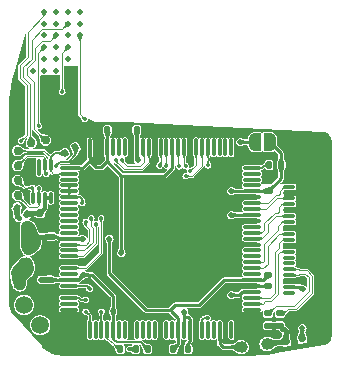
<source format=gbr>
%TF.GenerationSoftware,KiCad,Pcbnew,8.99.0-417-ga763d613e5*%
%TF.CreationDate,2024-04-11T17:26:30-04:00*%
%TF.ProjectId,fujiflex,66756a69-666c-4657-982e-6b696361645f,rev?*%
%TF.SameCoordinates,Original*%
%TF.FileFunction,Copper,L1,Top*%
%TF.FilePolarity,Positive*%
%FSLAX46Y46*%
G04 Gerber Fmt 4.6, Leading zero omitted, Abs format (unit mm)*
G04 Created by KiCad (PCBNEW 8.99.0-417-ga763d613e5) date 2024-04-11 17:26:30*
%MOMM*%
%LPD*%
G01*
G04 APERTURE LIST*
G04 Aperture macros list*
%AMRoundRect*
0 Rectangle with rounded corners*
0 $1 Rounding radius*
0 $2 $3 $4 $5 $6 $7 $8 $9 X,Y pos of 4 corners*
0 Add a 4 corners polygon primitive as box body*
4,1,4,$2,$3,$4,$5,$6,$7,$8,$9,$2,$3,0*
0 Add four circle primitives for the rounded corners*
1,1,$1+$1,$2,$3*
1,1,$1+$1,$4,$5*
1,1,$1+$1,$6,$7*
1,1,$1+$1,$8,$9*
0 Add four rect primitives between the rounded corners*
20,1,$1+$1,$2,$3,$4,$5,0*
20,1,$1+$1,$4,$5,$6,$7,0*
20,1,$1+$1,$6,$7,$8,$9,0*
20,1,$1+$1,$8,$9,$2,$3,0*%
%AMFreePoly0*
4,1,19,0.500000,-0.750000,0.000000,-0.750000,0.000000,-0.744911,-0.071157,-0.744911,-0.207708,-0.704816,-0.327430,-0.627875,-0.420627,-0.520320,-0.479746,-0.390866,-0.500000,-0.250000,-0.500000,0.250000,-0.479746,0.390866,-0.420627,0.520320,-0.327430,0.627875,-0.207708,0.704816,-0.071157,0.744911,0.000000,0.744911,0.000000,0.750000,0.500000,0.750000,0.500000,-0.750000,0.500000,-0.750000,
$1*%
%AMFreePoly1*
4,1,19,0.000000,0.744911,0.071157,0.744911,0.207708,0.704816,0.327430,0.627875,0.420627,0.520320,0.479746,0.390866,0.500000,0.250000,0.500000,-0.250000,0.479746,-0.390866,0.420627,-0.520320,0.327430,-0.627875,0.207708,-0.704816,0.071157,-0.744911,0.000000,-0.744911,0.000000,-0.750000,-0.500000,-0.750000,-0.500000,0.750000,0.000000,0.750000,0.000000,0.744911,0.000000,0.744911,
$1*%
G04 Aperture macros list end*
%TA.AperFunction,SMDPad,CuDef*%
%ADD10C,0.750000*%
%TD*%
%TA.AperFunction,SMDPad,CuDef*%
%ADD11RoundRect,0.140000X0.140000X0.170000X-0.140000X0.170000X-0.140000X-0.170000X0.140000X-0.170000X0*%
%TD*%
%TA.AperFunction,SMDPad,CuDef*%
%ADD12RoundRect,0.120000X-0.030000X-0.617500X0.030000X-0.617500X0.030000X0.617500X-0.030000X0.617500X0*%
%TD*%
%TA.AperFunction,SMDPad,CuDef*%
%ADD13RoundRect,0.120000X-0.617500X0.030000X-0.617500X-0.030000X0.617500X-0.030000X0.617500X0.030000X0*%
%TD*%
%TA.AperFunction,SMDPad,CuDef*%
%ADD14RoundRect,0.150000X-0.112992X-0.223009X0.182451X-0.170914X0.112992X0.223009X-0.182451X0.170914X0*%
%TD*%
%TA.AperFunction,SMDPad,CuDef*%
%ADD15RoundRect,0.140000X0.170000X-0.140000X0.170000X0.140000X-0.170000X0.140000X-0.170000X-0.140000X0*%
%TD*%
%TA.AperFunction,SMDPad,CuDef*%
%ADD16RoundRect,0.135000X0.135000X0.185000X-0.135000X0.185000X-0.135000X-0.185000X0.135000X-0.185000X0*%
%TD*%
%TA.AperFunction,SMDPad,CuDef*%
%ADD17RoundRect,0.135000X0.024413X0.227715X-0.209413X0.092715X-0.024413X-0.227715X0.209413X-0.092715X0*%
%TD*%
%TA.AperFunction,SMDPad,CuDef*%
%ADD18RoundRect,0.150000X0.309359X0.521491X-0.521491X-0.309359X-0.309359X-0.521491X0.521491X0.309359X0*%
%TD*%
%TA.AperFunction,SMDPad,CuDef*%
%ADD19RoundRect,0.140000X-0.140000X-0.170000X0.140000X-0.170000X0.140000X0.170000X-0.140000X0.170000X0*%
%TD*%
%TA.AperFunction,SMDPad,CuDef*%
%ADD20C,1.000000*%
%TD*%
%TA.AperFunction,SMDPad,CuDef*%
%ADD21RoundRect,0.140000X-0.170000X0.140000X-0.170000X-0.140000X0.170000X-0.140000X0.170000X0.140000X0*%
%TD*%
%TA.AperFunction,SMDPad,CuDef*%
%ADD22RoundRect,0.090000X-0.060000X-0.385000X0.060000X-0.385000X0.060000X0.385000X-0.060000X0.385000X0*%
%TD*%
%TA.AperFunction,SMDPad,CuDef*%
%ADD23RoundRect,0.075000X-0.750000X0.050000X-0.750000X-0.050000X0.750000X-0.050000X0.750000X0.050000X0*%
%TD*%
%TA.AperFunction,SMDPad,CuDef*%
%ADD24FreePoly0,0.000000*%
%TD*%
%TA.AperFunction,SMDPad,CuDef*%
%ADD25FreePoly1,0.000000*%
%TD*%
%TA.AperFunction,SMDPad,CuDef*%
%ADD26C,1.500000*%
%TD*%
%TA.AperFunction,SMDPad,CuDef*%
%ADD27RoundRect,0.135000X0.185000X-0.135000X0.185000X0.135000X-0.185000X0.135000X-0.185000X-0.135000X0*%
%TD*%
%TA.AperFunction,SMDPad,CuDef*%
%ADD28RoundRect,0.135000X-0.209413X-0.092715X0.024413X-0.227715X0.209413X0.092715X-0.024413X0.227715X0*%
%TD*%
%TA.AperFunction,SMDPad,CuDef*%
%ADD29RoundRect,0.075000X0.425000X-0.075000X0.425000X0.075000X-0.425000X0.075000X-0.425000X-0.075000X0*%
%TD*%
%TA.AperFunction,SMDPad,CuDef*%
%ADD30RoundRect,0.325000X0.325000X0.675000X-0.325000X0.675000X-0.325000X-0.675000X0.325000X-0.675000X0*%
%TD*%
%TA.AperFunction,SMDPad,CuDef*%
%ADD31RoundRect,0.135000X-0.135000X-0.185000X0.135000X-0.185000X0.135000X0.185000X-0.135000X0.185000X0*%
%TD*%
%TA.AperFunction,ViaPad*%
%ADD32C,0.508000*%
%TD*%
%TA.AperFunction,ViaPad*%
%ADD33C,0.500000*%
%TD*%
%TA.AperFunction,ViaPad*%
%ADD34C,0.350000*%
%TD*%
%TA.AperFunction,Conductor*%
%ADD35C,0.250000*%
%TD*%
%TA.AperFunction,Conductor*%
%ADD36C,0.400000*%
%TD*%
%TA.AperFunction,Conductor*%
%ADD37C,0.088900*%
%TD*%
%TA.AperFunction,Conductor*%
%ADD38C,0.127000*%
%TD*%
%TA.AperFunction,Conductor*%
%ADD39C,0.152400*%
%TD*%
G04 APERTURE END LIST*
D10*
%TO.P,TP11,1,1*%
%TO.N,SCL*%
X133102312Y-93638242D03*
%TD*%
D11*
%TO.P,C2,1*%
%TO.N,+1V2*%
X132644541Y-100721964D03*
%TO.P,C2,2*%
%TO.N,GND*%
X131684541Y-100721964D03*
%TD*%
D12*
%TO.P,U1,1,TMS*%
%TO.N,unconnected-(U1-TMS-Pad1)*%
X150050000Y-94012000D03*
%TO.P,U1,2,TDI*%
%TO.N,unconnected-(U1-TDI-Pad2)*%
X149550000Y-94012000D03*
%TO.P,U1,3,IO_L01P_3*%
%TO.N,unconnected-(U1-IO_L01P_3-Pad3)*%
X149050000Y-94012000D03*
%TO.P,U1,4,IO_L01N_3*%
%TO.N,unconnected-(U1-IO_L01N_3-Pad4)*%
X148550000Y-94012000D03*
%TO.P,U1,5,IO_L02P_3*%
%TO.N,CSEL*%
X148050000Y-94012000D03*
%TO.P,U1,6,IO_L02N_3*%
%TO.N,D0*%
X147550000Y-94012000D03*
%TO.P,U1,7,IP_3/VREF_3*%
%TO.N,D1*%
X147050000Y-94012000D03*
%TO.P,U1,8,GND_1*%
%TO.N,GND*%
X146550000Y-94012000D03*
%TO.P,U1,9,IO_L03P_3/LHCLK0*%
%TO.N,D2*%
X146050000Y-94012000D03*
%TO.P,U1,10,IO_L03N_3/LHCLK1*%
%TO.N,D3*%
X145550000Y-94012000D03*
%TO.P,U1,11,VCCO_3*%
%TO.N,+3.3V*%
X145050000Y-94012000D03*
%TO.P,U1,12,IO_L04P_3/LHCLK2*%
%TO.N,D4*%
X144550000Y-94012000D03*
%TO.P,U1,13,IO_L04N_3/IRDY2/LHCLK3*%
%TO.N,D5*%
X144050000Y-94012000D03*
%TO.P,U1,14,GND_2*%
%TO.N,GND*%
X143550000Y-94012000D03*
%TO.P,U1,15,IO_L05P_3/TRDY2/LHCLK6*%
%TO.N,D6*%
X143050000Y-94012000D03*
%TO.P,U1,16,IO_L05N_3/LHCLK7*%
%TO.N,D7*%
X142550000Y-94012000D03*
%TO.P,U1,17,VCCINT_1*%
%TO.N,+1V2*%
X142050000Y-94012000D03*
%TO.P,U1,18,GND_3*%
%TO.N,GND*%
X141550000Y-94012000D03*
%TO.P,U1,19,IO_L06P_3*%
%TO.N,unconnected-(U1-IO_L06P_3-Pad19)*%
X141050000Y-94012000D03*
%TO.P,U1,20,IO_L06N_3*%
%TO.N,unconnected-(U1-IO_L06N_3-Pad20)*%
X140550000Y-94012000D03*
%TO.P,U1,21,IP_3*%
%TO.N,unconnected-(U1-IP_3-Pad21)*%
X140050000Y-94012000D03*
%TO.P,U1,22,VCCAUX_1*%
%TO.N,+3.3V*%
X139550000Y-94012000D03*
%TO.P,U1,23,IO_L01P_2/M1*%
%TO.N,GND*%
X139050000Y-94012000D03*
%TO.P,U1,24,IO_L02P_2/M2*%
X138550000Y-94012000D03*
%TO.P,U1,25,IO_L01N_2/M0*%
%TO.N,+3.3V*%
X138050000Y-94012000D03*
D13*
%TO.P,U1,26,VCCO_2_1*%
X136312000Y-95750000D03*
%TO.P,U1,27,IO_L02N_2/CSO_B*%
%TO.N,CS*%
X136312000Y-96250000D03*
%TO.P,U1,28,IO_L03P_2/RDWR_B*%
%TO.N,unconnected-(U1-IO_L03P_2{slash}RDWR_B-Pad28)*%
X136312000Y-96750000D03*
%TO.P,U1,29,IO_L03N_2/VS2*%
%TO.N,+3.3V*%
X136312000Y-97250000D03*
%TO.P,U1,30,IO_L04P_2/VS1*%
X136312000Y-97750000D03*
%TO.P,U1,31,IO_L04N_2/VS0*%
X136312000Y-98250000D03*
%TO.P,U1,32,IO_L05P_2*%
%TO.N,unconnected-(U1-IO_L05P_2-Pad32)*%
X136312000Y-98750000D03*
%TO.P,U1,33,IO_L05N_2*%
%TO.N,unconnected-(U1-IO_L05N_2-Pad33)*%
X136312000Y-99250000D03*
%TO.P,U1,34,IO_L06P_2/D7*%
%TO.N,unconnected-(U1-IO_L06P_2{slash}D7-Pad34)*%
X136312000Y-99750000D03*
%TO.P,U1,35,IO_L06N_2/D6*%
%TO.N,unconnected-(U1-IO_L06N_2{slash}D6-Pad35)*%
X136312000Y-100250000D03*
%TO.P,U1,36,IO_L07P_2/D5*%
%TO.N,unconnected-(U1-IO_L07P_2{slash}D5-Pad36)*%
X136312000Y-100750000D03*
%TO.P,U1,37,IO_L07N_2/D4*%
%TO.N,unconnected-(U1-IO_L07N_2{slash}D4-Pad37)*%
X136312000Y-101250000D03*
%TO.P,U1,38,VCCINT_2*%
%TO.N,+1V2*%
X136312000Y-101750000D03*
%TO.P,U1,39,IP_2/VREF_2*%
%TO.N,W*%
X136312000Y-102250000D03*
%TO.P,U1,40,O_L08P_2/GCLK14*%
%TO.N,D*%
X136312000Y-102750000D03*
%TO.P,U1,41,IO_L08N_2/GCLK15*%
%TO.N,C*%
X136312000Y-103250000D03*
%TO.P,U1,42,GND_4*%
%TO.N,GND*%
X136312000Y-103750000D03*
%TO.P,U1,43,IO_L09P_2/GCLK0*%
%TO.N,54MHz*%
X136312000Y-104250000D03*
%TO.P,U1,44,IO_L09N_2/GCLK1*%
%TO.N,unconnected-(U1-IO_L09N_2{slash}GCLK1-Pad44)*%
X136312000Y-104750000D03*
%TO.P,U1,45,VCCO_2_2*%
%TO.N,+3.3V*%
X136312000Y-105250000D03*
%TO.P,U1,46,IO_2/MOSI/CSI_B*%
%TO.N,MOSI*%
X136312000Y-105750000D03*
%TO.P,U1,47,GND_5*%
%TO.N,GND*%
X136312000Y-106250000D03*
%TO.P,U1,48,IO_L10P_2/INIT_B*%
%TO.N,Net-(U1-IO_L10P_2{slash}INIT_B)*%
X136312000Y-106750000D03*
%TO.P,U1,49,IO_L10N_2/D3*%
%TO.N,unconnected-(U1-IO_L10N_2{slash}D3-Pad49)*%
X136312000Y-107250000D03*
%TO.P,U1,50,O_L11P_2/D2*%
%TO.N,unconnected-(U1-O_L11P_2{slash}D2-Pad50)*%
X136312000Y-107750000D03*
D12*
%TO.P,U1,51,IO_L12P_2/D0/DIN/MISO*%
%TO.N,MISO*%
X138050000Y-109488000D03*
%TO.P,U1,52,IO_L11N_2/D1*%
%TO.N,unconnected-(U1-IO_L11N_2{slash}D1-Pad52)*%
X138550000Y-109488000D03*
%TO.P,U1,53,IO_L12N_2/CCLK*%
%TO.N,CLK*%
X139050000Y-109488000D03*
%TO.P,U1,54,DONE*%
%TO.N,Net-(U1-DONE)*%
X139550000Y-109488000D03*
%TO.P,U1,55,VCCAUX_2*%
%TO.N,+3.3V*%
X140050000Y-109488000D03*
%TO.P,U1,56,IO_L01P_1*%
%TO.N,unconnected-(U1-IO_L01P_1-Pad56)*%
X140550000Y-109488000D03*
%TO.P,U1,57,IO_L01N_1*%
%TO.N,unconnected-(U1-IO_L01N_1-Pad57)*%
X141050000Y-109488000D03*
%TO.P,U1,58,GND_6*%
%TO.N,GND*%
X141550000Y-109488000D03*
%TO.P,U1,59,IO_L02P_1/RHCLK0*%
%TO.N,unconnected-(U1-IO_L02P_1{slash}RHCLK0-Pad59)*%
X142050000Y-109488000D03*
%TO.P,U1,60,IO_L02N_1/RHCLK1*%
%TO.N,unconnected-(U1-IO_L02N_1{slash}RHCLK1-Pad60)*%
X142550000Y-109488000D03*
%TO.P,U1,61,IO_L03P_1/RHCLK2*%
%TO.N,unconnected-(U1-IO_L03P_1{slash}RHCLK2-Pad61)*%
X143050000Y-109488000D03*
%TO.P,U1,62,IO_L03N_1/TRDY1/RHCLK3*%
%TO.N,unconnected-(U1-IO_L03N_1{slash}TRDY1{slash}RHCLK3-Pad62)*%
X143550000Y-109488000D03*
%TO.P,U1,63,GND_7*%
%TO.N,GND*%
X144050000Y-109488000D03*
%TO.P,U1,64,IO_L04P_1/IRDY1/RHCLK6*%
%TO.N,unconnected-(U1-IO_L04P_1{slash}IRDY1{slash}RHCLK6-Pad64)*%
X144550000Y-109488000D03*
%TO.P,U1,65,IO_L04N_1/RHCLK7*%
%TO.N,unconnected-(U1-IO_L04N_1{slash}RHCLK7-Pad65)*%
X145050000Y-109488000D03*
%TO.P,U1,66,VCCINT_3*%
%TO.N,+1V2*%
X145550000Y-109488000D03*
%TO.P,U1,67,VCCO_1*%
%TO.N,+3.3V*%
X146050000Y-109488000D03*
%TO.P,U1,68,IP_1/VREF_1*%
X146550000Y-109488000D03*
%TO.P,U1,69,GND_8*%
%TO.N,GND*%
X147050000Y-109488000D03*
%TO.P,U1,70,IO_L05P_1*%
%TO.N,+3.3V*%
X147550000Y-109488000D03*
%TO.P,U1,71,IO_L05N_1*%
%TO.N,unconnected-(U1-IO_L05N_1-Pad71)*%
X148050000Y-109488000D03*
%TO.P,U1,72,IO_L06P_1*%
%TO.N,unconnected-(U1-IO_L06P_1-Pad72)*%
X148550000Y-109488000D03*
%TO.P,U1,73,IO_L06N_1*%
%TO.N,GCC*%
X149050000Y-109488000D03*
%TO.P,U1,74,GND_9*%
%TO.N,GND*%
X149550000Y-109488000D03*
%TO.P,U1,75,TDO*%
%TO.N,unconnected-(U1-TDO-Pad75)*%
X150050000Y-109488000D03*
D13*
%TO.P,U1,76,TCK*%
%TO.N,unconnected-(U1-TCK-Pad76)*%
X151788000Y-107750000D03*
%TO.P,U1,77,IO_L01P_0/VREF_0*%
%TO.N,TMDSClk-*%
X151788000Y-107250000D03*
%TO.P,U1,78,IO_L01N_0*%
%TO.N,TMDSClk+*%
X151788000Y-106750000D03*
%TO.P,U1,79,VCCO_0_1*%
%TO.N,+3.3V*%
X151788000Y-106250000D03*
%TO.P,U1,80,GND_10*%
%TO.N,GND*%
X151788000Y-105750000D03*
%TO.P,U1,81,VCCINT_4*%
%TO.N,+1V2*%
X151788000Y-105250000D03*
%TO.P,U1,82,IP_0/VREF_0*%
%TO.N,unconnected-(U1-IP_0{slash}VREF_0-Pad82)*%
X151788000Y-104750000D03*
%TO.P,U1,83,IO_L02P_0/GCLK4*%
%TO.N,TMDS0-*%
X151788000Y-104250000D03*
%TO.P,U1,84,IO_L02N_0/GCLK5*%
%TO.N,TMDS0+*%
X151788000Y-103750000D03*
%TO.P,U1,85,IO_L03P_0/GCLK6*%
%TO.N,unconnected-(U1-IO_L03P_0{slash}GCLK6-Pad85)*%
X151788000Y-103250000D03*
%TO.P,U1,86,IO_L03N_0/GCLK7*%
%TO.N,unconnected-(U1-IO_L03N_0{slash}GCLK7-Pad86)*%
X151788000Y-102750000D03*
%TO.P,U1,87,GND_11*%
%TO.N,GND*%
X151788000Y-102250000D03*
%TO.P,U1,88,IO_L04P_0/GCLK8*%
%TO.N,TMDS1-*%
X151788000Y-101750000D03*
%TO.P,U1,89,IO_L04N_0/GCLK9*%
%TO.N,TMDS1+*%
X151788000Y-101250000D03*
%TO.P,U1,90,IO_0/GCLK11*%
%TO.N,unconnected-(U1-IO_0{slash}GCLK11-Pad90)*%
X151788000Y-100750000D03*
%TO.P,U1,91,GND_12*%
%TO.N,GND*%
X151788000Y-100250000D03*
%TO.P,U1,92,VCCAUX_3*%
%TO.N,+3.3V*%
X151788000Y-99750000D03*
%TO.P,U1,93,IO_L05P_0*%
%TO.N,TMDS2-*%
X151788000Y-99250000D03*
%TO.P,U1,94,IO_L05N_0*%
%TO.N,TMDS2+*%
X151788000Y-98750000D03*
%TO.P,U1,95,GND_13*%
%TO.N,GND*%
X151788000Y-98250000D03*
%TO.P,U1,96,VCCO_0_2*%
%TO.N,+3.3V*%
X151788000Y-97750000D03*
%TO.P,U1,97,IP_0*%
%TO.N,unconnected-(U1-IP_0-Pad97)*%
X151788000Y-97250000D03*
%TO.P,U1,98,IO_L06P_0/VREF_0*%
%TO.N,unconnected-(U1-IO_L06P_0{slash}VREF_0-Pad98)*%
X151788000Y-96750000D03*
%TO.P,U1,99,IO_L06N_0/PUDC_B*%
%TO.N,unconnected-(U1-IO_L06N_0{slash}PUDC_B-Pad99)*%
X151788000Y-96250000D03*
%TO.P,U1,100,PROG_B*%
%TO.N,Net-(U1-PROG_B)*%
X151788000Y-95750000D03*
%TD*%
D14*
%TO.P,D1,1,K*%
%TO.N,Net-(D1-K)*%
X156046882Y-110203446D03*
%TO.P,D1,2,A*%
%TO.N,+5V*%
X154668150Y-110446554D03*
%TD*%
D15*
%TO.P,C9,1*%
%TO.N,+3.3V*%
X153206300Y-97703700D03*
%TO.P,C9,2*%
%TO.N,GND*%
X153206300Y-96743700D03*
%TD*%
D11*
%TO.P,C3,1*%
%TO.N,+1V2*%
X145115000Y-111085000D03*
%TO.P,C3,2*%
%TO.N,GND*%
X144155000Y-111085000D03*
%TD*%
D10*
%TO.P,TP9,1,1*%
%TO.N,CLK*%
X131944004Y-98074994D03*
%TD*%
%TO.P,TP10,1,1*%
%TO.N,SDA*%
X134325000Y-93425000D03*
%TD*%
D16*
%TO.P,R4,1*%
%TO.N,+3.3V*%
X154265000Y-95495000D03*
%TO.P,R4,2*%
%TO.N,Net-(U1-PROG_B)*%
X153245000Y-95495000D03*
%TD*%
D17*
%TO.P,R5,1*%
%TO.N,Net-(U2-VCC)*%
X136842342Y-94014738D03*
%TO.P,R5,2*%
%TO.N,CS*%
X135958996Y-94524738D03*
%TD*%
D18*
%TO.P,U3,1,GND*%
%TO.N,GND*%
X134379664Y-103433839D03*
%TO.P,U3,2,VO*%
%TO.N,+1V2*%
X133036161Y-102090336D03*
%TO.P,U3,3,VI*%
%TO.N,+1V8*%
X132382087Y-104087913D03*
%TD*%
D19*
%TO.P,C1,1*%
%TO.N,+1V8*%
X132155000Y-105585000D03*
%TO.P,C1,2*%
%TO.N,GND*%
X133115000Y-105585000D03*
%TD*%
D15*
%TO.P,C6,1*%
%TO.N,+1V2*%
X134835000Y-101575000D03*
%TO.P,C6,2*%
%TO.N,GND*%
X134835000Y-100615000D03*
%TD*%
D20*
%TO.P,TP4,1,1*%
%TO.N,GCC*%
X150925000Y-110925000D03*
%TD*%
%TO.P,TP5,1,1*%
%TO.N,+5V*%
X153035000Y-110675000D03*
%TD*%
D19*
%TO.P,C5,1*%
%TO.N,+1V2*%
X142055000Y-92525000D03*
%TO.P,C5,2*%
%TO.N,GND*%
X143015000Y-92525000D03*
%TD*%
D21*
%TO.P,C4,1*%
%TO.N,+1V2*%
X153191807Y-104812810D03*
%TO.P,C4,2*%
%TO.N,GND*%
X153191807Y-105772810D03*
%TD*%
D22*
%TO.P,U2,1,~{CS}*%
%TO.N,CS*%
X134754134Y-95486698D03*
%TO.P,U2,2,SO_(IO1)*%
%TO.N,MISO*%
X134254134Y-95486698D03*
%TO.P,U2,3,~{WP_(IO2})*%
%TO.N,Net-(U2-VCC)*%
X133754134Y-95486698D03*
%TO.P,U2,4,GND*%
%TO.N,GND*%
X133254134Y-95486698D03*
%TO.P,U2,5,SI_(IO0)*%
%TO.N,MOSI*%
X133254134Y-98286698D03*
%TO.P,U2,6,SCK*%
%TO.N,CLK*%
X133754134Y-98286698D03*
%TO.P,U2,7,~{HOLD_(IO3})*%
%TO.N,Net-(U2-VCC)*%
X134254134Y-98286698D03*
%TO.P,U2,8,VCC*%
X134754134Y-98286698D03*
D23*
%TO.P,U2,9,EP*%
%TO.N,GND*%
X134004134Y-96886698D03*
%TD*%
D10*
%TO.P,TP8,1,1*%
%TO.N,MISO*%
X131944004Y-95574165D03*
%TD*%
D19*
%TO.P,C8,1*%
%TO.N,+3.3V*%
X139556300Y-92523700D03*
%TO.P,C8,2*%
%TO.N,GND*%
X140516300Y-92523700D03*
%TD*%
D10*
%TO.P,TP7,1,1*%
%TO.N,MOSI*%
X131944004Y-96816179D03*
%TD*%
D21*
%TO.P,C10,1*%
%TO.N,+3.3V*%
X134690014Y-105239753D03*
%TO.P,C10,2*%
%TO.N,GND*%
X134690014Y-106199753D03*
%TD*%
D24*
%TO.P,JP1,1,A*%
%TO.N,MODE*%
X152025000Y-93575000D03*
D25*
%TO.P,JP1,2,B*%
%TO.N,+3.3V*%
X153325000Y-93575000D03*
%TD*%
D19*
%TO.P,C12,1*%
%TO.N,Net-(U2-VCC)*%
X133869537Y-99597334D03*
%TO.P,C12,2*%
%TO.N,GND*%
X134829537Y-99597334D03*
%TD*%
%TO.P,C7,1*%
%TO.N,+3.3V*%
X146386300Y-111123700D03*
%TO.P,C7,2*%
%TO.N,GND*%
X147346300Y-111123700D03*
%TD*%
D10*
%TO.P,TP6,1,1*%
%TO.N,CS*%
X131944004Y-94310938D03*
%TD*%
D26*
%TO.P,TP2,1,1*%
%TO.N,+3.3V*%
X132488415Y-107362188D03*
%TD*%
%TO.P,TP1,1,1*%
%TO.N,+1V8*%
X133875000Y-109075000D03*
%TD*%
D27*
%TO.P,R1,1*%
%TO.N,+5V*%
X154155000Y-109105000D03*
%TO.P,R1,2*%
%TO.N,Net-(J1-Pad5)*%
X154155000Y-108085000D03*
%TD*%
%TO.P,R2,1*%
%TO.N,+5V*%
X153155000Y-109105000D03*
%TO.P,R2,2*%
%TO.N,Net-(J1-Pad4)*%
X153155000Y-108085000D03*
%TD*%
D16*
%TO.P,R3,1*%
%TO.N,Net-(U1-DONE)*%
X140645148Y-111081628D03*
%TO.P,R3,2*%
%TO.N,GND*%
X139625148Y-111081628D03*
%TD*%
D26*
%TO.P,TP3,1,1*%
%TO.N,GND*%
X135575000Y-110575000D03*
%TD*%
D28*
%TO.P,R6,1*%
%TO.N,+3.3V*%
X131879303Y-99126166D03*
%TO.P,R6,2*%
%TO.N,Net-(U2-VCC)*%
X132762647Y-99636166D03*
%TD*%
D29*
%TO.P,J1,1,1*%
%TO.N,unconnected-(J1-Pad1)*%
X154950000Y-106350000D03*
%TO.P,J1,2,2*%
%TO.N,Net-(D1-K)*%
X154950000Y-105850000D03*
%TO.P,J1,3,3*%
%TO.N,GND*%
X154950000Y-105350000D03*
%TO.P,J1,4,4*%
%TO.N,Net-(J1-Pad4)*%
X154950000Y-104850000D03*
%TO.P,J1,5,5*%
%TO.N,Net-(J1-Pad5)*%
X154950000Y-104350000D03*
%TO.P,J1,6,6*%
%TO.N,unconnected-(J1-Pad6)*%
X154950000Y-103850000D03*
%TO.P,J1,7,7*%
%TO.N,unconnected-(J1-Pad7)*%
X154950000Y-103350000D03*
%TO.P,J1,8,8*%
%TO.N,TMDSClk-*%
X154950000Y-102850000D03*
%TO.P,J1,9,9*%
%TO.N,GND*%
X154950000Y-102350000D03*
%TO.P,J1,10,10*%
%TO.N,TMDSClk+*%
X154950000Y-101850000D03*
%TO.P,J1,11,11*%
%TO.N,TMDS0-*%
X154950000Y-101350000D03*
%TO.P,J1,12,12*%
%TO.N,GND*%
X154950000Y-100850000D03*
%TO.P,J1,13,13*%
%TO.N,TMDS0+*%
X154950000Y-100350000D03*
%TO.P,J1,14,14*%
%TO.N,TMDS1-*%
X154950000Y-99850000D03*
%TO.P,J1,15,15*%
%TO.N,GND*%
X154950000Y-99350000D03*
%TO.P,J1,16,16*%
%TO.N,TMDS1+*%
X154950000Y-98850000D03*
%TO.P,J1,17,17*%
%TO.N,TMDS2-*%
X154950000Y-98350000D03*
%TO.P,J1,18,18*%
%TO.N,GND*%
X154950000Y-97850000D03*
%TO.P,J1,19,19*%
%TO.N,TMDS2+*%
X154950000Y-97350000D03*
D30*
%TO.P,J1,MP1,MP1*%
%TO.N,GND*%
X157650000Y-108650000D03*
%TO.P,J1,MP2,MP2*%
X157650000Y-95050000D03*
%TD*%
D31*
%TO.P,R7,1*%
%TO.N,Net-(U1-IO_L10P_2{slash}INIT_B)*%
X141945000Y-111095000D03*
%TO.P,R7,2*%
%TO.N,+3.3V*%
X142965000Y-111095000D03*
%TD*%
D32*
%TO.N,*%
X136220000Y-82538700D03*
X135220000Y-83538700D03*
X137220000Y-83538700D03*
X134220000Y-83538700D03*
X134220000Y-87538700D03*
D33*
%TO.N,GND*%
X141425000Y-95108700D03*
D34*
X136341534Y-109587605D03*
X138252387Y-103123770D03*
X142244004Y-106310938D03*
X140620780Y-106410938D03*
D32*
X136220000Y-87538700D03*
D33*
X144055762Y-108385809D03*
D34*
X139884004Y-99200938D03*
X158220000Y-106288700D03*
X154954004Y-94310938D03*
D33*
X135588415Y-110562188D03*
X137410000Y-103748700D03*
D34*
X158220000Y-103288700D03*
X134042603Y-100820059D03*
D33*
X146560000Y-95108700D03*
D34*
X135239338Y-102803030D03*
X158220000Y-100288700D03*
X138425000Y-104225000D03*
X156524539Y-108574248D03*
X156741186Y-100033597D03*
X141284004Y-100720938D03*
X137404470Y-109610222D03*
X141404004Y-97600938D03*
D33*
X150700998Y-100325000D03*
D34*
X131503815Y-103555951D03*
X138856590Y-92383431D03*
X141255116Y-92375200D03*
X134445234Y-102482088D03*
X142825000Y-104925000D03*
D33*
X141553790Y-108385809D03*
D34*
X150303887Y-107522401D03*
X158220000Y-99288700D03*
X137186330Y-108955803D03*
X158220000Y-101288700D03*
X139044004Y-104710938D03*
X142925000Y-98125000D03*
X134338611Y-97338061D03*
X157132418Y-110544390D03*
X139824004Y-98190938D03*
X137461146Y-99467250D03*
X145725000Y-104925000D03*
X132825000Y-96225000D03*
X135141658Y-96664083D03*
X134730298Y-88194892D03*
D33*
X150476706Y-105902920D03*
D34*
X135773164Y-108263446D03*
X157094421Y-98126128D03*
X149094004Y-106460938D03*
X134554259Y-104336499D03*
X139897378Y-96716113D03*
D33*
X155880131Y-97842060D03*
X155880131Y-99344052D03*
D34*
X158220000Y-98288700D03*
D33*
X150696622Y-102254043D03*
D34*
X152174004Y-95070938D03*
X142925000Y-102725000D03*
X145725000Y-102725000D03*
X140684004Y-104100938D03*
X156776510Y-103660142D03*
X150536517Y-103986454D03*
X151012841Y-92918627D03*
X148095979Y-96841545D03*
X138341018Y-96510362D03*
X152004299Y-111231592D03*
D33*
X149555205Y-108391926D03*
D34*
X156570939Y-95659709D03*
X157852778Y-96451106D03*
X136395731Y-88731491D03*
X156971306Y-107378845D03*
X139914004Y-100220938D03*
X156611667Y-94264093D03*
X139111651Y-106603688D03*
X139514004Y-107250938D03*
X135543830Y-109216020D03*
X139294004Y-97320938D03*
X157273164Y-96439959D03*
X158220000Y-97288700D03*
X131673263Y-101373338D03*
D33*
X138810000Y-95138700D03*
D34*
X157100000Y-101850000D03*
X143540836Y-110577625D03*
X141284004Y-98940938D03*
D33*
X156104290Y-105301638D03*
D34*
X145709241Y-100225914D03*
X133380229Y-105019771D03*
X133413148Y-103301006D03*
X158220000Y-105288700D03*
X150507974Y-95275642D03*
X139314354Y-110560919D03*
X150804004Y-94350938D03*
X140241539Y-102311025D03*
X131565873Y-91012964D03*
X134149049Y-110382474D03*
X158220000Y-104288700D03*
X131486039Y-102070670D03*
X142925000Y-100425000D03*
X157587120Y-107258097D03*
D33*
X155861962Y-102354094D03*
X155868018Y-100846045D03*
D34*
X135230275Y-103487332D03*
X150491716Y-101253603D03*
X135012748Y-103972234D03*
X158220000Y-102288700D03*
X131983508Y-102878385D03*
X144325000Y-106725000D03*
X138994530Y-103743917D03*
X145595587Y-97952830D03*
X141307860Y-102460706D03*
X156749281Y-96217031D03*
D33*
X147050000Y-108395002D03*
D34*
X131798719Y-89272750D03*
X156582085Y-95146974D03*
X137454004Y-101080938D03*
D33*
X150679850Y-98325000D03*
D34*
X133966968Y-106327142D03*
D33*
X153672734Y-96203330D03*
D34*
X158012832Y-93581172D03*
X151594642Y-108544115D03*
X135184795Y-99002273D03*
X131553618Y-90020307D03*
X158220000Y-107288700D03*
X148025000Y-101925000D03*
X143721920Y-92490754D03*
X143646969Y-111373266D03*
X147225000Y-106525000D03*
X148095979Y-99341937D03*
D33*
X137414067Y-106292086D03*
D34*
X156584913Y-107922210D03*
X133721817Y-100324299D03*
X139694004Y-101000938D03*
X150213951Y-96674958D03*
X155763903Y-96253983D03*
X136882832Y-108225509D03*
X134951497Y-97325438D03*
X134942385Y-102377134D03*
X158037198Y-110188315D03*
X134824731Y-107978916D03*
X148225000Y-104225000D03*
X142849841Y-95955646D03*
D33*
%TO.N,+1V2*%
X137454004Y-101770938D03*
X139725000Y-101767776D03*
X142124967Y-95101682D03*
D34*
%TO.N,+1V8*%
X132786053Y-104692584D03*
D33*
X133888415Y-109062188D03*
D34*
X132368903Y-104968878D03*
X131708058Y-104888756D03*
X133019007Y-104302521D03*
D32*
%TO.N,D2*%
X136220000Y-86538700D03*
D34*
X146196708Y-95616130D03*
D32*
%TO.N,D6*%
X136220000Y-84538700D03*
D34*
X140250038Y-95098688D03*
%TO.N,C*%
X138606281Y-100524248D03*
D32*
X137220000Y-82538700D03*
D34*
%TO.N,54MHz*%
X139025000Y-100025000D03*
D32*
X134220000Y-85538700D03*
D34*
X133726300Y-92225344D03*
D32*
%TO.N,D4*%
X135220000Y-86538700D03*
D34*
X144532824Y-95557683D03*
%TO.N,W*%
X137725000Y-100325000D03*
X132250725Y-93457122D03*
D32*
X134220000Y-82538700D03*
D34*
%TO.N,D*%
X138186831Y-100025000D03*
D32*
X135220000Y-82538700D03*
D34*
%TO.N,D0*%
X146191441Y-96456655D03*
D32*
X133220000Y-87538700D03*
%TO.N,CSEL*%
X135220000Y-85538700D03*
D34*
X148057722Y-95545326D03*
D32*
%TO.N,D5*%
X136220000Y-85538700D03*
D34*
X135725000Y-89325000D03*
X143982824Y-95559578D03*
%TO.N,D7*%
X140800017Y-95103800D03*
D32*
X134220000Y-84538700D03*
D34*
%TO.N,D3*%
X145646706Y-95616652D03*
D32*
X134220000Y-86538700D03*
D34*
%TO.N,D1*%
X146550542Y-96037205D03*
D32*
X135220000Y-87538700D03*
D34*
%TO.N,+3.3V*%
X148044004Y-108460938D03*
D33*
X140050000Y-107908700D03*
X150025000Y-97725000D03*
X150025000Y-106525000D03*
X150044297Y-99763455D03*
X137498358Y-104805066D03*
X133925000Y-105225000D03*
X132488415Y-107362188D03*
X140744004Y-102952007D03*
X132033841Y-99998324D03*
X146060000Y-107942914D03*
D34*
X137425000Y-98725000D03*
D33*
%TO.N,Net-(D1-K)*%
X156061435Y-109352459D03*
X156086023Y-106004723D03*
D34*
%TO.N,MOSI*%
X138040000Y-105978700D03*
X133202589Y-97443020D03*
%TO.N,CLK*%
X139050000Y-107928700D03*
X133752456Y-97498758D03*
%TO.N,MISO*%
X137725000Y-107925000D03*
X134382966Y-96268215D03*
%TO.N,MODE*%
X137633878Y-91633879D03*
D33*
X150794004Y-93570938D03*
D32*
X137220000Y-84538700D03*
%TO.N,SDA*%
X135220000Y-84538700D03*
%TO.N,SCL*%
X136220000Y-83538700D03*
D34*
%TO.N,Net-(U2-VCC)*%
X134254134Y-99012119D03*
X135194004Y-95570938D03*
X133751292Y-96268961D03*
%TO.N,Net-(U1-IO_L10P_2{slash}INIT_B)*%
X137725000Y-106925000D03*
X141396359Y-111087658D03*
%TD*%
D35*
%TO.N,GND*%
X151788000Y-102250000D02*
X150700665Y-102250000D01*
X153168997Y-105750000D02*
X153191807Y-105772810D01*
X139050000Y-94898700D02*
X138810000Y-95138700D01*
X150629626Y-105750000D02*
X151788000Y-105750000D01*
X137408700Y-103750000D02*
X137410000Y-103748700D01*
X141550000Y-108389599D02*
X141553790Y-108385809D01*
X147346300Y-110715000D02*
X147346300Y-111123700D01*
X132825000Y-96225000D02*
X133059150Y-96225000D01*
X135575603Y-110575000D02*
X135588415Y-110562188D01*
X141550000Y-109488000D02*
X141550000Y-108389599D01*
X138810000Y-95138700D02*
X138550000Y-94878700D01*
X154950000Y-99350000D02*
X155874183Y-99350000D01*
X147050000Y-109488000D02*
X147050000Y-110418700D01*
X155857868Y-102350000D02*
X155861962Y-102354094D01*
X150775998Y-100250000D02*
X150700998Y-100325000D01*
X156055928Y-105350000D02*
X154950000Y-105350000D01*
X151788000Y-105750000D02*
X153168997Y-105750000D01*
X135575000Y-110575000D02*
X135575603Y-110575000D01*
X151788000Y-98250000D02*
X150754850Y-98250000D01*
X155874183Y-99350000D02*
X155880131Y-99344052D01*
X150754850Y-98250000D02*
X150679850Y-98325000D01*
X136312000Y-106250000D02*
X134830000Y-106250000D01*
X139050000Y-94012000D02*
X139050000Y-94898700D01*
X147050000Y-108395002D02*
X147050000Y-109488000D01*
X154950000Y-102350000D02*
X155857868Y-102350000D01*
X154950000Y-97850000D02*
X155872191Y-97850000D01*
X156104290Y-105301638D02*
X156055928Y-105350000D01*
X149550000Y-109488000D02*
X149550000Y-108397131D01*
X137371981Y-106250000D02*
X136312000Y-106250000D01*
X150476706Y-105902920D02*
X150629626Y-105750000D01*
X144050000Y-109488000D02*
X144050000Y-108391571D01*
X133254134Y-96030016D02*
X133254134Y-95486698D01*
X155872191Y-97850000D02*
X155880131Y-97842060D01*
X149550000Y-108397131D02*
X149555205Y-108391926D01*
X146550000Y-95098700D02*
X146560000Y-95108700D01*
X150700665Y-102250000D02*
X150696622Y-102254043D01*
X144050000Y-109488000D02*
X144050000Y-110980000D01*
X147050000Y-110418700D02*
X147346300Y-110715000D01*
X153206300Y-96743700D02*
X153206300Y-96669764D01*
X141425000Y-95108700D02*
X141550000Y-94983700D01*
X144050000Y-108391571D02*
X144055762Y-108385809D01*
X141550000Y-94983700D02*
X141550000Y-94012000D01*
X133059150Y-96225000D02*
X133254134Y-96030016D01*
X137414067Y-106292086D02*
X137371981Y-106250000D01*
X146550000Y-94012000D02*
X146550000Y-95098700D01*
X154950000Y-100850000D02*
X155864063Y-100850000D01*
X136312000Y-103750000D02*
X137408700Y-103750000D01*
X155864063Y-100850000D02*
X155868018Y-100846045D01*
X144050000Y-110980000D02*
X144155000Y-111085000D01*
X153206300Y-96669764D02*
X153672734Y-96203330D01*
X151788000Y-100250000D02*
X150775998Y-100250000D01*
X134830000Y-106250000D02*
X134835000Y-106255000D01*
X138550000Y-94878700D02*
X138550000Y-94012000D01*
%TO.N,+1V2*%
X142050000Y-92530000D02*
X142055000Y-92525000D01*
X144925000Y-107861934D02*
X144925000Y-107725000D01*
X135282842Y-101575000D02*
X134835000Y-101575000D01*
X145282086Y-107367914D02*
X144925000Y-107725000D01*
X139725000Y-103636028D02*
X139722860Y-103638168D01*
X135457842Y-101750000D02*
X135282842Y-101575000D01*
X151788000Y-105250000D02*
X149454942Y-105250000D01*
X152754617Y-105250000D02*
X153191807Y-104812810D01*
X145550000Y-109488000D02*
X145550000Y-108486934D01*
X139722860Y-103638168D02*
X139722860Y-104689794D01*
X145550000Y-109488000D02*
X145550000Y-110650000D01*
X136312000Y-101750000D02*
X135457842Y-101750000D01*
X145550000Y-110650000D02*
X145115000Y-111085000D01*
X149454942Y-105250000D02*
X147337028Y-107367914D01*
X142050000Y-94012000D02*
X142050000Y-92530000D01*
X147337028Y-107367914D02*
X145282086Y-107367914D01*
X142050000Y-94012000D02*
X142050000Y-95026715D01*
D36*
X133036161Y-102090336D02*
X133551497Y-101575000D01*
D35*
X139722860Y-104689794D02*
X142844155Y-107811089D01*
X151788000Y-105250000D02*
X152754617Y-105250000D01*
X142844155Y-107811089D02*
X144838911Y-107811089D01*
X139725000Y-101767776D02*
X139725000Y-103636028D01*
D36*
X133551497Y-101575000D02*
X134835000Y-101575000D01*
D35*
X137454004Y-101770938D02*
X137433066Y-101750000D01*
X145550000Y-108486934D02*
X144925000Y-107861934D01*
X137433066Y-101750000D02*
X136312000Y-101750000D01*
X142050000Y-95026715D02*
X142124967Y-95101682D01*
X144838911Y-107811089D02*
X144925000Y-107725000D01*
%TO.N,+1V8*%
X133875603Y-109075000D02*
X133888415Y-109062188D01*
X133875000Y-109075000D02*
X133875603Y-109075000D01*
D37*
%TO.N,D2*%
X146196708Y-95616130D02*
X146050000Y-95469422D01*
X146050000Y-95469422D02*
X146050000Y-94012000D01*
%TO.N,D6*%
X140250038Y-95098688D02*
X140250038Y-95155311D01*
X140250038Y-95155311D02*
X140986777Y-95892050D01*
X142442423Y-95892050D02*
X143050000Y-95284473D01*
X143050000Y-95284473D02*
X143050000Y-94012000D01*
X140986777Y-95892050D02*
X142442423Y-95892050D01*
D35*
%TO.N,GCC*%
X150925000Y-110925000D02*
X149325000Y-110925000D01*
X149325000Y-110925000D02*
X149050000Y-110650000D01*
X149050000Y-110650000D02*
X149050000Y-109488000D01*
D37*
%TO.N,C*%
X138606281Y-102160851D02*
X138606281Y-100524248D01*
X136312000Y-103250000D02*
X137517132Y-103250000D01*
X137517132Y-103250000D02*
X138606281Y-102160851D01*
%TO.N,54MHz*%
X133718450Y-86040250D02*
X133718450Y-92217494D01*
X133718450Y-92217494D02*
X133726300Y-92225344D01*
X139025000Y-102961694D02*
X137736694Y-104250000D01*
X137736694Y-104250000D02*
X136312000Y-104250000D01*
X139025000Y-100025000D02*
X139025000Y-102961694D01*
X134220000Y-85538700D02*
X133718450Y-86040250D01*
%TO.N,D4*%
X144532824Y-95557683D02*
X144550000Y-95540507D01*
X144550000Y-95540507D02*
X144550000Y-94012000D01*
%TO.N,W*%
X132825000Y-84225000D02*
X132825000Y-86407868D01*
X132143750Y-88158657D02*
X132725000Y-88739907D01*
X136312000Y-102250000D02*
X137700000Y-102250000D01*
X134220000Y-82830000D02*
X132825000Y-84225000D01*
X134220000Y-82538700D02*
X134220000Y-82830000D01*
X132725000Y-88739907D02*
X132725000Y-92982847D01*
X132825000Y-86407868D02*
X132143750Y-87089118D01*
X132725000Y-92982847D02*
X132250725Y-93457122D01*
X137700000Y-102250000D02*
X138028481Y-101921519D01*
X138028481Y-100948206D02*
X137725000Y-100644725D01*
X138028481Y-101921519D02*
X138028481Y-100948206D01*
X132143750Y-87089118D02*
X132143750Y-88158657D01*
X137725000Y-100644725D02*
X137725000Y-100325000D01*
%TO.N,D*%
X138317381Y-100828540D02*
X138317381Y-102041185D01*
X137608566Y-102750000D02*
X136312000Y-102750000D01*
X138186831Y-100025000D02*
X138186831Y-100697990D01*
X138317381Y-102041185D02*
X137608566Y-102750000D01*
X138186831Y-100697990D02*
X138317381Y-100828540D01*
%TO.N,D0*%
X146191441Y-96456655D02*
X146724284Y-96456655D01*
X146724284Y-96456655D02*
X147550000Y-95630939D01*
X147550000Y-95630939D02*
X147550000Y-94012000D01*
%TO.N,CSEL*%
X148050000Y-95537604D02*
X148050000Y-94012000D01*
X148057722Y-95545326D02*
X148050000Y-95537604D01*
%TO.N,D5*%
X135718450Y-89318450D02*
X135725000Y-89325000D01*
X144050000Y-95492402D02*
X143982824Y-95559578D01*
X144050000Y-94012000D02*
X144050000Y-95492402D01*
X135718450Y-86040250D02*
X135718450Y-86525000D01*
X136220000Y-85538700D02*
X135718450Y-86040250D01*
X135718450Y-86525000D02*
X135718450Y-89318450D01*
%TO.N,D7*%
X142655550Y-95270357D02*
X142655550Y-94117550D01*
X140800017Y-95182975D02*
X141220192Y-95603150D01*
X140800017Y-95103800D02*
X140800017Y-95182975D01*
X142322757Y-95603150D02*
X142655550Y-95270357D01*
X141220192Y-95603150D02*
X142322757Y-95603150D01*
X142655550Y-94117550D02*
X142550000Y-94012000D01*
%TO.N,D3*%
X145646706Y-95616652D02*
X145555248Y-95525194D01*
X145555248Y-94017248D02*
X145550000Y-94012000D01*
X145555248Y-95525194D02*
X145555248Y-94017248D01*
%TO.N,D1*%
X146550542Y-96037205D02*
X146550542Y-96034214D01*
X147054450Y-94016450D02*
X147050000Y-94012000D01*
X146550542Y-96034214D02*
X147054450Y-95530306D01*
X147054450Y-95530306D02*
X147054450Y-94016450D01*
D35*
%TO.N,+3.3V*%
X137430555Y-95750000D02*
X136312000Y-95750000D01*
X146386300Y-110558884D02*
X146386300Y-111123700D01*
X146550000Y-110395184D02*
X146386300Y-110558884D01*
X146060000Y-107942914D02*
X146060000Y-107894942D01*
X140744004Y-102952007D02*
X140744004Y-96777333D01*
X137430555Y-95750000D02*
X138038734Y-95141821D01*
X140050000Y-106616934D02*
X140050000Y-107908700D01*
X139550000Y-92530000D02*
X139556300Y-92523700D01*
D36*
X131879303Y-99126166D02*
X131879303Y-99843786D01*
D38*
X147694004Y-108460938D02*
X147550000Y-108604942D01*
D35*
X137498358Y-104805066D02*
X138238132Y-104805066D01*
X154265000Y-96656490D02*
X154265000Y-95495000D01*
X140744004Y-96410938D02*
X139550000Y-95216934D01*
D38*
X147550000Y-108604942D02*
X147550000Y-109488000D01*
D35*
X146400000Y-108388700D02*
X146050000Y-108388700D01*
X144386676Y-96410938D02*
X145050000Y-95747614D01*
D38*
X136312000Y-98250000D02*
X137250000Y-98250000D01*
X140050000Y-110238447D02*
X140101891Y-110290338D01*
D35*
X138050000Y-94012000D02*
X138050000Y-95130555D01*
D38*
X137425000Y-98425000D02*
X137425000Y-98725000D01*
D36*
X134675261Y-105225000D02*
X134690014Y-105239753D01*
D35*
X150942799Y-106250000D02*
X151788000Y-106250000D01*
X147544004Y-109482004D02*
X147550000Y-109488000D01*
D38*
X136312000Y-97750000D02*
X136312000Y-97250000D01*
D36*
X131879303Y-99843786D02*
X132033841Y-99998324D01*
D35*
X139550000Y-94012000D02*
X139550000Y-92530000D01*
X146050000Y-109488000D02*
X146050000Y-108388700D01*
X153325000Y-93575000D02*
X154265000Y-94515000D01*
X140744004Y-96410938D02*
X144386676Y-96410938D01*
X153206300Y-97703700D02*
X153160000Y-97750000D01*
X153217790Y-97703700D02*
X154265000Y-96656490D01*
X138571827Y-95713700D02*
X139048173Y-95713700D01*
X154265000Y-94515000D02*
X154265000Y-95495000D01*
X139048173Y-95713700D02*
X139550000Y-95211873D01*
X138038734Y-95180607D02*
X138571827Y-95713700D01*
X146060000Y-107942914D02*
X146050000Y-107952914D01*
X146050000Y-107952914D02*
X146050000Y-108388700D01*
D38*
X137250000Y-98250000D02*
X137425000Y-98425000D01*
D35*
X150025000Y-106525000D02*
X150667799Y-106525000D01*
X134790000Y-105250000D02*
X134835000Y-105295000D01*
X138238132Y-104805066D02*
X140050000Y-106616934D01*
X137498358Y-104843792D02*
X137092150Y-105250000D01*
D38*
X148044004Y-108460938D02*
X147694004Y-108460938D01*
D35*
X137092150Y-105250000D02*
X136312000Y-105250000D01*
X150057752Y-99750000D02*
X151788000Y-99750000D01*
X138050000Y-95130555D02*
X138038734Y-95141821D01*
D38*
X140050000Y-109488000D02*
X140050000Y-110238447D01*
D35*
X150025000Y-97725000D02*
X150050000Y-97750000D01*
X136312000Y-105250000D02*
X134790000Y-105250000D01*
X145050000Y-95747614D02*
X145050000Y-94012000D01*
X137498358Y-104805066D02*
X137498358Y-104843792D01*
X140050000Y-109488000D02*
X140050000Y-107908700D01*
X146550000Y-108538700D02*
X146400000Y-108388700D01*
X150050000Y-97750000D02*
X151788000Y-97750000D01*
D38*
X142368000Y-110498000D02*
X142965000Y-111095000D01*
D35*
X146550000Y-109488000D02*
X146550000Y-110395184D01*
D36*
X133925000Y-105225000D02*
X134675261Y-105225000D01*
D38*
X140379328Y-110498000D02*
X142368000Y-110498000D01*
D35*
X140744004Y-96777333D02*
X140744004Y-96410938D01*
X139550000Y-95216934D02*
X139550000Y-95211873D01*
X138038734Y-95141821D02*
X138038734Y-95180607D01*
X150667799Y-106525000D02*
X150942799Y-106250000D01*
X150044297Y-99763455D02*
X150057752Y-99750000D01*
X153160000Y-97750000D02*
X151788000Y-97750000D01*
X153206300Y-97703700D02*
X153217790Y-97703700D01*
X146550000Y-109488000D02*
X146550000Y-108538700D01*
D38*
X136312000Y-98250000D02*
X136312000Y-97750000D01*
X140101891Y-110290338D02*
X140379328Y-110498000D01*
D35*
X139550000Y-95211873D02*
X139550000Y-94012000D01*
D36*
%TO.N,+5V*%
X154155000Y-109105000D02*
X153165000Y-109105000D01*
X154668150Y-109596131D02*
X154668150Y-110446554D01*
X153165000Y-109105000D02*
X153155000Y-109095000D01*
X153035000Y-110675000D02*
X154668150Y-110446554D01*
X154646131Y-109596131D02*
X154155000Y-109105000D01*
X154668150Y-109596131D02*
X154646131Y-109596131D01*
D35*
%TO.N,Net-(D1-K)*%
X155931300Y-105850000D02*
X154950000Y-105850000D01*
X156046882Y-110203446D02*
X156024539Y-110181103D01*
X156046882Y-109367012D02*
X156061435Y-109352459D01*
X156086023Y-106004723D02*
X155931300Y-105850000D01*
X156046882Y-110203446D02*
X156046882Y-109367012D01*
D37*
%TO.N,TMDS2-*%
X153018700Y-99250000D02*
X153918700Y-98350000D01*
X151788000Y-99250000D02*
X153018700Y-99250000D01*
X153918700Y-98350000D02*
X154950000Y-98350000D01*
%TO.N,TMDS2+*%
X151788000Y-98750000D02*
X153110134Y-98750000D01*
X153799034Y-98061100D02*
X154037600Y-98061100D01*
X154170000Y-97928700D02*
X154170000Y-97676152D01*
X153110134Y-98750000D02*
X153799034Y-98061100D01*
X154037600Y-98061100D02*
X154170000Y-97928700D01*
X154496152Y-97350000D02*
X154950000Y-97350000D01*
X154170000Y-97676152D02*
X154496152Y-97350000D01*
%TO.N,TMDS0+*%
X154020000Y-101030134D02*
X152831100Y-102219034D01*
X154950000Y-100350000D02*
X154308700Y-100350000D01*
X152831100Y-103623842D02*
X152704942Y-103750000D01*
X152831100Y-102219034D02*
X152831100Y-103623842D01*
X154308700Y-100350000D02*
X154020000Y-100638700D01*
X154020000Y-100638700D02*
X154020000Y-101030134D01*
X152704942Y-103750000D02*
X151788000Y-103750000D01*
%TO.N,TMDSClk+*%
X153746257Y-102903877D02*
X154120000Y-102530134D01*
X153746257Y-106312443D02*
X153746257Y-102903877D01*
X151797062Y-106740938D02*
X153317762Y-106740938D01*
X154120000Y-102530134D02*
X154120000Y-102088368D01*
X153317762Y-106740938D02*
X153746257Y-106312443D01*
X154358368Y-101850000D02*
X154950000Y-101850000D01*
X154120000Y-102088368D02*
X154358368Y-101850000D01*
X151788000Y-106750000D02*
X151797062Y-106740938D01*
%TO.N,TMDS1+*%
X154120000Y-99070056D02*
X154340056Y-98850000D01*
X154120000Y-99438700D02*
X154120000Y-99070056D01*
X154340056Y-98850000D02*
X154950000Y-98850000D01*
X152600134Y-101250000D02*
X152831100Y-101019034D01*
X152831100Y-100419034D02*
X153711434Y-99538700D01*
X153711434Y-99538700D02*
X154020000Y-99538700D01*
X152831100Y-101019034D02*
X152831100Y-100419034D01*
X154020000Y-99538700D02*
X154120000Y-99438700D01*
X151788000Y-101250000D02*
X152600134Y-101250000D01*
%TO.N,TMDSClk-*%
X154035157Y-106432109D02*
X154035157Y-103023543D01*
X154208700Y-102850000D02*
X154950000Y-102850000D01*
X152919800Y-107038900D02*
X153428366Y-107038900D01*
X152708700Y-107250000D02*
X152919800Y-107038900D01*
X154035157Y-103023543D02*
X154208700Y-102850000D01*
X153428366Y-107038900D02*
X154035157Y-106432109D01*
X151788000Y-107250000D02*
X152708700Y-107250000D01*
%TO.N,TMDS0-*%
X153120000Y-103864942D02*
X153120000Y-102338700D01*
X154108700Y-101350000D02*
X154950000Y-101350000D01*
X151788000Y-104250000D02*
X152734942Y-104250000D01*
X153120000Y-102338700D02*
X154108700Y-101350000D01*
X152734942Y-104250000D02*
X153120000Y-103864942D01*
%TO.N,TMDS1-*%
X153808700Y-99850000D02*
X154950000Y-99850000D01*
X152544942Y-101750000D02*
X153120000Y-101174942D01*
X153120000Y-101174942D02*
X153120000Y-100538700D01*
X153120000Y-100538700D02*
X153808700Y-99850000D01*
X151788000Y-101750000D02*
X152544942Y-101750000D01*
%TO.N,MOSI*%
X133202589Y-97443020D02*
X133254134Y-97494565D01*
D38*
X137811300Y-105750000D02*
X138040000Y-105978700D01*
X136312000Y-105750000D02*
X137811300Y-105750000D01*
D37*
X133202589Y-97443020D02*
X132570845Y-97443020D01*
D39*
X131902365Y-96809866D02*
X131936093Y-96809866D01*
D37*
X132570845Y-97443020D02*
X131944004Y-96816179D01*
X133254134Y-97494565D02*
X133254134Y-98286698D01*
%TO.N,CS*%
X134202884Y-94310938D02*
X132044004Y-94310938D01*
D39*
X134754134Y-94862188D02*
X135091584Y-94524738D01*
D37*
X134754134Y-96054134D02*
X134754134Y-95486698D01*
X134754134Y-94862188D02*
X134202884Y-94310938D01*
D39*
X135091584Y-94524738D02*
X135958996Y-94524738D01*
X134754134Y-94862188D02*
X134754134Y-95486698D01*
X135860734Y-94426476D02*
X135958996Y-94524738D01*
D37*
X134950000Y-96250000D02*
X134754134Y-96054134D01*
X136312000Y-96250000D02*
X134950000Y-96250000D01*
D39*
X132044004Y-94310938D02*
X132116164Y-94383098D01*
D38*
%TO.N,CLK*%
X139050000Y-109488000D02*
X139050000Y-107928700D01*
D37*
X133754134Y-98286698D02*
X133754134Y-98889206D01*
X133754134Y-97500436D02*
X133752456Y-97498758D01*
X133754134Y-98286698D02*
X133754134Y-97500436D01*
X133754134Y-98889206D02*
X133595454Y-99047886D01*
X133595454Y-99047886D02*
X132916896Y-99047886D01*
X132916896Y-99047886D02*
X131944004Y-98074994D01*
%TO.N,MISO*%
X134254134Y-95486698D02*
X134254134Y-96139383D01*
X134254134Y-96139383D02*
X134382966Y-96268215D01*
X134254134Y-95486698D02*
X134254134Y-94919831D01*
D38*
X137725000Y-107925000D02*
X138050000Y-108250000D01*
D37*
X134118144Y-94783841D02*
X132734328Y-94783841D01*
D38*
X138050000Y-108250000D02*
X138050000Y-109488000D01*
D37*
X134254134Y-94919831D02*
X134118144Y-94783841D01*
X132734328Y-94783841D02*
X131944004Y-95574165D01*
%TO.N,MODE*%
X137633878Y-91633879D02*
X137220000Y-91220001D01*
X137220000Y-91220001D02*
X137220000Y-84538700D01*
D35*
X150794004Y-93570938D02*
X152020938Y-93570938D01*
X152020938Y-93570938D02*
X152025000Y-93575000D01*
D37*
%TO.N,SDA*%
X132721550Y-87919325D02*
X132721550Y-87332235D01*
X134325000Y-93425000D02*
X134293151Y-93425000D01*
X132721550Y-87332235D02*
X132825000Y-87228785D01*
X132825000Y-87225000D02*
X133429550Y-86620450D01*
X134293151Y-93425000D02*
X133306850Y-92438699D01*
X133306850Y-92438699D02*
X133306850Y-88504625D01*
X133429550Y-85624235D02*
X134016635Y-85037150D01*
X132825000Y-87228785D02*
X132825000Y-87225000D01*
X133429550Y-86620450D02*
X133429550Y-85624235D01*
X133306850Y-88504625D02*
X132721550Y-87919325D01*
X134721550Y-85037150D02*
X135220000Y-84538700D01*
X134016635Y-85037150D02*
X134721550Y-85037150D01*
%TO.N,SCL*%
X135721550Y-84037150D02*
X136220000Y-83538700D01*
X133017950Y-92663326D02*
X133017950Y-88624291D01*
X132432650Y-88038991D02*
X132432650Y-87208784D01*
X132432650Y-87208784D02*
X133140650Y-86500784D01*
X134012850Y-84037150D02*
X135721550Y-84037150D01*
X133017950Y-88624291D02*
X132432650Y-88038991D01*
X133140650Y-86500784D02*
X133140650Y-84909350D01*
X133102312Y-93638242D02*
X133017950Y-92663326D01*
X133140650Y-84909350D02*
X134012850Y-84037150D01*
D38*
%TO.N,Net-(U2-VCC)*%
X135194004Y-95570938D02*
X135539942Y-95225000D01*
D35*
X133754134Y-95486698D02*
X133754134Y-96266119D01*
D38*
X136265208Y-95225000D02*
X136842342Y-94647866D01*
D35*
X133754134Y-96266119D02*
X133751292Y-96268961D01*
D38*
X136842342Y-94647866D02*
X136842342Y-94014738D01*
D35*
X133869537Y-99597334D02*
X134254134Y-99212737D01*
X134254134Y-99212737D02*
X134254134Y-99012119D01*
D36*
X132762647Y-99636166D02*
X133869537Y-99597334D01*
D35*
X134254134Y-99012119D02*
X134254134Y-98286698D01*
D38*
X135539942Y-95225000D02*
X136265208Y-95225000D01*
D35*
X134754134Y-98286698D02*
X134254134Y-98286698D01*
D37*
%TO.N,Net-(J1-Pad5)*%
X155820000Y-104438700D02*
X155720000Y-104338700D01*
X156887640Y-104897774D02*
X156428566Y-104438700D01*
X156428566Y-104438700D02*
X155820000Y-104438700D01*
X156887640Y-106371060D02*
X156887640Y-104897774D01*
X155720000Y-104338700D02*
X155708700Y-104350000D01*
X155520000Y-107738700D02*
X156887640Y-106371060D01*
X154531656Y-108085000D02*
X154877956Y-107738700D01*
X154155000Y-108085000D02*
X154531656Y-108085000D01*
X155708700Y-104350000D02*
X154950000Y-104350000D01*
X154877956Y-107738700D02*
X155520000Y-107738700D01*
%TO.N,Net-(J1-Pad4)*%
X156598740Y-105017440D02*
X156598740Y-106191264D01*
X155351304Y-107438700D02*
X153801300Y-107438700D01*
X153801300Y-107438700D02*
X153155000Y-108085000D01*
X154950000Y-104850000D02*
X155708700Y-104850000D01*
X155820000Y-104738700D02*
X156320000Y-104738700D01*
X156598740Y-106191264D02*
X155351304Y-107438700D01*
X156320000Y-104738700D02*
X156598740Y-105017440D01*
X155708700Y-104850000D02*
X155820000Y-104738700D01*
%TO.N,Net-(U1-DONE)*%
X140645148Y-111081628D02*
X139565143Y-110273242D01*
X139550000Y-109488000D02*
X139550000Y-110258099D01*
X139550000Y-110258099D02*
X139565143Y-110273242D01*
D38*
%TO.N,Net-(U1-PROG_B)*%
X152629871Y-95750000D02*
X152884871Y-95495000D01*
X152884871Y-95495000D02*
X153245000Y-95495000D01*
X151788000Y-95750000D02*
X152629871Y-95750000D01*
D39*
%TO.N,Net-(U1-IO_L10P_2{slash}INIT_B)*%
X141403701Y-111095000D02*
X141396359Y-111087658D01*
X141945000Y-111095000D02*
X141403701Y-111095000D01*
D38*
X137325000Y-106925000D02*
X137725000Y-106925000D01*
X136312000Y-106750000D02*
X137150000Y-106750000D01*
X137150000Y-106750000D02*
X137325000Y-106925000D01*
%TD*%
%TA.AperFunction,Conductor*%
%TO.N,GND*%
G36*
X150791846Y-100077769D02*
G01*
X150861143Y-100084912D01*
X150917510Y-100094679D01*
X150969567Y-100105320D01*
X151025934Y-100115087D01*
X151095231Y-100122230D01*
X151186080Y-100125000D01*
X151186080Y-100375000D01*
X151107315Y-100380712D01*
X151049683Y-100396504D01*
X151005132Y-100420356D01*
X150965608Y-100450248D01*
X150923058Y-100484160D01*
X150869429Y-100520074D01*
X150796669Y-100555970D01*
X150699998Y-100325000D01*
X150700998Y-100075000D01*
X150791846Y-100077769D01*
G37*
%TD.AperFunction*%
%TD*%
%TA.AperFunction,Conductor*%
%TO.N,+3.3V*%
G36*
X151172713Y-99600536D02*
G01*
X151627252Y-99710772D01*
X151742117Y-99738630D01*
X151749349Y-99743910D01*
X151750729Y-99752758D01*
X151745449Y-99759990D01*
X151742117Y-99761370D01*
X151172718Y-99899461D01*
X151168246Y-99899665D01*
X151125358Y-99893312D01*
X151116500Y-99892000D01*
X151116492Y-99891999D01*
X151116485Y-99891998D01*
X151062500Y-99885500D01*
X151008523Y-99880501D01*
X151008518Y-99880500D01*
X151008500Y-99880499D01*
X150954500Y-99876999D01*
X150954494Y-99876998D01*
X150954482Y-99876998D01*
X150911767Y-99875417D01*
X150903626Y-99871686D01*
X150900500Y-99863725D01*
X150900500Y-99636274D01*
X150903927Y-99628001D01*
X150911765Y-99624582D01*
X150954500Y-99623000D01*
X150954512Y-99622999D01*
X150954518Y-99622999D01*
X151008486Y-99619501D01*
X151008491Y-99619500D01*
X151008499Y-99619500D01*
X151062500Y-99614499D01*
X151116500Y-99607999D01*
X151168250Y-99600333D01*
X151172713Y-99600536D01*
G37*
%TD.AperFunction*%
%TD*%
%TA.AperFunction,Conductor*%
%TO.N,+3.3V*%
G36*
X147981564Y-108310052D02*
G01*
X147981709Y-108310381D01*
X148043097Y-108456404D01*
X148043144Y-108465358D01*
X148043097Y-108465472D01*
X147981709Y-108611494D01*
X147975343Y-108617793D01*
X147966389Y-108617746D01*
X147966059Y-108617601D01*
X147925995Y-108599289D01*
X147925307Y-108598947D01*
X147886727Y-108578150D01*
X147886487Y-108578017D01*
X147854708Y-108559912D01*
X147854680Y-108559897D01*
X147824715Y-108545031D01*
X147791408Y-108533873D01*
X147749592Y-108526869D01*
X147749586Y-108526868D01*
X147749583Y-108526868D01*
X147724415Y-108525767D01*
X147705193Y-108524927D01*
X147697077Y-108521142D01*
X147694004Y-108513238D01*
X147694004Y-108408637D01*
X147697431Y-108400364D01*
X147705191Y-108396948D01*
X147749583Y-108395007D01*
X147791411Y-108388000D01*
X147824711Y-108376844D01*
X147854702Y-108361965D01*
X147886536Y-108343829D01*
X147886677Y-108343751D01*
X147925322Y-108322918D01*
X147925991Y-108322586D01*
X147966060Y-108304273D01*
X147975009Y-108303952D01*
X147981564Y-108310052D01*
G37*
%TD.AperFunction*%
%TD*%
%TA.AperFunction,Conductor*%
%TO.N,D5*%
G36*
X144059809Y-94061037D02*
G01*
X144061446Y-94064987D01*
X144189912Y-94670922D01*
X144188500Y-94679367D01*
X144171575Y-94707583D01*
X144171570Y-94707592D01*
X144152306Y-94746037D01*
X144152294Y-94746063D01*
X144133020Y-94790859D01*
X144133007Y-94790891D01*
X144113736Y-94842006D01*
X144106573Y-94863360D01*
X144097125Y-94891523D01*
X144091248Y-94898275D01*
X144086035Y-94899500D01*
X144013965Y-94899500D01*
X144005692Y-94896073D01*
X144002874Y-94891525D01*
X143986266Y-94842018D01*
X143986261Y-94842006D01*
X143966991Y-94790891D01*
X143966989Y-94790888D01*
X143966983Y-94790870D01*
X143947700Y-94746054D01*
X143947698Y-94746050D01*
X143947692Y-94746037D01*
X143928421Y-94707577D01*
X143911500Y-94679366D01*
X143910088Y-94670921D01*
X144038554Y-94064987D01*
X144043623Y-94057605D01*
X144052427Y-94055968D01*
X144059809Y-94061037D01*
G37*
%TD.AperFunction*%
%TD*%
%TA.AperFunction,Conductor*%
%TO.N,Net-(U1-PROG_B)*%
G36*
X152455262Y-95611819D02*
G01*
X152455586Y-95612037D01*
X152484586Y-95632256D01*
X152484592Y-95632258D01*
X152517747Y-95650184D01*
X152550909Y-95662924D01*
X152584072Y-95670474D01*
X152584083Y-95670474D01*
X152584085Y-95670475D01*
X152612880Y-95672525D01*
X152620322Y-95675922D01*
X152692590Y-95748190D01*
X152696017Y-95756463D01*
X152692590Y-95764736D01*
X152687266Y-95767785D01*
X152660701Y-95774703D01*
X152660691Y-95774707D01*
X152614359Y-95791962D01*
X152614357Y-95791963D01*
X152568031Y-95814406D01*
X152568004Y-95814420D01*
X152521695Y-95842041D01*
X152521688Y-95842046D01*
X152479349Y-95872042D01*
X152470617Y-95874028D01*
X152470507Y-95874009D01*
X151845807Y-95761267D01*
X151838274Y-95756425D01*
X151836371Y-95747675D01*
X151841213Y-95740142D01*
X151845443Y-95738310D01*
X152446457Y-95610192D01*
X152455262Y-95611819D01*
G37*
%TD.AperFunction*%
%TD*%
%TA.AperFunction,Conductor*%
%TO.N,+3.3V*%
G36*
X139672554Y-93127927D02*
G01*
X139675936Y-93135178D01*
X139679998Y-93181486D01*
X139684998Y-93236985D01*
X139689998Y-93290985D01*
X139694998Y-93343483D01*
X139699806Y-93392527D01*
X139699532Y-93396427D01*
X139561370Y-93966117D01*
X139556090Y-93973349D01*
X139547242Y-93974729D01*
X139540010Y-93969449D01*
X139538630Y-93966117D01*
X139400467Y-93396426D01*
X139400193Y-93392526D01*
X139405001Y-93343483D01*
X139410001Y-93290985D01*
X139415001Y-93236985D01*
X139420001Y-93181486D01*
X139424063Y-93135178D01*
X139428199Y-93127236D01*
X139435718Y-93124500D01*
X139664281Y-93124500D01*
X139672554Y-93127927D01*
G37*
%TD.AperFunction*%
%TD*%
%TA.AperFunction,Conductor*%
%TO.N,Net-(U2-VCC)*%
G36*
X134410624Y-98138428D02*
G01*
X134434134Y-98144697D01*
X134464134Y-98151197D01*
X134494134Y-98156198D01*
X134494154Y-98156200D01*
X134494158Y-98156201D01*
X134521812Y-98159427D01*
X134524134Y-98159698D01*
X134543214Y-98160970D01*
X134551239Y-98164938D01*
X134554134Y-98172643D01*
X134554134Y-98400751D01*
X134550707Y-98409024D01*
X134543213Y-98412425D01*
X134524127Y-98413697D01*
X134524117Y-98413698D01*
X134494158Y-98417193D01*
X134464141Y-98422196D01*
X134464129Y-98422198D01*
X134442922Y-98426793D01*
X134434134Y-98428698D01*
X134434125Y-98428700D01*
X134434113Y-98428703D01*
X134410627Y-98434966D01*
X134401750Y-98433786D01*
X134399366Y-98431962D01*
X134396085Y-98428703D01*
X134261489Y-98294998D01*
X134258036Y-98286737D01*
X134261435Y-98278452D01*
X134261490Y-98278397D01*
X134367949Y-98172643D01*
X134399367Y-98141432D01*
X134407652Y-98138034D01*
X134410624Y-98138428D01*
G37*
%TD.AperFunction*%
%TD*%
%TA.AperFunction,Conductor*%
%TO.N,GND*%
G36*
X149786175Y-108487597D02*
G01*
X149754812Y-108559807D01*
X149729128Y-108615470D01*
X149708812Y-108661596D01*
X149693552Y-108705192D01*
X149683038Y-108753268D01*
X149676957Y-108812831D01*
X149675000Y-108890891D01*
X149425000Y-108890891D01*
X149423592Y-108813183D01*
X149418936Y-108753633D01*
X149410384Y-108705363D01*
X149397287Y-108661500D01*
X149378995Y-108615167D01*
X149354861Y-108559491D01*
X149324235Y-108487597D01*
X149555205Y-108390926D01*
X149786175Y-108487597D01*
G37*
%TD.AperFunction*%
%TD*%
%TA.AperFunction,Conductor*%
%TO.N,+3.3V*%
G36*
X142576404Y-110613700D02*
G01*
X142660164Y-110666734D01*
X142751832Y-110712385D01*
X142843500Y-110745647D01*
X142900205Y-110758557D01*
X142935162Y-110766517D01*
X142935165Y-110766517D01*
X142935168Y-110766518D01*
X143014009Y-110773813D01*
X143021931Y-110777987D01*
X143024581Y-110786541D01*
X143024424Y-110787654D01*
X142966893Y-111089482D01*
X142961978Y-111096967D01*
X142959843Y-111098114D01*
X142706491Y-111202119D01*
X142697536Y-111202091D01*
X142691225Y-111195739D01*
X142690984Y-111195100D01*
X142651738Y-111080388D01*
X142608477Y-110966330D01*
X142565215Y-110864662D01*
X142521954Y-110775384D01*
X142483043Y-110706228D01*
X142481974Y-110697340D01*
X142484966Y-110692222D01*
X142561876Y-110615312D01*
X142570148Y-110611886D01*
X142576404Y-110613700D01*
G37*
%TD.AperFunction*%
%TD*%
%TA.AperFunction,Conductor*%
%TO.N,D4*%
G36*
X144559809Y-94061037D02*
G01*
X144561446Y-94064987D01*
X144689912Y-94670922D01*
X144688500Y-94679367D01*
X144671575Y-94707583D01*
X144671570Y-94707592D01*
X144652306Y-94746037D01*
X144652294Y-94746063D01*
X144633020Y-94790859D01*
X144633007Y-94790891D01*
X144613736Y-94842006D01*
X144606573Y-94863360D01*
X144597125Y-94891523D01*
X144591248Y-94898275D01*
X144586035Y-94899500D01*
X144513965Y-94899500D01*
X144505692Y-94896073D01*
X144502874Y-94891525D01*
X144486266Y-94842018D01*
X144486261Y-94842006D01*
X144466991Y-94790891D01*
X144466989Y-94790888D01*
X144466983Y-94790870D01*
X144447700Y-94746054D01*
X144447698Y-94746050D01*
X144447692Y-94746037D01*
X144428421Y-94707577D01*
X144411500Y-94679366D01*
X144410088Y-94670921D01*
X144538554Y-94064987D01*
X144543623Y-94057605D01*
X144552427Y-94055968D01*
X144559809Y-94061037D01*
G37*
%TD.AperFunction*%
%TD*%
%TA.AperFunction,Conductor*%
%TO.N,Net-(U2-VCC)*%
G36*
X133640507Y-99331801D02*
G01*
X133695107Y-99394820D01*
X133864406Y-99590224D01*
X133867233Y-99598720D01*
X133864978Y-99604831D01*
X133663436Y-99878030D01*
X133655767Y-99882653D01*
X133650257Y-99882162D01*
X133590036Y-99861703D01*
X133521718Y-99843292D01*
X133521693Y-99843287D01*
X133453395Y-99829678D01*
X133453383Y-99829676D01*
X133453376Y-99829675D01*
X133385049Y-99820862D01*
X133327355Y-99817474D01*
X133319297Y-99813568D01*
X133316348Y-99806205D01*
X133303070Y-99427718D01*
X133306205Y-99419332D01*
X133313235Y-99415710D01*
X133369149Y-99408355D01*
X133399554Y-99402159D01*
X133435574Y-99394820D01*
X133435583Y-99394817D01*
X133435600Y-99394814D01*
X133502050Y-99376473D01*
X133568501Y-99353332D01*
X133627133Y-99328678D01*
X133636086Y-99328631D01*
X133640507Y-99331801D01*
G37*
%TD.AperFunction*%
%TD*%
%TA.AperFunction,Conductor*%
%TO.N,+3.3V*%
G36*
X140270071Y-107999809D02*
G01*
X140276380Y-108006165D01*
X140276347Y-108015119D01*
X140276303Y-108015223D01*
X140249954Y-108076509D01*
X140249888Y-108076660D01*
X140224975Y-108132430D01*
X140205687Y-108178754D01*
X140205685Y-108178759D01*
X140191525Y-108222616D01*
X140182017Y-108270925D01*
X140176672Y-108330620D01*
X140176671Y-108330636D01*
X140175245Y-108397251D01*
X140171642Y-108405448D01*
X140163548Y-108408700D01*
X139936452Y-108408700D01*
X139928179Y-108405273D01*
X139924755Y-108397251D01*
X139923327Y-108330636D01*
X139923326Y-108330620D01*
X139917981Y-108270925D01*
X139917981Y-108270920D01*
X139908474Y-108222617D01*
X139894315Y-108178764D01*
X139875014Y-108132409D01*
X139850082Y-108076596D01*
X139823694Y-108015221D01*
X139823576Y-108006269D01*
X139829821Y-107999854D01*
X140045484Y-107909589D01*
X140054436Y-107909557D01*
X140270071Y-107999809D01*
G37*
%TD.AperFunction*%
%TD*%
%TA.AperFunction,Conductor*%
%TO.N,GND*%
G36*
X146677219Y-94688746D02*
G01*
X146683976Y-94748174D01*
X146695417Y-94796035D01*
X146711689Y-94839390D01*
X146732941Y-94885299D01*
X146759319Y-94940825D01*
X146790970Y-95013029D01*
X146560000Y-95109700D01*
X146329030Y-95013029D01*
X146359266Y-94941432D01*
X146382667Y-94885883D01*
X146400029Y-94839576D01*
X146412147Y-94795707D01*
X146419818Y-94747472D01*
X146423837Y-94688067D01*
X146425000Y-94610689D01*
X146675000Y-94610689D01*
X146677219Y-94688746D01*
G37*
%TD.AperFunction*%
%TD*%
%TA.AperFunction,Conductor*%
%TO.N,MISO*%
G36*
X138112902Y-108603927D02*
G01*
X138115894Y-108609040D01*
X138128973Y-108655695D01*
X138128979Y-108655714D01*
X138144447Y-108705706D01*
X138159910Y-108750493D01*
X138159919Y-108750516D01*
X138175392Y-108790142D01*
X138175396Y-108790151D01*
X138175400Y-108790161D01*
X138189299Y-108821093D01*
X138190073Y-108828315D01*
X138061446Y-109435012D01*
X138056377Y-109442394D01*
X138047573Y-109444031D01*
X138040191Y-109438962D01*
X138038554Y-109435012D01*
X137909926Y-108828314D01*
X137910700Y-108821092D01*
X137924598Y-108790161D01*
X137924607Y-108790142D01*
X137940080Y-108750516D01*
X137955553Y-108705701D01*
X137971026Y-108655695D01*
X137984105Y-108609041D01*
X137989638Y-108602001D01*
X137995371Y-108600500D01*
X138104629Y-108600500D01*
X138112902Y-108603927D01*
G37*
%TD.AperFunction*%
%TD*%
%TA.AperFunction,Conductor*%
%TO.N,W*%
G36*
X137728792Y-100326168D02*
G01*
X137874442Y-100386870D01*
X137880760Y-100393216D01*
X137880741Y-100402171D01*
X137880098Y-100403478D01*
X137860260Y-100438168D01*
X137858923Y-100440047D01*
X137826736Y-100476979D01*
X137826007Y-100477743D01*
X137792854Y-100509482D01*
X137765164Y-100538370D01*
X137749381Y-100566944D01*
X137751580Y-100598088D01*
X137751581Y-100598090D01*
X137772050Y-100626633D01*
X137774086Y-100635353D01*
X137770815Y-100641724D01*
X137723597Y-100688942D01*
X137715324Y-100692369D01*
X137707051Y-100688942D01*
X137706718Y-100688596D01*
X137672469Y-100651411D01*
X137671629Y-100650385D01*
X137644096Y-100612507D01*
X137643174Y-100611012D01*
X137625566Y-100576971D01*
X137624936Y-100575522D01*
X137621881Y-100566944D01*
X137612544Y-100540731D01*
X137612343Y-100540107D01*
X137600834Y-100500372D01*
X137585945Y-100452188D01*
X137567280Y-100402507D01*
X137567579Y-100393558D01*
X137573697Y-100387607D01*
X137719778Y-100326190D01*
X137728733Y-100326144D01*
X137728792Y-100326168D01*
G37*
%TD.AperFunction*%
%TD*%
%TA.AperFunction,Conductor*%
%TO.N,D5*%
G36*
X135760226Y-88979730D02*
G01*
X135763627Y-88987226D01*
X135766665Y-89032890D01*
X135766666Y-89032896D01*
X135777137Y-89074568D01*
X135777141Y-89074581D01*
X135793076Y-89107019D01*
X135793082Y-89107029D01*
X135813217Y-89135880D01*
X135813236Y-89135906D01*
X135813242Y-89135914D01*
X135836146Y-89166601D01*
X135836610Y-89167270D01*
X135860910Y-89205160D01*
X135861585Y-89206364D01*
X135881282Y-89246918D01*
X135881814Y-89255857D01*
X135875870Y-89262554D01*
X135875292Y-89262816D01*
X135729534Y-89324093D01*
X135720580Y-89324140D01*
X135720466Y-89324093D01*
X135574575Y-89262761D01*
X135568276Y-89256395D01*
X135568323Y-89247441D01*
X135568508Y-89247025D01*
X135587465Y-89206810D01*
X135587953Y-89205888D01*
X135610455Y-89167731D01*
X135610730Y-89167288D01*
X135631197Y-89136097D01*
X135648674Y-89106698D01*
X135662188Y-89073881D01*
X135670908Y-89032224D01*
X135673389Y-88987357D01*
X135677267Y-88979286D01*
X135685071Y-88976303D01*
X135751953Y-88976303D01*
X135760226Y-88979730D01*
G37*
%TD.AperFunction*%
%TD*%
%TA.AperFunction,Conductor*%
%TO.N,D2*%
G36*
X146092670Y-95330325D02*
G01*
X146095963Y-95336834D01*
X146101771Y-95374967D01*
X146121931Y-95403631D01*
X146151074Y-95419042D01*
X146152216Y-95419646D01*
X146152217Y-95419647D01*
X146189872Y-95429761D01*
X146189873Y-95429761D01*
X146189918Y-95429772D01*
X146189923Y-95429774D01*
X146231536Y-95440559D01*
X146233105Y-95441088D01*
X146275395Y-95458817D01*
X146277916Y-95460266D01*
X146309765Y-95484316D01*
X146314302Y-95492036D01*
X146312051Y-95500704D01*
X146311020Y-95501893D01*
X146200168Y-95613641D01*
X146191909Y-95617101D01*
X146191795Y-95617101D01*
X146033149Y-95616195D01*
X146024896Y-95612721D01*
X146021518Y-95604689D01*
X146020813Y-95562117D01*
X146020242Y-95551909D01*
X146018504Y-95520784D01*
X146015348Y-95487090D01*
X146011909Y-95455937D01*
X146008773Y-95422463D01*
X146008741Y-95422030D01*
X146007713Y-95403629D01*
X146006454Y-95381094D01*
X146006441Y-95380728D01*
X146005747Y-95338791D01*
X146009036Y-95330463D01*
X146017251Y-95326900D01*
X146017445Y-95326898D01*
X146084397Y-95326898D01*
X146092670Y-95330325D01*
G37*
%TD.AperFunction*%
%TD*%
%TA.AperFunction,Conductor*%
%TO.N,+1V2*%
G36*
X145559990Y-109530550D02*
G01*
X145561370Y-109533882D01*
X145699532Y-110103572D01*
X145699806Y-110107472D01*
X145694998Y-110156517D01*
X145690000Y-110208984D01*
X145690001Y-110208985D01*
X145690000Y-110209000D01*
X145684999Y-110263000D01*
X145679999Y-110318500D01*
X145679998Y-110318514D01*
X145675936Y-110364822D01*
X145671800Y-110372764D01*
X145664281Y-110375500D01*
X145435718Y-110375500D01*
X145427445Y-110372073D01*
X145424063Y-110364822D01*
X145420001Y-110318514D01*
X145420000Y-110318500D01*
X145415000Y-110263000D01*
X145409999Y-110209000D01*
X145409998Y-110208985D01*
X145409998Y-110208984D01*
X145405001Y-110156517D01*
X145400193Y-110107473D01*
X145400467Y-110103573D01*
X145400468Y-110103572D01*
X145538630Y-109533881D01*
X145543910Y-109526650D01*
X145552758Y-109525270D01*
X145559990Y-109530550D01*
G37*
%TD.AperFunction*%
%TD*%
%TA.AperFunction,Conductor*%
%TO.N,TMDSClk+*%
G36*
X152455380Y-106611798D02*
G01*
X152455532Y-106611898D01*
X152496237Y-106639270D01*
X152496239Y-106639271D01*
X152496242Y-106639273D01*
X152541049Y-106663072D01*
X152541053Y-106663074D01*
X152585868Y-106680545D01*
X152630684Y-106691682D01*
X152630692Y-106691682D01*
X152630699Y-106691684D01*
X152665047Y-106695367D01*
X152672908Y-106699656D01*
X152675500Y-106707000D01*
X152675500Y-106775683D01*
X152672073Y-106783956D01*
X152665963Y-106787181D01*
X152630690Y-106793815D01*
X152630687Y-106793816D01*
X152585867Y-106808580D01*
X152541053Y-106829675D01*
X152496232Y-106857106D01*
X152455677Y-106887660D01*
X152447007Y-106889901D01*
X152446210Y-106889761D01*
X151993671Y-106793817D01*
X151840986Y-106761445D01*
X151833605Y-106756377D01*
X151831968Y-106747573D01*
X151837037Y-106740191D01*
X151840987Y-106738554D01*
X152446577Y-106610161D01*
X152455380Y-106611798D01*
G37*
%TD.AperFunction*%
%TD*%
%TA.AperFunction,Conductor*%
%TO.N,GND*%
G36*
X132869238Y-96054485D02*
G01*
X132905848Y-96065014D01*
X132937062Y-96077198D01*
X132965118Y-96086648D01*
X132992249Y-96088973D01*
X133020691Y-96079785D01*
X133052680Y-96054694D01*
X133229456Y-96231470D01*
X133178413Y-96277689D01*
X133135131Y-96307240D01*
X133095518Y-96325314D01*
X133055486Y-96337102D01*
X133010944Y-96347798D01*
X132957802Y-96362593D01*
X132891970Y-96386679D01*
X132824293Y-96225707D01*
X132825000Y-96050000D01*
X132869238Y-96054485D01*
G37*
%TD.AperFunction*%
%TD*%
%TA.AperFunction,Conductor*%
%TO.N,D2*%
G36*
X146059809Y-94061037D02*
G01*
X146061446Y-94064987D01*
X146189912Y-94670922D01*
X146188500Y-94679367D01*
X146171575Y-94707583D01*
X146171570Y-94707592D01*
X146152306Y-94746037D01*
X146152294Y-94746063D01*
X146133020Y-94790859D01*
X146133007Y-94790891D01*
X146113736Y-94842006D01*
X146106573Y-94863360D01*
X146097125Y-94891523D01*
X146091248Y-94898275D01*
X146086035Y-94899500D01*
X146013965Y-94899500D01*
X146005692Y-94896073D01*
X146002874Y-94891525D01*
X145986266Y-94842018D01*
X145986261Y-94842006D01*
X145966991Y-94790891D01*
X145966989Y-94790888D01*
X145966983Y-94790870D01*
X145947700Y-94746054D01*
X145947698Y-94746050D01*
X145947692Y-94746037D01*
X145928421Y-94707577D01*
X145911500Y-94679366D01*
X145910088Y-94670921D01*
X146038554Y-94064987D01*
X146043623Y-94057605D01*
X146052427Y-94055968D01*
X146059809Y-94061037D01*
G37*
%TD.AperFunction*%
%TD*%
%TA.AperFunction,Conductor*%
%TO.N,TMDS1-*%
G36*
X154502397Y-99707644D02*
G01*
X154915856Y-99838848D01*
X154922705Y-99844617D01*
X154923469Y-99853539D01*
X154917700Y-99860388D01*
X154915856Y-99861152D01*
X154502396Y-99992355D01*
X154493474Y-99991591D01*
X154491378Y-99990200D01*
X154457052Y-99961667D01*
X154457036Y-99961655D01*
X154417778Y-99935355D01*
X154378509Y-99915382D01*
X154339268Y-99901754D01*
X154339261Y-99901752D01*
X154339259Y-99901752D01*
X154317436Y-99897693D01*
X154309560Y-99896228D01*
X154302053Y-99891346D01*
X154300000Y-99884725D01*
X154300000Y-99815274D01*
X154303427Y-99807001D01*
X154309558Y-99803771D01*
X154339259Y-99798247D01*
X154339268Y-99798244D01*
X154378509Y-99784616D01*
X154378512Y-99784614D01*
X154378519Y-99784612D01*
X154417779Y-99764643D01*
X154457039Y-99738342D01*
X154491379Y-99709797D01*
X154499932Y-99707145D01*
X154502397Y-99707644D01*
G37*
%TD.AperFunction*%
%TD*%
%TA.AperFunction,Conductor*%
%TO.N,CSEL*%
G36*
X148091788Y-95200289D02*
G01*
X148095188Y-95207773D01*
X148098277Y-95253466D01*
X148098279Y-95253479D01*
X148108912Y-95295122D01*
X148124880Y-95327120D01*
X148125073Y-95327506D01*
X148145481Y-95356322D01*
X148145645Y-95356539D01*
X148168602Y-95386931D01*
X148169083Y-95387618D01*
X148193545Y-95425461D01*
X148194230Y-95426677D01*
X148194501Y-95427233D01*
X148213986Y-95467239D01*
X148214527Y-95476177D01*
X148208590Y-95482881D01*
X148208001Y-95483148D01*
X148062256Y-95544419D01*
X148053302Y-95544466D01*
X148053188Y-95544419D01*
X147907286Y-95483082D01*
X147900987Y-95476716D01*
X147901034Y-95467762D01*
X147901204Y-95467379D01*
X147920091Y-95427211D01*
X147920563Y-95426314D01*
X147942909Y-95388147D01*
X147943143Y-95387767D01*
X147963406Y-95356539D01*
X147980646Y-95327124D01*
X147993949Y-95294305D01*
X148002516Y-95252684D01*
X148004949Y-95207927D01*
X148008820Y-95199852D01*
X148016632Y-95196862D01*
X148083515Y-95196862D01*
X148091788Y-95200289D01*
G37*
%TD.AperFunction*%
%TD*%
%TA.AperFunction,Conductor*%
%TO.N,+3.3V*%
G36*
X137278500Y-104713949D02*
G01*
X137496869Y-104803459D01*
X137500735Y-104806043D01*
X137666439Y-104973077D01*
X137669833Y-104981364D01*
X137666373Y-104989623D01*
X137665915Y-104990054D01*
X137605777Y-105043617D01*
X137604509Y-105044599D01*
X137545979Y-105083832D01*
X137544682Y-105084586D01*
X137491909Y-105110875D01*
X137491330Y-105111143D01*
X137439929Y-105133337D01*
X137439888Y-105133355D01*
X137386188Y-105160108D01*
X137386180Y-105160112D01*
X137326367Y-105200205D01*
X137264654Y-105255174D01*
X137256197Y-105258117D01*
X137248599Y-105254710D01*
X137087575Y-105093686D01*
X137084148Y-105085413D01*
X137087245Y-105077484D01*
X137132628Y-105028269D01*
X137167804Y-104980087D01*
X137190617Y-104936363D01*
X137206523Y-104892264D01*
X137220982Y-104842957D01*
X137239366Y-104783883D01*
X137239555Y-104783334D01*
X137263146Y-104720663D01*
X137269266Y-104714131D01*
X137278216Y-104713838D01*
X137278500Y-104713949D01*
G37*
%TD.AperFunction*%
%TD*%
%TA.AperFunction,Conductor*%
%TO.N,TMDSClk+*%
G36*
X154472505Y-101732702D02*
G01*
X154533001Y-101747451D01*
X154910267Y-101839433D01*
X154917493Y-101844722D01*
X154918863Y-101853571D01*
X154913574Y-101860797D01*
X154911053Y-101861946D01*
X154502348Y-101992360D01*
X154493424Y-101991611D01*
X154491384Y-101990271D01*
X154478147Y-101979446D01*
X154466744Y-101970121D01*
X154437190Y-101950878D01*
X154407635Y-101936560D01*
X154378081Y-101927169D01*
X154378079Y-101927168D01*
X154378077Y-101927168D01*
X154352329Y-101923277D01*
X154345805Y-101919981D01*
X154298662Y-101872838D01*
X154295235Y-101864565D01*
X154298662Y-101856292D01*
X154302938Y-101853569D01*
X154321706Y-101846755D01*
X154357748Y-101827337D01*
X154393789Y-101801586D01*
X154429831Y-101769502D01*
X154461202Y-101736063D01*
X154469361Y-101732375D01*
X154472505Y-101732702D01*
G37*
%TD.AperFunction*%
%TD*%
%TA.AperFunction,Conductor*%
%TO.N,+1V2*%
G36*
X142062491Y-92530246D02*
G01*
X142195179Y-92640880D01*
X142316958Y-92742419D01*
X142321117Y-92750349D01*
X142319733Y-92757013D01*
X142294478Y-92803250D01*
X142294470Y-92803266D01*
X142264601Y-92867253D01*
X142264599Y-92867257D01*
X142234728Y-92940551D01*
X142204874Y-93023094D01*
X142177627Y-93106917D01*
X142171810Y-93113725D01*
X142166500Y-93115000D01*
X141933677Y-93115000D01*
X141925404Y-93111573D01*
X141922481Y-93106696D01*
X141897136Y-93023130D01*
X141897124Y-93023094D01*
X141869262Y-92940530D01*
X141841394Y-92867245D01*
X141813525Y-92803260D01*
X141813520Y-92803250D01*
X141813519Y-92803247D01*
X141804593Y-92785734D01*
X141789895Y-92756893D01*
X141789192Y-92747969D01*
X141792825Y-92742598D01*
X142047508Y-92530246D01*
X142056056Y-92527581D01*
X142062491Y-92530246D01*
G37*
%TD.AperFunction*%
%TD*%
%TA.AperFunction,Conductor*%
%TO.N,TMDSClk-*%
G36*
X152455195Y-107111837D02*
G01*
X152455590Y-107112105D01*
X152496237Y-107141083D01*
X152541053Y-107166699D01*
X152541056Y-107166700D01*
X152541059Y-107166702D01*
X152585860Y-107185979D01*
X152585864Y-107185980D01*
X152585868Y-107185982D01*
X152630684Y-107198932D01*
X152665512Y-107204075D01*
X152673193Y-107208672D01*
X152675500Y-107215648D01*
X152675500Y-107284350D01*
X152672073Y-107292623D01*
X152665509Y-107295924D01*
X152630687Y-107301065D01*
X152630682Y-107301066D01*
X152585875Y-107314014D01*
X152585860Y-107314019D01*
X152541059Y-107333296D01*
X152496228Y-107358921D01*
X152455609Y-107387880D01*
X152446883Y-107389892D01*
X152446390Y-107389799D01*
X152017750Y-107298922D01*
X151840986Y-107261445D01*
X151833605Y-107256377D01*
X151831968Y-107247573D01*
X151837037Y-107240191D01*
X151840987Y-107238554D01*
X152446392Y-107110200D01*
X152455195Y-107111837D01*
G37*
%TD.AperFunction*%
%TD*%
%TA.AperFunction,Conductor*%
%TO.N,+3.3V*%
G36*
X146672554Y-108603927D02*
G01*
X146675936Y-108611178D01*
X146679998Y-108657486D01*
X146684998Y-108712985D01*
X146689998Y-108766985D01*
X146694998Y-108819483D01*
X146699806Y-108868527D01*
X146699532Y-108872427D01*
X146561370Y-109442117D01*
X146556090Y-109449349D01*
X146547242Y-109450729D01*
X146540010Y-109445449D01*
X146538630Y-109442117D01*
X146400467Y-108872426D01*
X146400193Y-108868526D01*
X146405001Y-108819483D01*
X146410001Y-108766985D01*
X146415001Y-108712985D01*
X146420001Y-108657486D01*
X146424063Y-108611178D01*
X146428199Y-108603236D01*
X146435718Y-108600500D01*
X146664281Y-108600500D01*
X146672554Y-108603927D01*
G37*
%TD.AperFunction*%
%TD*%
%TA.AperFunction,Conductor*%
%TO.N,+1V2*%
G36*
X135114173Y-101346907D02*
G01*
X135179553Y-101407834D01*
X135179557Y-101407837D01*
X135179563Y-101407842D01*
X135252592Y-101466601D01*
X135252599Y-101466606D01*
X135252602Y-101466608D01*
X135325652Y-101516083D01*
X135398701Y-101556257D01*
X135455748Y-101580368D01*
X135462033Y-101586744D01*
X135461969Y-101595699D01*
X135459465Y-101599417D01*
X135298288Y-101760594D01*
X135290288Y-101764018D01*
X135255456Y-101764831D01*
X135247694Y-101765013D01*
X135247691Y-101765013D01*
X135247685Y-101765014D01*
X135200418Y-101773607D01*
X135200413Y-101773609D01*
X135153142Y-101789693D01*
X135153121Y-101789702D01*
X135105855Y-101813273D01*
X135105850Y-101813276D01*
X135067318Y-101838598D01*
X135058523Y-101840277D01*
X135051892Y-101836295D01*
X134841633Y-101583131D01*
X134838984Y-101574577D01*
X134842995Y-101566795D01*
X135098562Y-101346602D01*
X135107066Y-101343799D01*
X135114173Y-101346907D01*
G37*
%TD.AperFunction*%
%TD*%
%TA.AperFunction,Conductor*%
%TO.N,+1V2*%
G36*
X145662794Y-110633626D02*
G01*
X145666221Y-110641899D01*
X145664600Y-110647841D01*
X145618998Y-110725193D01*
X145563002Y-110829482D01*
X145506996Y-110943084D01*
X145450996Y-111065979D01*
X145399474Y-111187604D01*
X145393092Y-111193885D01*
X145384350Y-111193901D01*
X145120296Y-111088121D01*
X145113891Y-111081863D01*
X145113410Y-111080521D01*
X145028561Y-110788111D01*
X145029547Y-110779210D01*
X145036537Y-110773613D01*
X145038288Y-110773248D01*
X145104805Y-110764639D01*
X145104814Y-110764636D01*
X145104819Y-110764636D01*
X145129821Y-110758494D01*
X145184854Y-110744979D01*
X145264902Y-110716019D01*
X145264904Y-110716018D01*
X145264905Y-110716018D01*
X145293522Y-110702339D01*
X145344951Y-110677759D01*
X145422238Y-110631839D01*
X145428214Y-110630199D01*
X145654521Y-110630199D01*
X145662794Y-110633626D01*
G37*
%TD.AperFunction*%
%TD*%
%TA.AperFunction,Conductor*%
%TO.N,Net-(U2-VCC)*%
G36*
X134376189Y-98665546D02*
G01*
X134379605Y-98673326D01*
X134381903Y-98727891D01*
X134381903Y-98727897D01*
X134381904Y-98727900D01*
X134381904Y-98727909D01*
X134389044Y-98777881D01*
X134389048Y-98777902D01*
X134397259Y-98811977D01*
X134398813Y-98818427D01*
X134403155Y-98833681D01*
X134409390Y-98855587D01*
X134409511Y-98856049D01*
X134419091Y-98895807D01*
X134419299Y-98896893D01*
X134426280Y-98945760D01*
X134426388Y-98946923D01*
X134428623Y-98999996D01*
X134425547Y-99008406D01*
X134417425Y-99012178D01*
X134417000Y-99012188D01*
X134254201Y-99013118D01*
X134254067Y-99013118D01*
X134091267Y-99012188D01*
X134083014Y-99008714D01*
X134079634Y-99000421D01*
X134079644Y-98999996D01*
X134081879Y-98946909D01*
X134081984Y-98945774D01*
X134088970Y-98896875D01*
X134089171Y-98895824D01*
X134098757Y-98856040D01*
X134098876Y-98855587D01*
X134109454Y-98818427D01*
X134119221Y-98777890D01*
X134121602Y-98761223D01*
X134126362Y-98727909D01*
X134126362Y-98727904D01*
X134126364Y-98727891D01*
X134128662Y-98673327D01*
X134132434Y-98665205D01*
X134140352Y-98662119D01*
X134367916Y-98662119D01*
X134376189Y-98665546D01*
G37*
%TD.AperFunction*%
%TD*%
%TA.AperFunction,Conductor*%
%TO.N,D5*%
G36*
X135996831Y-85446211D02*
G01*
X136216176Y-85536135D01*
X136222531Y-85542444D01*
X136222564Y-85542523D01*
X136312481Y-85761851D01*
X136312448Y-85770806D01*
X136306093Y-85777115D01*
X136305419Y-85777367D01*
X136236943Y-85800631D01*
X136235465Y-85801028D01*
X136169955Y-85814078D01*
X136169006Y-85814226D01*
X136112553Y-85820721D01*
X136060834Y-85828030D01*
X136009882Y-85843577D01*
X135955187Y-85874847D01*
X135955173Y-85874857D01*
X135900451Y-85922216D01*
X135891953Y-85925039D01*
X135884522Y-85921642D01*
X135837056Y-85874176D01*
X135833629Y-85865903D01*
X135836480Y-85858249D01*
X135883849Y-85803515D01*
X135915123Y-85748812D01*
X135930668Y-85697862D01*
X135937975Y-85646161D01*
X135944475Y-85589667D01*
X135944616Y-85588765D01*
X135957672Y-85523217D01*
X135958062Y-85521768D01*
X135981333Y-85453276D01*
X135987237Y-85446548D01*
X135996173Y-85445965D01*
X135996831Y-85446211D01*
G37*
%TD.AperFunction*%
%TD*%
%TA.AperFunction,Conductor*%
%TO.N,+3.3V*%
G36*
X136320246Y-97257301D02*
G01*
X136320301Y-97257356D01*
X136454281Y-97392230D01*
X136457680Y-97400515D01*
X136454756Y-97408213D01*
X136444700Y-97419619D01*
X136427400Y-97444428D01*
X136410104Y-97474419D01*
X136410100Y-97474427D01*
X136392793Y-97509631D01*
X136378539Y-97542907D01*
X136372131Y-97549162D01*
X136367784Y-97550000D01*
X136256216Y-97550000D01*
X136247943Y-97546573D01*
X136245462Y-97542908D01*
X136231202Y-97509625D01*
X136231200Y-97509620D01*
X136213900Y-97474430D01*
X136196599Y-97444430D01*
X136179299Y-97419620D01*
X136169241Y-97408213D01*
X136166341Y-97399742D01*
X136169715Y-97392232D01*
X136303699Y-97257355D01*
X136311961Y-97253902D01*
X136320246Y-97257301D01*
G37*
%TD.AperFunction*%
%TD*%
%TA.AperFunction,Conductor*%
%TO.N,Net-(J1-Pad4)*%
G36*
X155406524Y-104708408D02*
G01*
X155408620Y-104709798D01*
X155442957Y-104738340D01*
X155442959Y-104738341D01*
X155442960Y-104738342D01*
X155482220Y-104764643D01*
X155521480Y-104784612D01*
X155521483Y-104784613D01*
X155521489Y-104784616D01*
X155560730Y-104798244D01*
X155560732Y-104798244D01*
X155560740Y-104798247D01*
X155590441Y-104803771D01*
X155597947Y-104808653D01*
X155600000Y-104815274D01*
X155600000Y-104884725D01*
X155596573Y-104892998D01*
X155590439Y-104896228D01*
X155560740Y-104901752D01*
X155560739Y-104901752D01*
X155560730Y-104901754D01*
X155521489Y-104915382D01*
X155482220Y-104935355D01*
X155442962Y-104961655D01*
X155442946Y-104961667D01*
X155408621Y-104990200D01*
X155400068Y-104992854D01*
X155397603Y-104992355D01*
X154984143Y-104861152D01*
X154977294Y-104855383D01*
X154976530Y-104846461D01*
X154982299Y-104839612D01*
X154984143Y-104838848D01*
X155112088Y-104798247D01*
X155397603Y-104707644D01*
X155406524Y-104708408D01*
G37*
%TD.AperFunction*%
%TD*%
%TA.AperFunction,Conductor*%
%TO.N,Net-(D1-K)*%
G36*
X155656438Y-105725237D02*
G01*
X155726759Y-105726640D01*
X155727279Y-105726663D01*
X155785008Y-105730549D01*
X155789842Y-105730875D01*
X155790371Y-105730923D01*
X155841431Y-105736689D01*
X155841555Y-105736704D01*
X155889027Y-105743024D01*
X155940437Y-105748830D01*
X156003510Y-105753076D01*
X156074603Y-105754495D01*
X156082805Y-105758086D01*
X156086068Y-105766145D01*
X156087003Y-105999830D01*
X156083609Y-106008117D01*
X156083553Y-106008173D01*
X155918036Y-106172758D01*
X155909753Y-106176162D01*
X155901490Y-106172712D01*
X155901027Y-106172219D01*
X155866398Y-106133118D01*
X155865672Y-106132211D01*
X155834305Y-106088773D01*
X155834130Y-106088524D01*
X155808072Y-106050388D01*
X155781807Y-106018898D01*
X155749643Y-105995173D01*
X155720768Y-105985317D01*
X155705804Y-105980209D01*
X155655219Y-105975910D01*
X155647266Y-105971795D01*
X155644510Y-105964252D01*
X155644510Y-105736936D01*
X155647937Y-105728663D01*
X155656210Y-105725236D01*
X155656438Y-105725237D01*
G37*
%TD.AperFunction*%
%TD*%
%TA.AperFunction,Conductor*%
%TO.N,+5V*%
G36*
X154866298Y-109794582D02*
G01*
X154869603Y-109801174D01*
X154888149Y-109928985D01*
X154908149Y-110060815D01*
X154917213Y-110117839D01*
X154928157Y-110186689D01*
X154948141Y-110306425D01*
X154965949Y-110407779D01*
X154964006Y-110416521D01*
X154956451Y-110421327D01*
X154955484Y-110421456D01*
X154673148Y-110447100D01*
X154664599Y-110444436D01*
X154664376Y-110444245D01*
X154373803Y-110189462D01*
X154369842Y-110181431D01*
X154370309Y-110177306D01*
X154388149Y-110117835D01*
X154408149Y-110045165D01*
X154428150Y-109966495D01*
X154448150Y-109881825D01*
X154466125Y-109800334D01*
X154471253Y-109792994D01*
X154477550Y-109791155D01*
X154858025Y-109791155D01*
X154866298Y-109794582D01*
G37*
%TD.AperFunction*%
%TD*%
%TA.AperFunction,Conductor*%
%TO.N,GND*%
G36*
X156105290Y-105301638D02*
G01*
X156104290Y-105551638D01*
X156012009Y-105547392D01*
X155941955Y-105536444D01*
X155885236Y-105521474D01*
X155832963Y-105505163D01*
X155776244Y-105490193D01*
X155706190Y-105479245D01*
X155613910Y-105475000D01*
X155613910Y-105225000D01*
X155692222Y-105220706D01*
X155750584Y-105208588D01*
X155796581Y-105189790D01*
X155837798Y-105165455D01*
X155881819Y-105136727D01*
X155936231Y-105104750D01*
X156008619Y-105070668D01*
X156105290Y-105301638D01*
G37*
%TD.AperFunction*%
%TD*%
%TA.AperFunction,Conductor*%
%TO.N,TMDS0+*%
G36*
X154502292Y-100207602D02*
G01*
X154915573Y-100338191D01*
X154922429Y-100343951D01*
X154923204Y-100352872D01*
X154917444Y-100359728D01*
X154915605Y-100360493D01*
X154503151Y-100492104D01*
X154494227Y-100491355D01*
X154491256Y-100489165D01*
X154463834Y-100461294D01*
X154463833Y-100461293D01*
X154463829Y-100461289D01*
X154431371Y-100434125D01*
X154431366Y-100434122D01*
X154398916Y-100412788D01*
X154398910Y-100412785D01*
X154398907Y-100412783D01*
X154366443Y-100397269D01*
X154366438Y-100397267D01*
X154366437Y-100397267D01*
X154336812Y-100388426D01*
X154331885Y-100385488D01*
X154285773Y-100339376D01*
X154282346Y-100331103D01*
X154285773Y-100322830D01*
X154291234Y-100319746D01*
X154316154Y-100313584D01*
X154361190Y-100296114D01*
X154406226Y-100272312D01*
X154451262Y-100242177D01*
X154491411Y-100209666D01*
X154499996Y-100207124D01*
X154502292Y-100207602D01*
G37*
%TD.AperFunction*%
%TD*%
%TA.AperFunction,Conductor*%
%TO.N,D0*%
G36*
X146268973Y-96300039D02*
G01*
X146269473Y-96300263D01*
X146282083Y-96306291D01*
X146310062Y-96319665D01*
X146311132Y-96320247D01*
X146349321Y-96343671D01*
X146349878Y-96344035D01*
X146380988Y-96365724D01*
X146410296Y-96384521D01*
X146443098Y-96399217D01*
X146484959Y-96408787D01*
X146530449Y-96411539D01*
X146538499Y-96415460D01*
X146541441Y-96423218D01*
X146541441Y-96490091D01*
X146538014Y-96498364D01*
X146530448Y-96501770D01*
X146484960Y-96504521D01*
X146443100Y-96514090D01*
X146443091Y-96514093D01*
X146410299Y-96528785D01*
X146380984Y-96547586D01*
X146349886Y-96569267D01*
X146349312Y-96569642D01*
X146311132Y-96593061D01*
X146310061Y-96593644D01*
X146269485Y-96613040D01*
X146260543Y-96613516D01*
X146253883Y-96607530D01*
X146253664Y-96607043D01*
X146192346Y-96461188D01*
X146192300Y-96452235D01*
X146192347Y-96452121D01*
X146207759Y-96415460D01*
X146253654Y-96306289D01*
X146260019Y-96299992D01*
X146268973Y-96300039D01*
G37*
%TD.AperFunction*%
%TD*%
%TA.AperFunction,Conductor*%
%TO.N,+5V*%
G36*
X154373424Y-110191483D02*
G01*
X154661458Y-110439793D01*
X154665487Y-110447791D01*
X154663675Y-110454959D01*
X154461177Y-110771562D01*
X154453833Y-110776685D01*
X154447819Y-110776422D01*
X154385377Y-110756834D01*
X154385364Y-110756831D01*
X154314420Y-110740573D01*
X154314401Y-110740569D01*
X154314395Y-110740568D01*
X154314389Y-110740567D01*
X154314378Y-110740565D01*
X154243428Y-110730303D01*
X154243431Y-110730303D01*
X154172431Y-110726035D01*
X154111881Y-110727516D01*
X154103526Y-110724292D01*
X154100009Y-110717442D01*
X154047475Y-110341874D01*
X154049723Y-110333208D01*
X154056037Y-110328953D01*
X154110196Y-110314459D01*
X154174350Y-110291290D01*
X154238505Y-110262122D01*
X154238516Y-110262115D01*
X154238529Y-110262110D01*
X154270099Y-110244801D01*
X154302659Y-110226953D01*
X154359468Y-110190498D01*
X154368281Y-110188915D01*
X154373424Y-110191483D01*
G37*
%TD.AperFunction*%
%TD*%
%TA.AperFunction,Conductor*%
%TO.N,CS*%
G36*
X132097976Y-93969782D02*
G01*
X132098721Y-93970124D01*
X132110549Y-93976076D01*
X132201089Y-94021636D01*
X132202584Y-94022533D01*
X132284894Y-94080719D01*
X132285794Y-94081424D01*
X132350970Y-94137794D01*
X132411615Y-94188438D01*
X132411619Y-94188440D01*
X132411621Y-94188442D01*
X132480367Y-94229292D01*
X132480368Y-94229292D01*
X132480369Y-94229293D01*
X132520696Y-94241539D01*
X132570166Y-94256562D01*
X132683239Y-94265625D01*
X132691212Y-94269702D01*
X132694004Y-94277288D01*
X132694004Y-94344587D01*
X132690577Y-94352860D01*
X132683239Y-94356250D01*
X132619969Y-94361321D01*
X132570166Y-94365313D01*
X132570163Y-94365313D01*
X132570161Y-94365314D01*
X132480369Y-94392581D01*
X132480368Y-94392582D01*
X132411620Y-94433433D01*
X132411615Y-94433436D01*
X132350970Y-94484080D01*
X132285794Y-94540449D01*
X132284894Y-94541154D01*
X132202584Y-94599341D01*
X132201089Y-94600238D01*
X132098731Y-94651746D01*
X132089801Y-94652404D01*
X132083021Y-94646554D01*
X132082674Y-94645799D01*
X131944881Y-94315440D01*
X131944860Y-94306488D01*
X132082674Y-93976075D01*
X132089021Y-93969760D01*
X132097976Y-93969782D01*
G37*
%TD.AperFunction*%
%TD*%
%TA.AperFunction,Conductor*%
%TO.N,Net-(U1-IO_L10P_2{slash}INIT_B)*%
G36*
X141715295Y-110833800D02*
G01*
X141715769Y-110834305D01*
X141804571Y-110934857D01*
X141939160Y-111087255D01*
X141942068Y-111095725D01*
X141939160Y-111102745D01*
X141715779Y-111355684D01*
X141707734Y-111359617D01*
X141699264Y-111356709D01*
X141698749Y-111356225D01*
X141647039Y-111304680D01*
X141586529Y-111255141D01*
X141526024Y-111216385D01*
X141526020Y-111216383D01*
X141465510Y-111188402D01*
X141465505Y-111188400D01*
X141465504Y-111188400D01*
X141413501Y-111173616D01*
X141406480Y-111168057D01*
X141405000Y-111162362D01*
X141405000Y-111027637D01*
X141408427Y-111019364D01*
X141413500Y-111016383D01*
X141465510Y-111001597D01*
X141526020Y-110973616D01*
X141586531Y-110934856D01*
X141647041Y-110885317D01*
X141698750Y-110833773D01*
X141707028Y-110830360D01*
X141715295Y-110833800D01*
G37*
%TD.AperFunction*%
%TD*%
%TA.AperFunction,Conductor*%
%TO.N,+3.3V*%
G36*
X150131419Y-106298651D02*
G01*
X150192896Y-106325082D01*
X150248709Y-106350014D01*
X150248721Y-106350019D01*
X150248730Y-106350023D01*
X150295054Y-106369311D01*
X150295064Y-106369315D01*
X150338917Y-106383474D01*
X150387220Y-106392981D01*
X150446930Y-106398327D01*
X150513552Y-106399754D01*
X150521748Y-106403357D01*
X150525000Y-106411451D01*
X150525000Y-106638548D01*
X150521573Y-106646821D01*
X150513551Y-106650245D01*
X150446936Y-106651671D01*
X150446920Y-106651672D01*
X150387225Y-106657017D01*
X150338916Y-106666525D01*
X150295059Y-106680685D01*
X150295054Y-106680687D01*
X150248730Y-106699975D01*
X150192960Y-106724888D01*
X150192809Y-106724954D01*
X150131523Y-106751303D01*
X150122569Y-106751422D01*
X150116153Y-106745175D01*
X150116109Y-106745071D01*
X150107662Y-106724888D01*
X150025889Y-106529515D01*
X150025857Y-106520563D01*
X150116110Y-106304925D01*
X150122464Y-106298618D01*
X150131419Y-106298651D01*
G37*
%TD.AperFunction*%
%TD*%
%TA.AperFunction,Conductor*%
%TO.N,MISO*%
G36*
X134264632Y-95516835D02*
G01*
X134265210Y-95518229D01*
X134395379Y-95900550D01*
X134394801Y-95909486D01*
X134393915Y-95910991D01*
X134377552Y-95934570D01*
X134377532Y-95934602D01*
X134357810Y-95969350D01*
X134357799Y-95969371D01*
X134338070Y-96010459D01*
X134338066Y-96010466D01*
X134318326Y-96057911D01*
X134301399Y-96104029D01*
X134295331Y-96110615D01*
X134290415Y-96111698D01*
X134217852Y-96111698D01*
X134209579Y-96108271D01*
X134206870Y-96104032D01*
X134189944Y-96057920D01*
X134170204Y-96010476D01*
X134170200Y-96010466D01*
X134170196Y-96010459D01*
X134150467Y-95969371D01*
X134150464Y-95969364D01*
X134130724Y-95934585D01*
X134114350Y-95910989D01*
X134112449Y-95902241D01*
X134112883Y-95900565D01*
X134243058Y-95518228D01*
X134248969Y-95511502D01*
X134257905Y-95510924D01*
X134264632Y-95516835D01*
G37*
%TD.AperFunction*%
%TD*%
%TA.AperFunction,Conductor*%
%TO.N,Net-(J1-Pad4)*%
G36*
X153571667Y-107618857D02*
G01*
X153622103Y-107669293D01*
X153625530Y-107677566D01*
X153624483Y-107682404D01*
X153597267Y-107742322D01*
X153566703Y-107823145D01*
X153536129Y-107917527D01*
X153505566Y-108025411D01*
X153477694Y-108136133D01*
X153472351Y-108143319D01*
X153464157Y-108144770D01*
X153160517Y-108086893D01*
X153153032Y-108081978D01*
X153151888Y-108079848D01*
X153048947Y-107829089D01*
X153048975Y-107820136D01*
X153055327Y-107813825D01*
X153058264Y-107813046D01*
X153147525Y-107801498D01*
X153251887Y-107774464D01*
X153356249Y-107733897D01*
X153460611Y-107679796D01*
X153557031Y-107617310D01*
X153565838Y-107615688D01*
X153571667Y-107618857D01*
G37*
%TD.AperFunction*%
%TD*%
%TA.AperFunction,Conductor*%
%TO.N,+1V2*%
G36*
X137356520Y-101544427D02*
G01*
X137362832Y-101550718D01*
X137453113Y-101766421D01*
X137453146Y-101775375D01*
X137453113Y-101775455D01*
X137362962Y-101990847D01*
X137356606Y-101997156D01*
X137347652Y-101997123D01*
X137347389Y-101997009D01*
X137286371Y-101969697D01*
X137285864Y-101969455D01*
X137230910Y-101941619D01*
X137185511Y-101918235D01*
X137142729Y-101899656D01*
X137142728Y-101899655D01*
X137142727Y-101899655D01*
X137095375Y-101886109D01*
X137095372Y-101886108D01*
X137036240Y-101877812D01*
X136969448Y-101875406D01*
X136961303Y-101871684D01*
X136958169Y-101863714D01*
X136958169Y-101636608D01*
X136961596Y-101628335D01*
X136969775Y-101624908D01*
X137034824Y-101624397D01*
X137093897Y-101621835D01*
X137142039Y-101616179D01*
X137185902Y-101606298D01*
X137232137Y-101591057D01*
X137232148Y-101591052D01*
X137232159Y-101591049D01*
X137265170Y-101578065D01*
X137287397Y-101569325D01*
X137347565Y-101544424D01*
X137356520Y-101544427D01*
G37*
%TD.AperFunction*%
%TD*%
%TA.AperFunction,Conductor*%
%TO.N,D7*%
G36*
X140958687Y-95041758D02*
G01*
X140964986Y-95048124D01*
X140965370Y-95049217D01*
X140978641Y-95093958D01*
X140979093Y-95096440D01*
X140982502Y-95143529D01*
X140982496Y-95145298D01*
X140979178Y-95187201D01*
X140979167Y-95187337D01*
X140975581Y-95226731D01*
X140975581Y-95226735D01*
X140978583Y-95265375D01*
X140994955Y-95306060D01*
X140994956Y-95306061D01*
X141024909Y-95343389D01*
X141027414Y-95351986D01*
X141024057Y-95358984D01*
X140976790Y-95406251D01*
X140968517Y-95409678D01*
X140960339Y-95406345D01*
X140931293Y-95377953D01*
X140901337Y-95351135D01*
X140882437Y-95336814D01*
X140875065Y-95331228D01*
X140848785Y-95315466D01*
X140848786Y-95315466D01*
X140848782Y-95315464D01*
X140818807Y-95301090D01*
X140818793Y-95301084D01*
X140781512Y-95285370D01*
X140781512Y-95285371D01*
X140781509Y-95285370D01*
X140781505Y-95285368D01*
X140781462Y-95285350D01*
X140743848Y-95269912D01*
X140737496Y-95263600D01*
X140737458Y-95254669D01*
X140797452Y-95107645D01*
X140803749Y-95101281D01*
X140949734Y-95041711D01*
X140958687Y-95041758D01*
G37*
%TD.AperFunction*%
%TD*%
%TA.AperFunction,Conductor*%
%TO.N,+3.3V*%
G36*
X152979696Y-97449375D02*
G01*
X153200559Y-97696167D01*
X153203523Y-97704617D01*
X153200827Y-97711462D01*
X152988760Y-97965803D01*
X152980830Y-97969962D01*
X152974365Y-97968685D01*
X152909439Y-97934834D01*
X152909434Y-97934832D01*
X152836164Y-97905928D01*
X152836141Y-97905921D01*
X152762872Y-97886317D01*
X152689579Y-97876007D01*
X152689581Y-97876007D01*
X152627839Y-97875158D01*
X152619614Y-97871617D01*
X152616300Y-97863459D01*
X152616300Y-97634092D01*
X152619727Y-97625819D01*
X152625107Y-97622755D01*
X152687523Y-97606848D01*
X152758747Y-97579396D01*
X152829970Y-97542645D01*
X152901194Y-97496593D01*
X152963801Y-97447937D01*
X152972434Y-97445568D01*
X152979696Y-97449375D01*
G37*
%TD.AperFunction*%
%TD*%
%TA.AperFunction,Conductor*%
%TO.N,D*%
G36*
X138191352Y-100025901D02*
G01*
X138337195Y-100087213D01*
X138343493Y-100093578D01*
X138343446Y-100102532D01*
X138343216Y-100103044D01*
X138323820Y-100143620D01*
X138323237Y-100144691D01*
X138299818Y-100182871D01*
X138299443Y-100183445D01*
X138277758Y-100214550D01*
X138258961Y-100243856D01*
X138244269Y-100276650D01*
X138244266Y-100276659D01*
X138234697Y-100318519D01*
X138231946Y-100364007D01*
X138228025Y-100372058D01*
X138220267Y-100375000D01*
X138153395Y-100375000D01*
X138145122Y-100371573D01*
X138141716Y-100364007D01*
X138138963Y-100318519D01*
X138138963Y-100318518D01*
X138129393Y-100276657D01*
X138114697Y-100243855D01*
X138095900Y-100214547D01*
X138074211Y-100183437D01*
X138073841Y-100182871D01*
X138050424Y-100144692D01*
X138049841Y-100143621D01*
X138030445Y-100103044D01*
X138029969Y-100094102D01*
X138035955Y-100087442D01*
X138036426Y-100087230D01*
X138182297Y-100025905D01*
X138191251Y-100025859D01*
X138191352Y-100025901D01*
G37*
%TD.AperFunction*%
%TD*%
%TA.AperFunction,Conductor*%
%TO.N,CS*%
G36*
X134788895Y-94843279D02*
G01*
X134791583Y-94847460D01*
X134807634Y-94890454D01*
X134809578Y-94895111D01*
X134830044Y-94944147D01*
X134852457Y-94991516D01*
X134852465Y-94991532D01*
X134852472Y-94991546D01*
X134874857Y-95032530D01*
X134874877Y-95032563D01*
X134894215Y-95062506D01*
X134895824Y-95071315D01*
X134895467Y-95072610D01*
X134765866Y-95454882D01*
X134759964Y-95461616D01*
X134751028Y-95462206D01*
X134744294Y-95456304D01*
X134743719Y-95454923D01*
X134613341Y-95074136D01*
X134613903Y-95065200D01*
X134616113Y-95062098D01*
X134633259Y-95044853D01*
X134655533Y-95016254D01*
X134677808Y-94981457D01*
X134691172Y-94956860D01*
X134700076Y-94940475D01*
X134700082Y-94940463D01*
X134721490Y-94895106D01*
X134723793Y-94891835D01*
X134772350Y-94843278D01*
X134780622Y-94839852D01*
X134788895Y-94843279D01*
G37*
%TD.AperFunction*%
%TD*%
%TA.AperFunction,Conductor*%
%TO.N,GND*%
G36*
X155862962Y-102354094D02*
G01*
X155766291Y-102585064D01*
X155694077Y-102553768D01*
X155638381Y-102528245D01*
X155592206Y-102508145D01*
X155548555Y-102493120D01*
X155500430Y-102482820D01*
X155440836Y-102476897D01*
X155362776Y-102475000D01*
X155362776Y-102225000D01*
X155440559Y-102223535D01*
X155500144Y-102218732D01*
X155548421Y-102209976D01*
X155592282Y-102196652D01*
X155638620Y-102178145D01*
X155694325Y-102153840D01*
X155766291Y-102123124D01*
X155862962Y-102354094D01*
G37*
%TD.AperFunction*%
%TD*%
%TA.AperFunction,Conductor*%
%TO.N,D3*%
G36*
X145597365Y-95299762D02*
G01*
X145600736Y-95306890D01*
X145604324Y-95343383D01*
X145617446Y-95376136D01*
X145617445Y-95376136D01*
X145637913Y-95399369D01*
X145637917Y-95399373D01*
X145664596Y-95417883D01*
X145696076Y-95436298D01*
X145696589Y-95436616D01*
X145731376Y-95459452D01*
X145732580Y-95460359D01*
X145748241Y-95473820D01*
X145760919Y-95484716D01*
X145764960Y-95492707D01*
X145762166Y-95501215D01*
X145761599Y-95501829D01*
X145650166Y-95614163D01*
X145641907Y-95617623D01*
X145641793Y-95617623D01*
X145483765Y-95616720D01*
X145475512Y-95613246D01*
X145472132Y-95604953D01*
X145472140Y-95604599D01*
X145473853Y-95557059D01*
X145473928Y-95556100D01*
X145479400Y-95511265D01*
X145479546Y-95510371D01*
X145487056Y-95473817D01*
X145487147Y-95473417D01*
X145495411Y-95439341D01*
X145503047Y-95402173D01*
X145508632Y-95356414D01*
X145510391Y-95307613D01*
X145514113Y-95299469D01*
X145522083Y-95296335D01*
X145589092Y-95296335D01*
X145597365Y-95299762D01*
G37*
%TD.AperFunction*%
%TD*%
%TA.AperFunction,Conductor*%
%TO.N,Net-(D1-K)*%
G36*
X155403790Y-105705117D02*
G01*
X155419986Y-105707997D01*
X155420000Y-105707999D01*
X155465000Y-105714499D01*
X155498726Y-105718247D01*
X155509980Y-105719498D01*
X155509986Y-105719498D01*
X155510000Y-105719500D01*
X155555000Y-105723000D01*
X155555016Y-105723000D01*
X155555020Y-105723001D01*
X155576144Y-105723939D01*
X155588819Y-105724503D01*
X155596932Y-105728293D01*
X155600000Y-105736191D01*
X155600000Y-105963808D01*
X155596573Y-105972081D01*
X155588819Y-105975496D01*
X155555021Y-105976997D01*
X155509980Y-105980500D01*
X155465015Y-105985498D01*
X155465004Y-105985499D01*
X155465000Y-105985500D01*
X155458702Y-105986409D01*
X155419986Y-105992001D01*
X155378031Y-105999461D01*
X155372097Y-105998978D01*
X154980341Y-105861035D01*
X154973677Y-105855056D01*
X154973192Y-105846114D01*
X154979172Y-105839449D01*
X154980342Y-105838964D01*
X155372101Y-105701020D01*
X155378028Y-105700538D01*
X155403790Y-105705117D01*
G37*
%TD.AperFunction*%
%TD*%
%TA.AperFunction,Conductor*%
%TO.N,CS*%
G36*
X135792961Y-94264634D02*
G01*
X135793480Y-94265377D01*
X135956133Y-94518721D01*
X135957718Y-94527534D01*
X135956403Y-94530920D01*
X135809627Y-94783522D01*
X135802508Y-94788954D01*
X135793633Y-94787760D01*
X135792629Y-94787106D01*
X135717934Y-94732722D01*
X135717924Y-94732716D01*
X135632761Y-94682335D01*
X135547581Y-94643574D01*
X135547574Y-94643571D01*
X135462406Y-94616443D01*
X135462403Y-94616442D01*
X135462399Y-94616441D01*
X135462394Y-94616440D01*
X135386832Y-94602686D01*
X135379306Y-94597833D01*
X135377227Y-94591175D01*
X135377227Y-94458230D01*
X135380654Y-94449957D01*
X135386747Y-94446735D01*
X135459111Y-94433034D01*
X135540996Y-94405902D01*
X135622880Y-94367142D01*
X135704765Y-94316754D01*
X135776572Y-94262370D01*
X135785234Y-94260108D01*
X135792961Y-94264634D01*
G37*
%TD.AperFunction*%
%TD*%
%TA.AperFunction,Conductor*%
%TO.N,GND*%
G36*
X155881131Y-99344052D02*
G01*
X155784460Y-99575022D01*
X155712611Y-99544456D01*
X155656954Y-99520435D01*
X155610626Y-99502287D01*
X155566761Y-99489342D01*
X155518497Y-99480926D01*
X155458969Y-99476369D01*
X155381314Y-99475000D01*
X155381314Y-99225000D01*
X155459372Y-99223001D01*
X155518914Y-99216815D01*
X155566956Y-99206157D01*
X155610515Y-99190740D01*
X155656608Y-99170279D01*
X155712250Y-99144488D01*
X155784460Y-99113082D01*
X155881131Y-99344052D01*
G37*
%TD.AperFunction*%
%TD*%
%TA.AperFunction,Conductor*%
%TO.N,+1V2*%
G36*
X142172554Y-93127927D02*
G01*
X142175936Y-93135178D01*
X142179998Y-93181486D01*
X142184998Y-93236985D01*
X142189998Y-93290985D01*
X142194998Y-93343483D01*
X142199806Y-93392527D01*
X142199532Y-93396427D01*
X142061370Y-93966117D01*
X142056090Y-93973349D01*
X142047242Y-93974729D01*
X142040010Y-93969449D01*
X142038630Y-93966117D01*
X141900467Y-93396426D01*
X141900193Y-93392526D01*
X141905001Y-93343483D01*
X141910001Y-93290985D01*
X141915001Y-93236985D01*
X141920001Y-93181486D01*
X141924063Y-93135178D01*
X141928199Y-93127236D01*
X141935718Y-93124500D01*
X142164281Y-93124500D01*
X142172554Y-93127927D01*
G37*
%TD.AperFunction*%
%TD*%
%TA.AperFunction,Conductor*%
%TO.N,TMDS1+*%
G36*
X154480148Y-98722548D02*
G01*
X154731471Y-98790242D01*
X154912288Y-98838945D01*
X154919385Y-98844405D01*
X154920542Y-98853285D01*
X154915082Y-98860382D01*
X154912802Y-98861388D01*
X154502671Y-98992257D01*
X154493747Y-98991508D01*
X154491313Y-98989830D01*
X154465684Y-98966898D01*
X154465675Y-98966892D01*
X154465671Y-98966888D01*
X154442918Y-98950428D01*
X154435039Y-98944729D01*
X154404417Y-98927826D01*
X154373793Y-98916167D01*
X154373792Y-98916166D01*
X154373790Y-98916166D01*
X154364353Y-98914190D01*
X154346572Y-98910467D01*
X154340697Y-98907288D01*
X154293808Y-98860399D01*
X154290381Y-98852126D01*
X154293808Y-98843853D01*
X154298467Y-98840998D01*
X154318981Y-98834342D01*
X154357660Y-98815458D01*
X154396339Y-98790242D01*
X154435018Y-98758693D01*
X154468923Y-98725485D01*
X154477230Y-98722147D01*
X154480148Y-98722548D01*
G37*
%TD.AperFunction*%
%TD*%
%TA.AperFunction,Conductor*%
%TO.N,Net-(J1-Pad5)*%
G36*
X154399902Y-107830315D02*
G01*
X154443545Y-107857006D01*
X154495429Y-107880616D01*
X154495431Y-107880616D01*
X154495432Y-107880617D01*
X154495434Y-107880618D01*
X154547313Y-107896103D01*
X154551277Y-107896665D01*
X154599198Y-107903469D01*
X154646137Y-107902785D01*
X154654458Y-107906090D01*
X154654579Y-107906210D01*
X154704446Y-107956077D01*
X154707873Y-107964350D01*
X154704446Y-107972623D01*
X154703235Y-107973679D01*
X154663125Y-108004042D01*
X154612316Y-108054604D01*
X154612310Y-108054610D01*
X154561500Y-108117275D01*
X154510688Y-108192044D01*
X154465988Y-108268466D01*
X154458853Y-108273877D01*
X154449982Y-108272658D01*
X154449636Y-108272448D01*
X154204221Y-108117276D01*
X154166085Y-108093163D01*
X154160925Y-108085846D01*
X154162450Y-108077022D01*
X154163688Y-108075399D01*
X154385155Y-107832414D01*
X154393259Y-107828610D01*
X154399902Y-107830315D01*
G37*
%TD.AperFunction*%
%TD*%
%TA.AperFunction,Conductor*%
%TO.N,Net-(U2-VCC)*%
G36*
X134257035Y-99012334D02*
G01*
X134286195Y-99024594D01*
X134405316Y-99074676D01*
X134411614Y-99081042D01*
X134411686Y-99089702D01*
X134390329Y-99144632D01*
X134372217Y-99196302D01*
X134372191Y-99196377D01*
X134366293Y-99212842D01*
X134357104Y-99238496D01*
X134356787Y-99239287D01*
X134340531Y-99276004D01*
X134339853Y-99277307D01*
X134317969Y-99313609D01*
X134317139Y-99314810D01*
X134284931Y-99355692D01*
X134284258Y-99356473D01*
X134245160Y-99397979D01*
X134236992Y-99401652D01*
X134228621Y-99398474D01*
X134228370Y-99398230D01*
X134067648Y-99237508D01*
X134064221Y-99229235D01*
X134066908Y-99221774D01*
X134085515Y-99199302D01*
X134097699Y-99172101D01*
X134100061Y-99146199D01*
X134095993Y-99119424D01*
X134088950Y-99089862D01*
X134088842Y-99089363D01*
X134086013Y-99074676D01*
X134082268Y-99055237D01*
X134082089Y-99053867D01*
X134080017Y-99024593D01*
X134082851Y-99016099D01*
X134090862Y-99012097D01*
X134091620Y-99012068D01*
X134252457Y-99011421D01*
X134257035Y-99012334D01*
G37*
%TD.AperFunction*%
%TD*%
%TA.AperFunction,Conductor*%
%TO.N,TMDSClk-*%
G36*
X154502397Y-102707644D02*
G01*
X154915856Y-102838848D01*
X154922705Y-102844617D01*
X154923469Y-102853539D01*
X154917700Y-102860388D01*
X154915856Y-102861152D01*
X154502396Y-102992355D01*
X154493474Y-102991591D01*
X154491378Y-102990200D01*
X154457052Y-102961667D01*
X154457036Y-102961655D01*
X154417778Y-102935355D01*
X154378509Y-102915382D01*
X154339268Y-102901754D01*
X154339261Y-102901752D01*
X154339259Y-102901752D01*
X154317436Y-102897693D01*
X154309560Y-102896228D01*
X154302053Y-102891346D01*
X154300000Y-102884725D01*
X154300000Y-102815274D01*
X154303427Y-102807001D01*
X154309558Y-102803771D01*
X154339259Y-102798247D01*
X154339268Y-102798244D01*
X154378509Y-102784616D01*
X154378512Y-102784614D01*
X154378519Y-102784612D01*
X154417779Y-102764643D01*
X154457039Y-102738342D01*
X154491379Y-102709797D01*
X154499932Y-102707145D01*
X154502397Y-102707644D01*
G37*
%TD.AperFunction*%
%TD*%
%TA.AperFunction,Conductor*%
%TO.N,Net-(D1-K)*%
G36*
X156171155Y-109551474D02*
G01*
X156174190Y-109556746D01*
X156199015Y-109650284D01*
X156199022Y-109650309D01*
X156199024Y-109650315D01*
X156224628Y-109736881D01*
X156226174Y-109742106D01*
X156253304Y-109823341D01*
X156280455Y-109894129D01*
X156304203Y-109946859D01*
X156304476Y-109955809D01*
X156301634Y-109960107D01*
X156054626Y-110197018D01*
X156046283Y-110200271D01*
X156038813Y-110197371D01*
X156038410Y-110197018D01*
X156000472Y-110163752D01*
X155754264Y-109947870D01*
X155750303Y-109939839D01*
X155751975Y-109933004D01*
X155781881Y-109883727D01*
X155816881Y-109815557D01*
X155851882Y-109736887D01*
X155886882Y-109647717D01*
X155886885Y-109647709D01*
X155919135Y-109555871D01*
X155925109Y-109549200D01*
X155930174Y-109548047D01*
X156162882Y-109548047D01*
X156171155Y-109551474D01*
G37*
%TD.AperFunction*%
%TD*%
%TA.AperFunction,Conductor*%
%TO.N,TMDS1+*%
G36*
X152455479Y-101111750D02*
G01*
X152485536Y-101131136D01*
X152519650Y-101147752D01*
X152519661Y-101147755D01*
X152519662Y-101147756D01*
X152553761Y-101158980D01*
X152553762Y-101158980D01*
X152553765Y-101158981D01*
X152587879Y-101164823D01*
X152617240Y-101165214D01*
X152625356Y-101168640D01*
X152671632Y-101214916D01*
X152675059Y-101223189D01*
X152671632Y-101231462D01*
X152667181Y-101234247D01*
X152647027Y-101241211D01*
X152647021Y-101241214D01*
X152609195Y-101260618D01*
X152571360Y-101286362D01*
X152533548Y-101318419D01*
X152499890Y-101352589D01*
X152491643Y-101356078D01*
X152489822Y-101355949D01*
X151851111Y-101260267D01*
X151843436Y-101255652D01*
X151841273Y-101246963D01*
X151845888Y-101239288D01*
X151850403Y-101237253D01*
X152446701Y-101110140D01*
X152455479Y-101111750D01*
G37*
%TD.AperFunction*%
%TD*%
%TA.AperFunction,Conductor*%
%TO.N,D6*%
G36*
X140408875Y-95036578D02*
G01*
X140415174Y-95042944D01*
X140415510Y-95043880D01*
X140429215Y-95087814D01*
X140429667Y-95089937D01*
X140435060Y-95135997D01*
X140435138Y-95137490D01*
X140434733Y-95173461D01*
X140434680Y-95178214D01*
X140434287Y-95216157D01*
X140440114Y-95253430D01*
X140440115Y-95253432D01*
X140458304Y-95292892D01*
X140458307Y-95292897D01*
X140488253Y-95329224D01*
X140490871Y-95337786D01*
X140487498Y-95344938D01*
X140440208Y-95392228D01*
X140431935Y-95395655D01*
X140423884Y-95392444D01*
X140393474Y-95363599D01*
X140361683Y-95337936D01*
X140360871Y-95337424D01*
X140333262Y-95320021D01*
X140333257Y-95320018D01*
X140304720Y-95306589D01*
X140304709Y-95306584D01*
X140304704Y-95306582D01*
X140295306Y-95303011D01*
X140272486Y-95294339D01*
X140233267Y-95280082D01*
X140232986Y-95279976D01*
X140194101Y-95264701D01*
X140187654Y-95258486D01*
X140187489Y-95249533D01*
X140187494Y-95249518D01*
X140247473Y-95102533D01*
X140253770Y-95096169D01*
X140399922Y-95036531D01*
X140408875Y-95036578D01*
G37*
%TD.AperFunction*%
%TD*%
%TA.AperFunction,Conductor*%
%TO.N,CLK*%
G36*
X139054534Y-107929606D02*
G01*
X139200556Y-107990994D01*
X139206855Y-107997360D01*
X139206808Y-108006314D01*
X139206663Y-108006644D01*
X139188351Y-108046707D01*
X139188009Y-108047395D01*
X139167212Y-108085975D01*
X139167079Y-108086215D01*
X139148974Y-108117993D01*
X139148959Y-108118021D01*
X139134093Y-108147987D01*
X139122935Y-108181293D01*
X139115931Y-108223110D01*
X139115930Y-108223125D01*
X139113989Y-108267511D01*
X139110204Y-108275627D01*
X139102300Y-108278700D01*
X138997700Y-108278700D01*
X138989427Y-108275273D01*
X138986011Y-108267511D01*
X138985426Y-108254149D01*
X138984069Y-108223120D01*
X138977062Y-108181291D01*
X138965906Y-108147992D01*
X138965904Y-108147987D01*
X138951038Y-108118021D01*
X138951023Y-108117993D01*
X138932919Y-108086215D01*
X138932786Y-108085975D01*
X138911986Y-108047390D01*
X138911644Y-108046701D01*
X138893336Y-108006643D01*
X138893013Y-107997694D01*
X138899114Y-107991139D01*
X138899428Y-107991000D01*
X139045466Y-107929605D01*
X139054420Y-107929559D01*
X139054534Y-107929606D01*
G37*
%TD.AperFunction*%
%TD*%
%TA.AperFunction,Conductor*%
%TO.N,MISO*%
G36*
X137884462Y-107862635D02*
G01*
X137890761Y-107869001D01*
X137890892Y-107869336D01*
X137906276Y-107910620D01*
X137906520Y-107911348D01*
X137919089Y-107953316D01*
X137919162Y-107953572D01*
X137928839Y-107988871D01*
X137928842Y-107988880D01*
X137928844Y-107988887D01*
X137939525Y-108020599D01*
X137939525Y-108020601D01*
X137955180Y-108052030D01*
X137955180Y-108052031D01*
X137955181Y-108052033D01*
X137955182Y-108052034D01*
X137979806Y-108086566D01*
X137997864Y-108106276D01*
X138009822Y-108119328D01*
X138012884Y-108127743D01*
X138009468Y-108135505D01*
X137935505Y-108209468D01*
X137927232Y-108212895D01*
X137919328Y-108209822D01*
X137886569Y-108179809D01*
X137886570Y-108179809D01*
X137886566Y-108179806D01*
X137852034Y-108155182D01*
X137852033Y-108155181D01*
X137852031Y-108155180D01*
X137820600Y-108139525D01*
X137788887Y-108128844D01*
X137788880Y-108128842D01*
X137788871Y-108128839D01*
X137753572Y-108119162D01*
X137753316Y-108119089D01*
X137711348Y-108106520D01*
X137710620Y-108106276D01*
X137669336Y-108090892D01*
X137662780Y-108084792D01*
X137662457Y-108075843D01*
X137662588Y-108075508D01*
X137672168Y-108052031D01*
X137722435Y-107928845D01*
X137728732Y-107922481D01*
X137875509Y-107862588D01*
X137884462Y-107862635D01*
G37*
%TD.AperFunction*%
%TD*%
%TA.AperFunction,Conductor*%
%TO.N,MODE*%
G36*
X137443186Y-84631098D02*
G01*
X137449495Y-84637453D01*
X137449462Y-84646408D01*
X137449164Y-84647063D01*
X137417193Y-84711935D01*
X137416428Y-84713261D01*
X137379338Y-84768801D01*
X137378773Y-84769576D01*
X137343419Y-84814125D01*
X137312041Y-84855832D01*
X137312040Y-84855832D01*
X137287005Y-84902852D01*
X137270440Y-84963643D01*
X137265233Y-85035842D01*
X137261220Y-85043847D01*
X137253563Y-85046700D01*
X137186437Y-85046700D01*
X137178164Y-85043273D01*
X137174767Y-85035842D01*
X137172830Y-85008999D01*
X137169558Y-84963648D01*
X137169557Y-84963643D01*
X137152992Y-84902852D01*
X137127959Y-84855837D01*
X137127957Y-84855833D01*
X137096566Y-84814109D01*
X137061221Y-84769573D01*
X137060659Y-84768801D01*
X137023570Y-84713261D01*
X137022805Y-84711935D01*
X136990835Y-84647063D01*
X136990252Y-84638127D01*
X136996158Y-84631396D01*
X136996793Y-84631106D01*
X137215483Y-84539589D01*
X137224438Y-84539557D01*
X137443186Y-84631098D01*
G37*
%TD.AperFunction*%
%TD*%
%TA.AperFunction,Conductor*%
%TO.N,+3.3V*%
G36*
X139563791Y-92528946D02*
G01*
X139793367Y-92720364D01*
X139818231Y-92741096D01*
X139822390Y-92749026D01*
X139820986Y-92755728D01*
X139795508Y-92801971D01*
X139765392Y-92865927D01*
X139765381Y-92865951D01*
X139735254Y-92939235D01*
X139705133Y-93021797D01*
X139677641Y-93105645D01*
X139671807Y-93112439D01*
X139666523Y-93113700D01*
X139433701Y-93113700D01*
X139425428Y-93110273D01*
X139422496Y-93105367D01*
X139397389Y-93021810D01*
X139397385Y-93021797D01*
X139369782Y-92939230D01*
X139342174Y-92865945D01*
X139314565Y-92801960D01*
X139291149Y-92755579D01*
X139290479Y-92746649D01*
X139294100Y-92741320D01*
X139294369Y-92741096D01*
X139548808Y-92528946D01*
X139557356Y-92526281D01*
X139563791Y-92528946D01*
G37*
%TD.AperFunction*%
%TD*%
%TA.AperFunction,Conductor*%
%TO.N,CSEL*%
G36*
X148059809Y-94061037D02*
G01*
X148061446Y-94064987D01*
X148189912Y-94670922D01*
X148188500Y-94679367D01*
X148171575Y-94707583D01*
X148171570Y-94707592D01*
X148152306Y-94746037D01*
X148152294Y-94746063D01*
X148133020Y-94790859D01*
X148133007Y-94790891D01*
X148113736Y-94842006D01*
X148106573Y-94863360D01*
X148097125Y-94891523D01*
X148091248Y-94898275D01*
X148086035Y-94899500D01*
X148013965Y-94899500D01*
X148005692Y-94896073D01*
X148002874Y-94891525D01*
X147986266Y-94842018D01*
X147986261Y-94842006D01*
X147966991Y-94790891D01*
X147966989Y-94790888D01*
X147966983Y-94790870D01*
X147947700Y-94746054D01*
X147947698Y-94746050D01*
X147947692Y-94746037D01*
X147928421Y-94707577D01*
X147911500Y-94679366D01*
X147910088Y-94670921D01*
X148038554Y-94064987D01*
X148043623Y-94057605D01*
X148052427Y-94055968D01*
X148059809Y-94061037D01*
G37*
%TD.AperFunction*%
%TD*%
%TA.AperFunction,Conductor*%
%TO.N,+3.3V*%
G36*
X132076868Y-99560114D02*
G01*
X132080248Y-99567353D01*
X132082076Y-99587970D01*
X132085636Y-99628134D01*
X132085636Y-99628135D01*
X132102939Y-99679387D01*
X132102939Y-99679389D01*
X132128665Y-99718159D01*
X132128671Y-99718166D01*
X132160228Y-99752120D01*
X132194727Y-99788612D01*
X132195585Y-99789630D01*
X132230292Y-99835902D01*
X132231333Y-99837566D01*
X132259021Y-99891396D01*
X132259758Y-99900320D01*
X132253969Y-99907151D01*
X132253134Y-99907540D01*
X132033865Y-99999313D01*
X132033785Y-99999346D01*
X131813607Y-100089594D01*
X131804653Y-100089561D01*
X131798381Y-100083294D01*
X131762838Y-99998575D01*
X131762809Y-99998506D01*
X131732335Y-99924550D01*
X131732145Y-99924056D01*
X131720387Y-99891395D01*
X131710125Y-99862890D01*
X131709815Y-99861888D01*
X131694878Y-99804315D01*
X131694627Y-99803066D01*
X131692674Y-99789630D01*
X131685415Y-99739691D01*
X131685317Y-99738729D01*
X131680626Y-99660137D01*
X131680607Y-99659634D01*
X131679453Y-99568534D01*
X131682775Y-99560219D01*
X131691004Y-99556688D01*
X131691152Y-99556687D01*
X132068595Y-99556687D01*
X132076868Y-99560114D01*
G37*
%TD.AperFunction*%
%TD*%
%TA.AperFunction,Conductor*%
%TO.N,GND*%
G36*
X139172737Y-94834065D02*
G01*
X139165633Y-94907355D01*
X139153217Y-94966567D01*
X139135015Y-95020286D01*
X139110554Y-95077102D01*
X139079363Y-95145601D01*
X139040970Y-95234371D01*
X138810000Y-95139700D01*
X138633223Y-94961923D01*
X138690322Y-94918237D01*
X138747924Y-94892857D01*
X138802644Y-94877143D01*
X138851097Y-94862453D01*
X138889897Y-94840145D01*
X138915660Y-94801578D01*
X138925000Y-94738110D01*
X139175000Y-94738110D01*
X139172737Y-94834065D01*
G37*
%TD.AperFunction*%
%TD*%
%TA.AperFunction,Conductor*%
%TO.N,TMDS2-*%
G36*
X152455195Y-99111837D02*
G01*
X152455590Y-99112105D01*
X152496237Y-99141083D01*
X152541053Y-99166699D01*
X152541056Y-99166700D01*
X152541059Y-99166702D01*
X152585860Y-99185979D01*
X152585864Y-99185980D01*
X152585868Y-99185982D01*
X152630684Y-99198932D01*
X152665512Y-99204075D01*
X152673193Y-99208672D01*
X152675500Y-99215648D01*
X152675500Y-99284350D01*
X152672073Y-99292623D01*
X152665509Y-99295924D01*
X152630687Y-99301065D01*
X152630682Y-99301066D01*
X152585875Y-99314014D01*
X152585860Y-99314019D01*
X152541059Y-99333296D01*
X152496228Y-99358921D01*
X152455609Y-99387880D01*
X152446883Y-99389892D01*
X152446390Y-99389799D01*
X152017750Y-99298922D01*
X151840986Y-99261445D01*
X151833605Y-99256377D01*
X151831968Y-99247573D01*
X151837037Y-99240191D01*
X151840987Y-99238554D01*
X152446392Y-99110200D01*
X152455195Y-99111837D01*
G37*
%TD.AperFunction*%
%TD*%
%TA.AperFunction,Conductor*%
%TO.N,+3.3V*%
G36*
X134922352Y-104976330D02*
G01*
X134966745Y-105006327D01*
X134986869Y-105019925D01*
X134986871Y-105019926D01*
X134986874Y-105019928D01*
X135060159Y-105060146D01*
X135133441Y-105091063D01*
X135133446Y-105091065D01*
X135206728Y-105112682D01*
X135227873Y-105116236D01*
X135270253Y-105123359D01*
X135277844Y-105128110D01*
X135280014Y-105134897D01*
X135280014Y-105364538D01*
X135276587Y-105372811D01*
X135269618Y-105376165D01*
X135206737Y-105383217D01*
X135206718Y-105383221D01*
X135133445Y-105400737D01*
X135133440Y-105400738D01*
X135060167Y-105427553D01*
X134986875Y-105463675D01*
X134986864Y-105463681D01*
X134922229Y-105503740D01*
X134913392Y-105505185D01*
X134907080Y-105501288D01*
X134801782Y-105375000D01*
X134695260Y-105247244D01*
X134692595Y-105238697D01*
X134695260Y-105232261D01*
X134906818Y-104978531D01*
X134914747Y-104974373D01*
X134922352Y-104976330D01*
G37*
%TD.AperFunction*%
%TD*%
%TA.AperFunction,Conductor*%
%TO.N,+1V2*%
G36*
X142059990Y-94054550D02*
G01*
X142061370Y-94057882D01*
X142199532Y-94627572D01*
X142199806Y-94631472D01*
X142194998Y-94680517D01*
X142190000Y-94732984D01*
X142190001Y-94732985D01*
X142190000Y-94733000D01*
X142184999Y-94787000D01*
X142179999Y-94842500D01*
X142179998Y-94842514D01*
X142175936Y-94888822D01*
X142171800Y-94896764D01*
X142164281Y-94899500D01*
X141935718Y-94899500D01*
X141927445Y-94896073D01*
X141924063Y-94888822D01*
X141920001Y-94842514D01*
X141920000Y-94842500D01*
X141915000Y-94787000D01*
X141909999Y-94733000D01*
X141909998Y-94732985D01*
X141909998Y-94732984D01*
X141905001Y-94680517D01*
X141900193Y-94631473D01*
X141900467Y-94627573D01*
X141900468Y-94627572D01*
X142038630Y-94057881D01*
X142043910Y-94050650D01*
X142052758Y-94049270D01*
X142059990Y-94054550D01*
G37*
%TD.AperFunction*%
%TD*%
%TA.AperFunction,Conductor*%
%TO.N,TMDS0-*%
G36*
X154502397Y-101207644D02*
G01*
X154915856Y-101338848D01*
X154922705Y-101344617D01*
X154923469Y-101353539D01*
X154917700Y-101360388D01*
X154915856Y-101361152D01*
X154502396Y-101492355D01*
X154493474Y-101491591D01*
X154491378Y-101490200D01*
X154457052Y-101461667D01*
X154457036Y-101461655D01*
X154417778Y-101435355D01*
X154378509Y-101415382D01*
X154339268Y-101401754D01*
X154339261Y-101401752D01*
X154339259Y-101401752D01*
X154317436Y-101397693D01*
X154309560Y-101396228D01*
X154302053Y-101391346D01*
X154300000Y-101384725D01*
X154300000Y-101315274D01*
X154303427Y-101307001D01*
X154309558Y-101303771D01*
X154339259Y-101298247D01*
X154339268Y-101298244D01*
X154378509Y-101284616D01*
X154378512Y-101284614D01*
X154378519Y-101284612D01*
X154417779Y-101264643D01*
X154457039Y-101238342D01*
X154491379Y-101209797D01*
X154499932Y-101207145D01*
X154502397Y-101207644D01*
G37*
%TD.AperFunction*%
%TD*%
%TA.AperFunction,Conductor*%
%TO.N,+3.3V*%
G36*
X134520431Y-104963189D02*
G01*
X134524582Y-104967233D01*
X134686645Y-105232599D01*
X134688033Y-105241446D01*
X134685646Y-105246190D01*
X134471684Y-105502803D01*
X134463754Y-105506962D01*
X134458730Y-105506317D01*
X134441516Y-105500111D01*
X134393153Y-105482676D01*
X134387080Y-105480884D01*
X134319884Y-105461061D01*
X134319873Y-105461058D01*
X134319868Y-105461057D01*
X134246583Y-105444238D01*
X134246580Y-105444237D01*
X134246578Y-105444237D01*
X134173301Y-105432219D01*
X134110567Y-105426039D01*
X134102670Y-105421817D01*
X134100014Y-105414395D01*
X134100014Y-105036229D01*
X134103441Y-105027956D01*
X134111233Y-105024539D01*
X134184014Y-105021550D01*
X134268014Y-105013301D01*
X134268019Y-105013300D01*
X134268021Y-105013300D01*
X134268031Y-105013299D01*
X134351984Y-105000256D01*
X134351992Y-105000254D01*
X134352014Y-105000251D01*
X134417022Y-104986437D01*
X134435996Y-104982406D01*
X134435999Y-104982405D01*
X134436014Y-104982402D01*
X134511553Y-104962034D01*
X134520431Y-104963189D01*
G37*
%TD.AperFunction*%
%TD*%
%TA.AperFunction,Conductor*%
%TO.N,SDA*%
G36*
X134996831Y-84446211D02*
G01*
X135216176Y-84536135D01*
X135222531Y-84542444D01*
X135222564Y-84542523D01*
X135312481Y-84761851D01*
X135312448Y-84770806D01*
X135306093Y-84777115D01*
X135305419Y-84777367D01*
X135236943Y-84800631D01*
X135235465Y-84801028D01*
X135169955Y-84814078D01*
X135169006Y-84814226D01*
X135112553Y-84820721D01*
X135060834Y-84828030D01*
X135009882Y-84843577D01*
X134955187Y-84874847D01*
X134955173Y-84874857D01*
X134900451Y-84922216D01*
X134891953Y-84925039D01*
X134884522Y-84921642D01*
X134837056Y-84874176D01*
X134833629Y-84865903D01*
X134836480Y-84858249D01*
X134883849Y-84803515D01*
X134915123Y-84748812D01*
X134930668Y-84697862D01*
X134937975Y-84646161D01*
X134944475Y-84589667D01*
X134944616Y-84588765D01*
X134957672Y-84523217D01*
X134958062Y-84521768D01*
X134981333Y-84453276D01*
X134987237Y-84446548D01*
X134996173Y-84445965D01*
X134996831Y-84446211D01*
G37*
%TD.AperFunction*%
%TD*%
%TA.AperFunction,Conductor*%
%TO.N,MOSI*%
G36*
X137797099Y-105687220D02*
G01*
X137847962Y-105690184D01*
X137849784Y-105690435D01*
X137895449Y-105700498D01*
X137897567Y-105701182D01*
X137933177Y-105716581D01*
X137934699Y-105717377D01*
X137967270Y-105737609D01*
X137967641Y-105737851D01*
X138003259Y-105762052D01*
X138003264Y-105762055D01*
X138003288Y-105762071D01*
X138047659Y-105788836D01*
X138047667Y-105788840D01*
X138047673Y-105788844D01*
X138096979Y-105812273D01*
X138102981Y-105818919D01*
X138102791Y-105827261D01*
X138042850Y-105974165D01*
X138036552Y-105980531D01*
X138036471Y-105980564D01*
X137890514Y-106040650D01*
X137881559Y-106040631D01*
X137875241Y-106034285D01*
X137874792Y-106032977D01*
X137864917Y-105997459D01*
X137864532Y-105995303D01*
X137860753Y-105949547D01*
X137860714Y-105948601D01*
X137860785Y-105905744D01*
X137859030Y-105868469D01*
X137859029Y-105868467D01*
X137859029Y-105868464D01*
X137849641Y-105839300D01*
X137849640Y-105839299D01*
X137845047Y-105835476D01*
X137826810Y-105820292D01*
X137826809Y-105820291D01*
X137826808Y-105820291D01*
X137794565Y-105815086D01*
X137786944Y-105810385D01*
X137784730Y-105803536D01*
X137784730Y-105698901D01*
X137788157Y-105690628D01*
X137796430Y-105687201D01*
X137797099Y-105687220D01*
G37*
%TD.AperFunction*%
%TD*%
%TA.AperFunction,Conductor*%
%TO.N,54MHz*%
G36*
X133996831Y-85446211D02*
G01*
X134216176Y-85536135D01*
X134222531Y-85542444D01*
X134222564Y-85542523D01*
X134312481Y-85761851D01*
X134312448Y-85770806D01*
X134306093Y-85777115D01*
X134305419Y-85777367D01*
X134236943Y-85800631D01*
X134235465Y-85801028D01*
X134169955Y-85814078D01*
X134169006Y-85814226D01*
X134112553Y-85820721D01*
X134060834Y-85828030D01*
X134009882Y-85843577D01*
X133955187Y-85874847D01*
X133955173Y-85874857D01*
X133900451Y-85922216D01*
X133891953Y-85925039D01*
X133884522Y-85921642D01*
X133837056Y-85874176D01*
X133833629Y-85865903D01*
X133836480Y-85858249D01*
X133883849Y-85803515D01*
X133915123Y-85748812D01*
X133930668Y-85697862D01*
X133937975Y-85646161D01*
X133944475Y-85589667D01*
X133944616Y-85588765D01*
X133957672Y-85523217D01*
X133958062Y-85521768D01*
X133981333Y-85453276D01*
X133987237Y-85446548D01*
X133996173Y-85445965D01*
X133996831Y-85446211D01*
G37*
%TD.AperFunction*%
%TD*%
%TA.AperFunction,Conductor*%
%TO.N,+1V2*%
G36*
X136983500Y-101607999D02*
G01*
X137037500Y-101614499D01*
X137091500Y-101619500D01*
X137145500Y-101623000D01*
X137188234Y-101624582D01*
X137196374Y-101628313D01*
X137199500Y-101636274D01*
X137199500Y-101863725D01*
X137196073Y-101871998D01*
X137188233Y-101875417D01*
X137145517Y-101876998D01*
X137145503Y-101876998D01*
X137145500Y-101876999D01*
X137091500Y-101880499D01*
X137091484Y-101880500D01*
X137091476Y-101880501D01*
X137037498Y-101885500D01*
X136983514Y-101891998D01*
X136931753Y-101899665D01*
X136927281Y-101899461D01*
X136357882Y-101761370D01*
X136350650Y-101756090D01*
X136349270Y-101747242D01*
X136354550Y-101740010D01*
X136357882Y-101738630D01*
X136927286Y-101600536D01*
X136931749Y-101600333D01*
X136983500Y-101607999D01*
G37*
%TD.AperFunction*%
%TD*%
%TA.AperFunction,Conductor*%
%TO.N,MOSI*%
G36*
X133207123Y-97443926D02*
G01*
X133353457Y-97505445D01*
X133359756Y-97511811D01*
X133359709Y-97520765D01*
X133359698Y-97520790D01*
X133343727Y-97558541D01*
X133343725Y-97558547D01*
X133327767Y-97596208D01*
X133315876Y-97627590D01*
X133307534Y-97657310D01*
X133307531Y-97657320D01*
X133302215Y-97690001D01*
X133302214Y-97690013D01*
X133299405Y-97730276D01*
X133298764Y-97771250D01*
X133295208Y-97779469D01*
X133287065Y-97782767D01*
X133220210Y-97782767D01*
X133211937Y-97779340D01*
X133208575Y-97772300D01*
X133204121Y-97730276D01*
X133203555Y-97724932D01*
X133186960Y-97684469D01*
X133162582Y-97654728D01*
X133133104Y-97629058D01*
X133116200Y-97614087D01*
X133101844Y-97601373D01*
X133100660Y-97600160D01*
X133070372Y-97564273D01*
X133069007Y-97562266D01*
X133047003Y-97521326D01*
X133046105Y-97512416D01*
X133051770Y-97505481D01*
X133052758Y-97505008D01*
X133198055Y-97443925D01*
X133207009Y-97443879D01*
X133207123Y-97443926D01*
G37*
%TD.AperFunction*%
%TD*%
%TA.AperFunction,Conductor*%
%TO.N,GND*%
G36*
X144286732Y-108481480D02*
G01*
X144255336Y-108553689D01*
X144229572Y-108609336D01*
X144209147Y-108655437D01*
X144193769Y-108699006D01*
X144183147Y-108747056D01*
X144176988Y-108806604D01*
X144175000Y-108884663D01*
X143925000Y-108884663D01*
X143923620Y-108806994D01*
X143919038Y-108747460D01*
X143910589Y-108699194D01*
X143897605Y-108655330D01*
X143879421Y-108609001D01*
X143855372Y-108553339D01*
X143824792Y-108481480D01*
X144055762Y-108384809D01*
X144286732Y-108481480D01*
G37*
%TD.AperFunction*%
%TD*%
%TA.AperFunction,Conductor*%
%TO.N,GND*%
G36*
X150919424Y-105875000D02*
G01*
X150858084Y-105880112D01*
X150814074Y-105894825D01*
X150781666Y-105918206D01*
X150755131Y-105949318D01*
X150728741Y-105987227D01*
X150696768Y-106030998D01*
X150653483Y-106079697D01*
X150475706Y-105902920D01*
X150476706Y-105652920D01*
X150559427Y-105651373D01*
X150622672Y-105647384D01*
X150674232Y-105641931D01*
X150721896Y-105635988D01*
X150773456Y-105630535D01*
X150836702Y-105626546D01*
X150919424Y-105625000D01*
X150919424Y-105875000D01*
G37*
%TD.AperFunction*%
%TD*%
%TA.AperFunction,Conductor*%
%TO.N,CS*%
G36*
X134764971Y-95520404D02*
G01*
X134765924Y-95522492D01*
X134895399Y-95900638D01*
X134894837Y-95909575D01*
X134894036Y-95910961D01*
X134883077Y-95927242D01*
X134868880Y-95953506D01*
X134868874Y-95953519D01*
X134854682Y-95984948D01*
X134854680Y-95984953D01*
X134840468Y-96021608D01*
X134827144Y-96060825D01*
X134824339Y-96065334D01*
X134774748Y-96114925D01*
X134766475Y-96118352D01*
X134758202Y-96114925D01*
X134756070Y-96112002D01*
X134737484Y-96075858D01*
X134711555Y-96031770D01*
X134711554Y-96031769D01*
X134685641Y-95994038D01*
X134678140Y-95984948D01*
X134659714Y-95962620D01*
X134650294Y-95953506D01*
X134638724Y-95942312D01*
X134635161Y-95934096D01*
X134635548Y-95930911D01*
X134743546Y-95523284D01*
X134748977Y-95516166D01*
X134757851Y-95514972D01*
X134764971Y-95520404D01*
G37*
%TD.AperFunction*%
%TD*%
%TA.AperFunction,Conductor*%
%TO.N,+1V2*%
G36*
X142172391Y-94620021D02*
G01*
X142175787Y-94627448D01*
X142180709Y-94695351D01*
X142180711Y-94695363D01*
X142196497Y-94752987D01*
X142196499Y-94752992D01*
X142220339Y-94797536D01*
X142220344Y-94797543D01*
X142250239Y-94837082D01*
X142283826Y-94879234D01*
X142284398Y-94880015D01*
X142319614Y-94932609D01*
X142320385Y-94933943D01*
X142350430Y-94994848D01*
X142351017Y-95003783D01*
X142345113Y-95010517D01*
X142344454Y-95010817D01*
X142127156Y-95101765D01*
X142122592Y-95102672D01*
X141886981Y-95101730D01*
X141878722Y-95098270D01*
X141875328Y-95089983D01*
X141875333Y-95089673D01*
X141877725Y-95011244D01*
X141877780Y-95010415D01*
X141884844Y-94941931D01*
X141884954Y-94941140D01*
X141886433Y-94932609D01*
X141894637Y-94885287D01*
X141894680Y-94885060D01*
X141905307Y-94833109D01*
X141915080Y-94776741D01*
X141922228Y-94707443D01*
X141924654Y-94627937D01*
X141928332Y-94619772D01*
X141936349Y-94616594D01*
X142164118Y-94616594D01*
X142172391Y-94620021D01*
G37*
%TD.AperFunction*%
%TD*%
%TA.AperFunction,Conductor*%
%TO.N,+3.3V*%
G36*
X151172713Y-97600536D02*
G01*
X151627252Y-97710772D01*
X151742117Y-97738630D01*
X151749349Y-97743910D01*
X151750729Y-97752758D01*
X151745449Y-97759990D01*
X151742117Y-97761370D01*
X151172718Y-97899461D01*
X151168246Y-97899665D01*
X151125358Y-97893312D01*
X151116500Y-97892000D01*
X151116492Y-97891999D01*
X151116485Y-97891998D01*
X151062500Y-97885500D01*
X151008523Y-97880501D01*
X151008518Y-97880500D01*
X151008500Y-97880499D01*
X150954500Y-97876999D01*
X150954494Y-97876998D01*
X150954482Y-97876998D01*
X150911767Y-97875417D01*
X150903626Y-97871686D01*
X150900500Y-97863725D01*
X150900500Y-97636274D01*
X150903927Y-97628001D01*
X150911765Y-97624582D01*
X150954500Y-97623000D01*
X150954512Y-97622999D01*
X150954518Y-97622999D01*
X151008486Y-97619501D01*
X151008491Y-97619500D01*
X151008499Y-97619500D01*
X151062500Y-97614499D01*
X151116500Y-97607999D01*
X151168250Y-97600333D01*
X151172713Y-97600536D01*
G37*
%TD.AperFunction*%
%TD*%
%TA.AperFunction,Conductor*%
%TO.N,Net-(U1-IO_L10P_2{slash}INIT_B)*%
G36*
X137006663Y-106630229D02*
G01*
X137006811Y-106630334D01*
X137048223Y-106660344D01*
X137093643Y-106688068D01*
X137139063Y-106710602D01*
X137184483Y-106727946D01*
X137184486Y-106727946D01*
X137184489Y-106727948D01*
X137210319Y-106734860D01*
X137217426Y-106740309D01*
X137218597Y-106749186D01*
X137215568Y-106754435D01*
X137143264Y-106826739D01*
X137135634Y-106830148D01*
X137107163Y-106831715D01*
X137074226Y-106838718D01*
X137041291Y-106850910D01*
X137008362Y-106868290D01*
X137008359Y-106868291D01*
X137008357Y-106868293D01*
X136987228Y-106882774D01*
X136979564Y-106888027D01*
X136970803Y-106889877D01*
X136970511Y-106889819D01*
X136370083Y-106761825D01*
X136362706Y-106756749D01*
X136361079Y-106747943D01*
X136366155Y-106740566D01*
X136370487Y-106738861D01*
X136997921Y-106628290D01*
X137006663Y-106630229D01*
G37*
%TD.AperFunction*%
%TD*%
%TA.AperFunction,Conductor*%
%TO.N,Net-(U1-DONE)*%
G36*
X139558856Y-109553023D02*
G01*
X139560909Y-109557965D01*
X139663298Y-110180897D01*
X139661258Y-110189617D01*
X139655890Y-110193739D01*
X139651208Y-110195508D01*
X139651196Y-110195514D01*
X139637535Y-110203244D01*
X139623887Y-110213530D01*
X139610231Y-110226387D01*
X139596812Y-110241541D01*
X139596326Y-110242057D01*
X139544169Y-110294214D01*
X139535896Y-110297641D01*
X139527623Y-110294214D01*
X139525942Y-110292089D01*
X139514000Y-110272754D01*
X139494288Y-110245362D01*
X139494280Y-110245353D01*
X139474572Y-110222495D01*
X139454861Y-110204161D01*
X139454856Y-110204157D01*
X139441160Y-110194564D01*
X139436349Y-110187011D01*
X139436323Y-110183109D01*
X139537815Y-109557987D01*
X139542524Y-109550371D01*
X139551239Y-109548314D01*
X139558856Y-109553023D01*
G37*
%TD.AperFunction*%
%TD*%
%TA.AperFunction,Conductor*%
%TO.N,Net-(U2-VCC)*%
G36*
X134264842Y-98313285D02*
G01*
X134265040Y-98313762D01*
X134403094Y-98669023D01*
X134403816Y-98674553D01*
X134399135Y-98716677D01*
X134399136Y-98716678D01*
X134394132Y-98763217D01*
X134389134Y-98811179D01*
X134389135Y-98811180D01*
X134384131Y-98860715D01*
X134380169Y-98901139D01*
X134375952Y-98909039D01*
X134368525Y-98911698D01*
X134139743Y-98911698D01*
X134131470Y-98908271D01*
X134128099Y-98901140D01*
X134127590Y-98895957D01*
X134124134Y-98860698D01*
X134119134Y-98811198D01*
X134114133Y-98763198D01*
X134109133Y-98716698D01*
X134104451Y-98674552D01*
X134105172Y-98669024D01*
X134243228Y-98313761D01*
X134249419Y-98307292D01*
X134258372Y-98307094D01*
X134264842Y-98313285D01*
G37*
%TD.AperFunction*%
%TD*%
%TA.AperFunction,Conductor*%
%TO.N,+3.3V*%
G36*
X139559990Y-94054550D02*
G01*
X139561370Y-94057882D01*
X139699532Y-94627572D01*
X139699806Y-94631472D01*
X139694998Y-94680517D01*
X139690000Y-94732984D01*
X139690001Y-94732985D01*
X139690000Y-94733000D01*
X139684999Y-94787000D01*
X139679999Y-94842500D01*
X139679998Y-94842514D01*
X139675936Y-94888822D01*
X139671800Y-94896764D01*
X139664281Y-94899500D01*
X139435718Y-94899500D01*
X139427445Y-94896073D01*
X139424063Y-94888822D01*
X139420001Y-94842514D01*
X139420000Y-94842500D01*
X139415000Y-94787000D01*
X139409999Y-94733000D01*
X139409998Y-94732985D01*
X139409998Y-94732984D01*
X139405001Y-94680517D01*
X139400193Y-94631473D01*
X139400467Y-94627573D01*
X139400468Y-94627572D01*
X139538630Y-94057881D01*
X139543910Y-94050650D01*
X139552758Y-94049270D01*
X139559990Y-94054550D01*
G37*
%TD.AperFunction*%
%TD*%
%TA.AperFunction,Conductor*%
%TO.N,GCC*%
G36*
X150738147Y-110473882D02*
G01*
X150738395Y-110474437D01*
X150924127Y-110920503D01*
X150924144Y-110929457D01*
X150924127Y-110929497D01*
X150738395Y-111375562D01*
X150732051Y-111381883D01*
X150723097Y-111381866D01*
X150722542Y-111381618D01*
X150584984Y-111315761D01*
X150583899Y-111315169D01*
X150565612Y-111303902D01*
X150473276Y-111247013D01*
X150472711Y-111246642D01*
X150437636Y-111222020D01*
X150383416Y-111183958D01*
X150299747Y-111129834D01*
X150206082Y-111087476D01*
X150206080Y-111087475D01*
X150206077Y-111087474D01*
X150086477Y-111059867D01*
X150086467Y-111059865D01*
X149935986Y-111050671D01*
X149927938Y-111046746D01*
X149925000Y-111038993D01*
X149925000Y-110811006D01*
X149928427Y-110802733D01*
X149935984Y-110799328D01*
X150029366Y-110793622D01*
X150086467Y-110790133D01*
X150086469Y-110790132D01*
X150086477Y-110790132D01*
X150206082Y-110762523D01*
X150299747Y-110720164D01*
X150383405Y-110666047D01*
X150472734Y-110603341D01*
X150473252Y-110602999D01*
X150583912Y-110534820D01*
X150584971Y-110534242D01*
X150722543Y-110468380D01*
X150731484Y-110467899D01*
X150738147Y-110473882D01*
G37*
%TD.AperFunction*%
%TD*%
%TA.AperFunction,Conductor*%
%TO.N,+3.3V*%
G36*
X136979306Y-98111374D02*
G01*
X137020237Y-98134987D01*
X137065053Y-98155650D01*
X137065059Y-98155652D01*
X137109858Y-98171120D01*
X137109862Y-98171121D01*
X137109868Y-98171123D01*
X137154684Y-98181406D01*
X137189121Y-98185320D01*
X137196954Y-98189659D01*
X137199500Y-98196945D01*
X137199500Y-98303054D01*
X137196073Y-98311327D01*
X137189121Y-98314679D01*
X137154689Y-98318592D01*
X137154685Y-98318592D01*
X137154684Y-98318593D01*
X137146125Y-98320556D01*
X137109874Y-98328874D01*
X137109858Y-98328878D01*
X137065059Y-98344346D01*
X137065054Y-98344348D01*
X137020236Y-98365012D01*
X137020234Y-98365013D01*
X136979307Y-98388624D01*
X136971034Y-98389935D01*
X136364987Y-98261446D01*
X136357605Y-98256377D01*
X136355968Y-98247573D01*
X136361037Y-98240191D01*
X136364987Y-98238554D01*
X136561244Y-98196945D01*
X136971034Y-98110064D01*
X136979306Y-98111374D01*
G37*
%TD.AperFunction*%
%TD*%
%TA.AperFunction,Conductor*%
%TO.N,+5V*%
G36*
X154476055Y-109046449D02*
G01*
X154479283Y-109049743D01*
X154527565Y-109123926D01*
X154580130Y-109200490D01*
X154580140Y-109200504D01*
X154632689Y-109272847D01*
X154685271Y-109341032D01*
X154731089Y-109396786D01*
X154733694Y-109405353D01*
X154730323Y-109412487D01*
X154462665Y-109680145D01*
X154454392Y-109683572D01*
X154446755Y-109680736D01*
X154372622Y-109616864D01*
X154372619Y-109616861D01*
X154290255Y-109550096D01*
X154282671Y-109544335D01*
X154207891Y-109487530D01*
X154125537Y-109429172D01*
X154051218Y-109380298D01*
X154046189Y-109372889D01*
X154046824Y-109366079D01*
X154151886Y-109110154D01*
X154158196Y-109103804D01*
X154160511Y-109103107D01*
X154467286Y-109044632D01*
X154476055Y-109046449D01*
G37*
%TD.AperFunction*%
%TD*%
%TA.AperFunction,Conductor*%
%TO.N,TMDS2+*%
G36*
X152455195Y-98611837D02*
G01*
X152455590Y-98612105D01*
X152496237Y-98641083D01*
X152541053Y-98666699D01*
X152541056Y-98666700D01*
X152541059Y-98666702D01*
X152585860Y-98685979D01*
X152585864Y-98685980D01*
X152585868Y-98685982D01*
X152630684Y-98698932D01*
X152665512Y-98704075D01*
X152673193Y-98708672D01*
X152675500Y-98715648D01*
X152675500Y-98784350D01*
X152672073Y-98792623D01*
X152665509Y-98795924D01*
X152630687Y-98801065D01*
X152630682Y-98801066D01*
X152585875Y-98814014D01*
X152585860Y-98814019D01*
X152541059Y-98833296D01*
X152496228Y-98858921D01*
X152455609Y-98887880D01*
X152446883Y-98889892D01*
X152446390Y-98889799D01*
X152017750Y-98798922D01*
X151840986Y-98761445D01*
X151833605Y-98756377D01*
X151831968Y-98747573D01*
X151837037Y-98740191D01*
X151840987Y-98738554D01*
X152446392Y-98610200D01*
X152455195Y-98611837D01*
G37*
%TD.AperFunction*%
%TD*%
%TA.AperFunction,Conductor*%
%TO.N,Net-(U1-DONE)*%
G36*
X140197110Y-110688146D02*
G01*
X140284512Y-110726887D01*
X140380435Y-110755871D01*
X140476357Y-110771323D01*
X140572280Y-110773242D01*
X140654145Y-110763330D01*
X140662770Y-110765737D01*
X140667166Y-110773539D01*
X140667223Y-110775755D01*
X140646412Y-111075541D01*
X140642420Y-111083557D01*
X140639946Y-111085209D01*
X140386486Y-111211155D01*
X140377553Y-111211767D01*
X140370802Y-111205883D01*
X140370430Y-111205056D01*
X140327181Y-111097474D01*
X140279215Y-110991691D01*
X140231249Y-110899442D01*
X140231242Y-110899430D01*
X140183292Y-110820738D01*
X140183281Y-110820722D01*
X140140463Y-110762534D01*
X140138320Y-110753840D01*
X140140519Y-110748590D01*
X140183004Y-110691831D01*
X140190704Y-110687262D01*
X140197110Y-110688146D01*
G37*
%TD.AperFunction*%
%TD*%
%TA.AperFunction,Conductor*%
%TO.N,Net-(U1-IO_L10P_2{slash}INIT_B)*%
G36*
X141473994Y-110930799D02*
G01*
X141474275Y-110930922D01*
X141513975Y-110948849D01*
X141514528Y-110949116D01*
X141553111Y-110969188D01*
X141584972Y-110986327D01*
X141584978Y-110986330D01*
X141589406Y-110988367D01*
X141614965Y-111000128D01*
X141648207Y-111010321D01*
X141689813Y-111016635D01*
X141733658Y-111018358D01*
X141741791Y-111022107D01*
X141744899Y-111030049D01*
X141744899Y-111159795D01*
X141741472Y-111168068D01*
X141733498Y-111171491D01*
X141690376Y-111172594D01*
X141690370Y-111172594D01*
X141648806Y-111176908D01*
X141648798Y-111176909D01*
X141648795Y-111176910D01*
X141639942Y-111178872D01*
X141615239Y-111184347D01*
X141584825Y-111195104D01*
X141584804Y-111195113D01*
X141552668Y-111209372D01*
X141513864Y-111227354D01*
X141513611Y-111227467D01*
X141474190Y-111244612D01*
X141465237Y-111244769D01*
X141458795Y-111238549D01*
X141458738Y-111238417D01*
X141446527Y-111209372D01*
X141397264Y-111092191D01*
X141397218Y-111083238D01*
X141397265Y-111083124D01*
X141425217Y-111016635D01*
X141458674Y-110937050D01*
X141465040Y-110930752D01*
X141473994Y-110930799D01*
G37*
%TD.AperFunction*%
%TD*%
%TA.AperFunction,Conductor*%
%TO.N,+1V8*%
G36*
X132725113Y-103339381D02*
G01*
X132848519Y-103355839D01*
X132859602Y-103358849D01*
X132973796Y-103406827D01*
X132983699Y-103412634D01*
X133081329Y-103488861D01*
X133089368Y-103497064D01*
X133163606Y-103596208D01*
X133169216Y-103606233D01*
X133215950Y-103724075D01*
X133217713Y-103729555D01*
X133290516Y-104020767D01*
X133291411Y-104025419D01*
X133300758Y-104094094D01*
X133316132Y-104207044D01*
X133316375Y-104216554D01*
X133301181Y-104396803D01*
X133299349Y-104406138D01*
X133245288Y-104578762D01*
X133241468Y-104587475D01*
X133151136Y-104744193D01*
X133145512Y-104751866D01*
X133021607Y-104886947D01*
X133018199Y-104890275D01*
X132958662Y-104942370D01*
X132620000Y-105238700D01*
X132620000Y-105688484D01*
X132619827Y-105689788D01*
X132599051Y-105820961D01*
X132594850Y-105833890D01*
X132537182Y-105947070D01*
X132529192Y-105958068D01*
X132439368Y-106047892D01*
X132428370Y-106055882D01*
X132315190Y-106113550D01*
X132302261Y-106117751D01*
X132176291Y-106137703D01*
X132163691Y-106137849D01*
X132025383Y-106119209D01*
X132014189Y-106116136D01*
X131885280Y-106061343D01*
X131875300Y-106055416D01*
X131765499Y-105968452D01*
X131757444Y-105960095D01*
X131674583Y-105847163D01*
X131669028Y-105836971D01*
X131667850Y-105833890D01*
X131617972Y-105703383D01*
X131616264Y-105697823D01*
X131517698Y-105278916D01*
X131441018Y-104953028D01*
X131440259Y-104948913D01*
X131415217Y-104763439D01*
X131414904Y-104755041D01*
X131425922Y-104570329D01*
X131427230Y-104562038D01*
X131473613Y-104382904D01*
X131476498Y-104375009D01*
X131556506Y-104208163D01*
X131560848Y-104200986D01*
X131672768Y-104050955D01*
X131675418Y-104047740D01*
X132049410Y-103636348D01*
X132052610Y-103633176D01*
X132187753Y-103512512D01*
X132195074Y-103507234D01*
X132350258Y-103418255D01*
X132358512Y-103414603D01*
X132528737Y-103359631D01*
X132537567Y-103357764D01*
X132714869Y-103339236D01*
X132725113Y-103339381D01*
G37*
%TD.AperFunction*%
%TD*%
%TA.AperFunction,Conductor*%
%TO.N,Net-(U2-VCC)*%
G36*
X132985149Y-99374324D02*
G01*
X133008614Y-99379779D01*
X133092365Y-99395045D01*
X133092371Y-99395046D01*
X133092382Y-99395048D01*
X133176149Y-99406119D01*
X133259916Y-99412989D01*
X133332746Y-99415310D01*
X133340906Y-99418999D01*
X133344066Y-99426594D01*
X133357322Y-99804444D01*
X133354187Y-99812832D01*
X133346786Y-99816497D01*
X133270494Y-99824080D01*
X133183297Y-99836946D01*
X133183279Y-99836949D01*
X133096089Y-99854013D01*
X133096048Y-99854022D01*
X133008866Y-99875283D01*
X132930291Y-99898231D01*
X132921389Y-99897261D01*
X132917000Y-99893055D01*
X132765270Y-99642189D01*
X132763920Y-99633337D01*
X132765211Y-99630177D01*
X132920483Y-99367688D01*
X132927645Y-99362313D01*
X132933199Y-99362250D01*
X132985149Y-99374324D01*
G37*
%TD.AperFunction*%
%TD*%
%TA.AperFunction,Conductor*%
%TO.N,MISO*%
G36*
X134249673Y-94858625D02*
G01*
X134251798Y-94861536D01*
X134270399Y-94897629D01*
X134276644Y-94908222D01*
X134296343Y-94941638D01*
X134322272Y-94979293D01*
X134322276Y-94979298D01*
X134322279Y-94979302D01*
X134348219Y-95010638D01*
X134369213Y-95030874D01*
X134372791Y-95039083D01*
X134372405Y-95042286D01*
X134264706Y-95450051D01*
X134259280Y-95457175D01*
X134250406Y-95458375D01*
X134243282Y-95452949D01*
X134242328Y-95450860D01*
X134112862Y-95072738D01*
X134113424Y-95063802D01*
X134114199Y-95062455D01*
X134125107Y-95046169D01*
X134139229Y-95019916D01*
X134153352Y-94988496D01*
X134167474Y-94951910D01*
X134180722Y-94912742D01*
X134183528Y-94908224D01*
X134233128Y-94858624D01*
X134241400Y-94855198D01*
X134249673Y-94858625D01*
G37*
%TD.AperFunction*%
%TD*%
%TA.AperFunction,Conductor*%
%TO.N,+3.3V*%
G36*
X138059990Y-94054550D02*
G01*
X138061370Y-94057882D01*
X138199532Y-94627572D01*
X138199806Y-94631472D01*
X138194998Y-94680517D01*
X138190000Y-94732984D01*
X138190001Y-94732985D01*
X138190000Y-94733000D01*
X138184999Y-94787000D01*
X138179999Y-94842500D01*
X138179998Y-94842514D01*
X138175936Y-94888822D01*
X138171800Y-94896764D01*
X138164281Y-94899500D01*
X137935718Y-94899500D01*
X137927445Y-94896073D01*
X137924063Y-94888822D01*
X137920001Y-94842514D01*
X137920000Y-94842500D01*
X137915000Y-94787000D01*
X137909999Y-94733000D01*
X137909998Y-94732985D01*
X137909998Y-94732984D01*
X137905001Y-94680517D01*
X137900193Y-94631473D01*
X137900467Y-94627573D01*
X137900468Y-94627572D01*
X138038630Y-94057881D01*
X138043910Y-94050650D01*
X138052758Y-94049270D01*
X138059990Y-94054550D01*
G37*
%TD.AperFunction*%
%TD*%
%TA.AperFunction,Conductor*%
%TO.N,+1V2*%
G36*
X152459500Y-105107999D02*
G01*
X152513499Y-105114499D01*
X152567500Y-105119500D01*
X152621500Y-105123000D01*
X152664234Y-105124582D01*
X152672374Y-105128313D01*
X152675500Y-105136274D01*
X152675500Y-105363725D01*
X152672073Y-105371998D01*
X152664233Y-105375417D01*
X152621517Y-105376998D01*
X152621503Y-105376998D01*
X152621500Y-105376999D01*
X152567499Y-105380499D01*
X152567483Y-105380500D01*
X152567475Y-105380501D01*
X152513498Y-105385500D01*
X152459514Y-105391998D01*
X152407753Y-105399665D01*
X152403281Y-105399461D01*
X151833882Y-105261370D01*
X151826650Y-105256090D01*
X151825270Y-105247242D01*
X151830550Y-105240010D01*
X151833882Y-105238630D01*
X152403286Y-105100536D01*
X152407749Y-105100333D01*
X152459500Y-105107999D01*
G37*
%TD.AperFunction*%
%TD*%
%TA.AperFunction,Conductor*%
%TO.N,+1V2*%
G36*
X135797787Y-101640941D02*
G01*
X136256480Y-101738721D01*
X136263857Y-101743797D01*
X136265484Y-101752603D01*
X136260408Y-101759980D01*
X136256268Y-101761650D01*
X135638110Y-101881508D01*
X135632686Y-101881277D01*
X135577471Y-101865594D01*
X135519573Y-101850648D01*
X135461674Y-101837202D01*
X135403776Y-101825256D01*
X135403779Y-101825256D01*
X135403757Y-101825252D01*
X135374908Y-101820048D01*
X135367888Y-101818781D01*
X135360356Y-101813941D01*
X135358452Y-101805191D01*
X135361691Y-101798997D01*
X135519748Y-101640940D01*
X135526735Y-101637585D01*
X135547815Y-101635257D01*
X135547822Y-101635257D01*
X135547825Y-101635256D01*
X135547838Y-101635255D01*
X135573023Y-101630975D01*
X135573025Y-101630974D01*
X135573028Y-101630974D01*
X135598183Y-101625200D01*
X135598186Y-101625198D01*
X135598208Y-101625194D01*
X135623393Y-101617914D01*
X135645489Y-101610210D01*
X135651777Y-101609816D01*
X135797787Y-101640941D01*
G37*
%TD.AperFunction*%
%TD*%
%TA.AperFunction,Conductor*%
%TO.N,MODE*%
G36*
X150900423Y-93344589D02*
G01*
X150961900Y-93371020D01*
X151017713Y-93395952D01*
X151017725Y-93395957D01*
X151017734Y-93395961D01*
X151064058Y-93415249D01*
X151064068Y-93415253D01*
X151107921Y-93429412D01*
X151156224Y-93438919D01*
X151215934Y-93444265D01*
X151282556Y-93445692D01*
X151290752Y-93449295D01*
X151294004Y-93457389D01*
X151294004Y-93684486D01*
X151290577Y-93692759D01*
X151282555Y-93696183D01*
X151215940Y-93697609D01*
X151215924Y-93697610D01*
X151156229Y-93702955D01*
X151107920Y-93712463D01*
X151064063Y-93726623D01*
X151064058Y-93726625D01*
X151017734Y-93745913D01*
X150961964Y-93770826D01*
X150961813Y-93770892D01*
X150900527Y-93797241D01*
X150891573Y-93797360D01*
X150885157Y-93791113D01*
X150885113Y-93791009D01*
X150876666Y-93770826D01*
X150794893Y-93575453D01*
X150794861Y-93566501D01*
X150885114Y-93350863D01*
X150891468Y-93344556D01*
X150900423Y-93344589D01*
G37*
%TD.AperFunction*%
%TD*%
%TA.AperFunction,Conductor*%
%TO.N,D4*%
G36*
X144591555Y-95214526D02*
G01*
X144594969Y-95222256D01*
X144597009Y-95266136D01*
X144604344Y-95307469D01*
X144604347Y-95307478D01*
X144615937Y-95340294D01*
X144631266Y-95369821D01*
X144638023Y-95381274D01*
X144649736Y-95401126D01*
X144649906Y-95401424D01*
X144670865Y-95439454D01*
X144671245Y-95440207D01*
X144689441Y-95479722D01*
X144689789Y-95488670D01*
X144683708Y-95495243D01*
X144683348Y-95495402D01*
X144537358Y-95556776D01*
X144528404Y-95556823D01*
X144528290Y-95556776D01*
X144382646Y-95495548D01*
X144376347Y-95489182D01*
X144376394Y-95480228D01*
X144376707Y-95479546D01*
X144396301Y-95440207D01*
X144396918Y-95438967D01*
X144397744Y-95437565D01*
X144423452Y-95400172D01*
X144424076Y-95399346D01*
X144448966Y-95369337D01*
X144471341Y-95341149D01*
X144489288Y-95309299D01*
X144501220Y-95267909D01*
X144501356Y-95266136D01*
X144504726Y-95221910D01*
X144508771Y-95213921D01*
X144516392Y-95211099D01*
X144583282Y-95211099D01*
X144591555Y-95214526D01*
G37*
%TD.AperFunction*%
%TD*%
%TA.AperFunction,Conductor*%
%TO.N,CLK*%
G36*
X132287796Y-97936288D02*
G01*
X132294112Y-97942635D01*
X132294401Y-97943415D01*
X132330358Y-98052218D01*
X132330780Y-98053909D01*
X132347836Y-98153249D01*
X132347974Y-98154383D01*
X132354199Y-98240282D01*
X132361276Y-98319028D01*
X132361276Y-98319032D01*
X132381001Y-98396530D01*
X132425214Y-98479304D01*
X132425216Y-98479307D01*
X132498762Y-98565671D01*
X132501517Y-98574191D01*
X132498127Y-98581529D01*
X132450539Y-98629117D01*
X132442266Y-98632544D01*
X132434681Y-98629752D01*
X132348317Y-98556206D01*
X132348314Y-98556204D01*
X132265539Y-98511991D01*
X132265541Y-98511991D01*
X132260404Y-98510683D01*
X132188041Y-98492266D01*
X132173057Y-98490919D01*
X132109292Y-98485189D01*
X132023393Y-98478964D01*
X132022259Y-98478826D01*
X131922919Y-98461770D01*
X131921228Y-98461348D01*
X131843766Y-98435748D01*
X131812424Y-98425390D01*
X131805645Y-98419541D01*
X131804987Y-98410611D01*
X131805268Y-98409852D01*
X131941441Y-98078797D01*
X131947754Y-98072453D01*
X132278843Y-97936266D01*
X132287796Y-97936288D01*
G37*
%TD.AperFunction*%
%TD*%
%TA.AperFunction,Conductor*%
%TO.N,+3.3V*%
G36*
X140172554Y-108603927D02*
G01*
X140175936Y-108611178D01*
X140179998Y-108657486D01*
X140184998Y-108712985D01*
X140189998Y-108766985D01*
X140194998Y-108819483D01*
X140199806Y-108868527D01*
X140199532Y-108872427D01*
X140061370Y-109442117D01*
X140056090Y-109449349D01*
X140047242Y-109450729D01*
X140040010Y-109445449D01*
X140038630Y-109442117D01*
X139900467Y-108872426D01*
X139900193Y-108868526D01*
X139905001Y-108819483D01*
X139910001Y-108766985D01*
X139915001Y-108712985D01*
X139920001Y-108657486D01*
X139924063Y-108611178D01*
X139928199Y-108603236D01*
X139935718Y-108600500D01*
X140164281Y-108600500D01*
X140172554Y-108603927D01*
G37*
%TD.AperFunction*%
%TD*%
%TA.AperFunction,Conductor*%
%TO.N,W*%
G36*
X136979195Y-102111837D02*
G01*
X136979590Y-102112105D01*
X137020237Y-102141083D01*
X137065053Y-102166699D01*
X137065056Y-102166700D01*
X137065059Y-102166702D01*
X137109860Y-102185979D01*
X137109864Y-102185980D01*
X137109868Y-102185982D01*
X137154684Y-102198932D01*
X137189512Y-102204075D01*
X137197193Y-102208672D01*
X137199500Y-102215648D01*
X137199500Y-102284350D01*
X137196073Y-102292623D01*
X137189509Y-102295924D01*
X137154687Y-102301065D01*
X137154682Y-102301066D01*
X137109875Y-102314014D01*
X137109860Y-102314019D01*
X137065059Y-102333296D01*
X137020228Y-102358921D01*
X136979609Y-102387880D01*
X136970883Y-102389892D01*
X136970390Y-102389799D01*
X136541750Y-102298922D01*
X136364986Y-102261445D01*
X136357605Y-102256377D01*
X136355968Y-102247573D01*
X136361037Y-102240191D01*
X136364987Y-102238554D01*
X136970392Y-102110200D01*
X136979195Y-102111837D01*
G37*
%TD.AperFunction*%
%TD*%
%TA.AperFunction,Conductor*%
%TO.N,SCL*%
G36*
X133080265Y-92895772D02*
G01*
X133084252Y-92902660D01*
X133105152Y-93019052D01*
X133144692Y-93108255D01*
X133144692Y-93108256D01*
X133144694Y-93108258D01*
X133196849Y-93174229D01*
X133196854Y-93174233D01*
X133196856Y-93174236D01*
X133221517Y-93197495D01*
X133257476Y-93231412D01*
X133299437Y-93272009D01*
X133321858Y-93293701D01*
X133322925Y-93294884D01*
X133386903Y-93376357D01*
X133388079Y-93378180D01*
X133442884Y-93483439D01*
X133443665Y-93492359D01*
X133437909Y-93499220D01*
X133437011Y-93499640D01*
X133106902Y-93637358D01*
X133097947Y-93637381D01*
X133097894Y-93637359D01*
X132847078Y-93532773D01*
X132767297Y-93499506D01*
X132760981Y-93493160D01*
X132761002Y-93484205D01*
X132761268Y-93483613D01*
X132808802Y-93385923D01*
X132809441Y-93384782D01*
X132861298Y-93303460D01*
X132861669Y-93302916D01*
X132909673Y-93236821D01*
X132950345Y-93174770D01*
X132980149Y-93105565D01*
X132995747Y-93017736D01*
X132993978Y-92910723D01*
X132997267Y-92902396D01*
X133004665Y-92898875D01*
X133071728Y-92893072D01*
X133080265Y-92895772D01*
G37*
%TD.AperFunction*%
%TD*%
%TA.AperFunction,Conductor*%
%TO.N,+1V2*%
G36*
X132891012Y-100258417D02*
G01*
X132900691Y-100260679D01*
X133058021Y-100317110D01*
X133066936Y-100321519D01*
X133159956Y-100381664D01*
X133207283Y-100412265D01*
X133214967Y-100418591D01*
X133330984Y-100538899D01*
X133337028Y-100546809D01*
X133423903Y-100692516D01*
X133426206Y-100696937D01*
X133843018Y-101623186D01*
X133844666Y-101627430D01*
X133889283Y-101763073D01*
X133902936Y-101804579D01*
X133904860Y-101813487D01*
X133924649Y-101996611D01*
X133924672Y-102005724D01*
X133905828Y-102188938D01*
X133903950Y-102197857D01*
X133847302Y-102373113D01*
X133843605Y-102381443D01*
X133751644Y-102541028D01*
X133746290Y-102548404D01*
X133621529Y-102687000D01*
X133618303Y-102690226D01*
X133307797Y-102969682D01*
X133303645Y-102972983D01*
X133180140Y-103059428D01*
X133170792Y-103064397D01*
X133032540Y-103117450D01*
X133022267Y-103120010D01*
X132876207Y-103137938D01*
X132863828Y-103137680D01*
X132830148Y-103132113D01*
X132726779Y-103115028D01*
X132713362Y-103110469D01*
X132591702Y-103045359D01*
X132580465Y-103036724D01*
X132483762Y-102933293D01*
X132479348Y-102927721D01*
X132389128Y-102792392D01*
X132386944Y-102788739D01*
X132333584Y-102688700D01*
X132297863Y-102621730D01*
X132294618Y-102613880D01*
X132240384Y-102434761D01*
X132238729Y-102426422D01*
X132220208Y-102238039D01*
X132220000Y-102233788D01*
X132220000Y-100741545D01*
X132220372Y-100735874D01*
X132225498Y-100696937D01*
X132236290Y-100614956D01*
X132239221Y-100604015D01*
X132284801Y-100493975D01*
X132290465Y-100484166D01*
X132362970Y-100389677D01*
X132370977Y-100381670D01*
X132465466Y-100309165D01*
X132475275Y-100303501D01*
X132585315Y-100257921D01*
X132596256Y-100254990D01*
X132714683Y-100239399D01*
X132725325Y-100239314D01*
X132891012Y-100258417D01*
G37*
%TD.AperFunction*%
%TD*%
%TA.AperFunction,Conductor*%
%TO.N,+3.3V*%
G36*
X136376057Y-97453427D02*
G01*
X136378539Y-97457093D01*
X136392793Y-97490368D01*
X136410100Y-97525572D01*
X136410104Y-97525580D01*
X136427400Y-97555571D01*
X136444696Y-97580375D01*
X136454756Y-97591785D01*
X136457657Y-97600257D01*
X136454281Y-97607769D01*
X136320301Y-97742643D01*
X136312039Y-97746097D01*
X136303754Y-97742698D01*
X136303699Y-97742643D01*
X136230818Y-97669277D01*
X136169716Y-97607768D01*
X136166318Y-97599484D01*
X136169241Y-97591787D01*
X136179299Y-97580380D01*
X136196599Y-97555570D01*
X136213900Y-97525570D01*
X136231200Y-97490380D01*
X136239374Y-97471298D01*
X136245462Y-97457092D01*
X136251870Y-97450837D01*
X136256216Y-97450000D01*
X136367784Y-97450000D01*
X136376057Y-97453427D01*
G37*
%TD.AperFunction*%
%TD*%
%TA.AperFunction,Conductor*%
%TO.N,+5V*%
G36*
X153348023Y-108837218D02*
G01*
X153400611Y-108851760D01*
X153420999Y-108857399D01*
X153421008Y-108857400D01*
X153501999Y-108875599D01*
X153583000Y-108889600D01*
X153664000Y-108899400D01*
X153734109Y-108904247D01*
X153742124Y-108908235D01*
X153745000Y-108915918D01*
X153745000Y-109294080D01*
X153741573Y-109302353D01*
X153734107Y-109305752D01*
X153664007Y-109310598D01*
X153583014Y-109320397D01*
X153582989Y-109320400D01*
X153501996Y-109334400D01*
X153421004Y-109352598D01*
X153420999Y-109352599D01*
X153348027Y-109372779D01*
X153339140Y-109371681D01*
X153335274Y-109368139D01*
X153158572Y-109111637D01*
X153156701Y-109102880D01*
X153158572Y-109098363D01*
X153289549Y-108908235D01*
X153335275Y-108841857D01*
X153342789Y-108836990D01*
X153348023Y-108837218D01*
G37*
%TD.AperFunction*%
%TD*%
%TA.AperFunction,Conductor*%
%TO.N,W*%
G36*
X132474568Y-93185991D02*
G01*
X132521855Y-93233278D01*
X132525282Y-93241551D01*
X132522340Y-93249309D01*
X132492120Y-93283420D01*
X132492119Y-93283421D01*
X132469287Y-93319786D01*
X132456483Y-93353375D01*
X132449053Y-93387380D01*
X132442395Y-93424697D01*
X132442255Y-93425369D01*
X132431811Y-93468950D01*
X132431465Y-93470119D01*
X132416491Y-93512517D01*
X132410505Y-93519177D01*
X132401563Y-93519653D01*
X132401039Y-93519454D01*
X132254572Y-93459687D01*
X132248206Y-93453388D01*
X132248159Y-93453274D01*
X132236638Y-93425041D01*
X132188392Y-93306806D01*
X132188439Y-93297853D01*
X132194805Y-93291554D01*
X132195317Y-93291359D01*
X132237730Y-93276378D01*
X132238895Y-93276033D01*
X132282501Y-93265583D01*
X132283120Y-93265454D01*
X132320457Y-93258793D01*
X132354472Y-93251361D01*
X132388059Y-93238558D01*
X132424425Y-93215725D01*
X132458538Y-93185505D01*
X132467002Y-93182585D01*
X132474568Y-93185991D01*
G37*
%TD.AperFunction*%
%TD*%
%TA.AperFunction,Conductor*%
%TO.N,+3.3V*%
G36*
X146172554Y-108603927D02*
G01*
X146175936Y-108611178D01*
X146179998Y-108657486D01*
X146184998Y-108712985D01*
X146189998Y-108766985D01*
X146194998Y-108819483D01*
X146199806Y-108868527D01*
X146199532Y-108872427D01*
X146061370Y-109442117D01*
X146056090Y-109449349D01*
X146047242Y-109450729D01*
X146040010Y-109445449D01*
X146038630Y-109442117D01*
X145900467Y-108872426D01*
X145900193Y-108868526D01*
X145905001Y-108819483D01*
X145910001Y-108766985D01*
X145915001Y-108712985D01*
X145920001Y-108657486D01*
X145924063Y-108611178D01*
X145928199Y-108603236D01*
X145935718Y-108600500D01*
X146164281Y-108600500D01*
X146172554Y-108603927D01*
G37*
%TD.AperFunction*%
%TD*%
%TA.AperFunction,Conductor*%
%TO.N,Net-(U2-VCC)*%
G36*
X133764842Y-95513285D02*
G01*
X133765040Y-95513762D01*
X133903094Y-95869023D01*
X133903816Y-95874553D01*
X133899135Y-95916677D01*
X133899136Y-95916678D01*
X133894132Y-95963217D01*
X133889134Y-96011179D01*
X133889135Y-96011180D01*
X133884131Y-96060715D01*
X133880169Y-96101139D01*
X133875952Y-96109039D01*
X133868525Y-96111698D01*
X133639743Y-96111698D01*
X133631470Y-96108271D01*
X133628099Y-96101140D01*
X133627590Y-96095957D01*
X133624134Y-96060698D01*
X133619134Y-96011198D01*
X133614133Y-95963198D01*
X133609133Y-95916698D01*
X133604451Y-95874552D01*
X133605172Y-95869024D01*
X133743228Y-95513761D01*
X133749419Y-95507292D01*
X133758372Y-95507094D01*
X133764842Y-95513285D01*
G37*
%TD.AperFunction*%
%TD*%
%TA.AperFunction,Conductor*%
%TO.N,CLK*%
G36*
X133756990Y-97499664D02*
G01*
X133902834Y-97560977D01*
X133909133Y-97567343D01*
X133909086Y-97576297D01*
X133908863Y-97576795D01*
X133889587Y-97617261D01*
X133889024Y-97618302D01*
X133865844Y-97656470D01*
X133865489Y-97657020D01*
X133844124Y-97688134D01*
X133825660Y-97717476D01*
X133811271Y-97750274D01*
X133801918Y-97792085D01*
X133799236Y-97837415D01*
X133795326Y-97845471D01*
X133787556Y-97848424D01*
X133720681Y-97848424D01*
X133712408Y-97844997D01*
X133709003Y-97837449D01*
X133707893Y-97819589D01*
X133706176Y-97791916D01*
X133706175Y-97791913D01*
X133706175Y-97791908D01*
X133696376Y-97750103D01*
X133696375Y-97750100D01*
X133681361Y-97717391D01*
X133681357Y-97717384D01*
X133662223Y-97688202D01*
X133662178Y-97688139D01*
X133640221Y-97657197D01*
X133639822Y-97656597D01*
X133616171Y-97618481D01*
X133615565Y-97617375D01*
X133596095Y-97576809D01*
X133595606Y-97567870D01*
X133601581Y-97561201D01*
X133602089Y-97560972D01*
X133747922Y-97499663D01*
X133756876Y-97499617D01*
X133756990Y-97499664D01*
G37*
%TD.AperFunction*%
%TD*%
%TA.AperFunction,Conductor*%
%TO.N,CLK*%
G36*
X133765067Y-98317780D02*
G01*
X133765685Y-98319305D01*
X133891562Y-98705989D01*
X133890865Y-98714917D01*
X133889720Y-98716733D01*
X133868705Y-98744122D01*
X133868704Y-98744123D01*
X133843953Y-98782711D01*
X133843943Y-98782727D01*
X133819193Y-98827643D01*
X133819186Y-98827657D01*
X133794421Y-98878936D01*
X133776476Y-98920683D01*
X133770060Y-98926930D01*
X133761106Y-98926811D01*
X133757454Y-98924335D01*
X133708405Y-98875286D01*
X133705910Y-98871589D01*
X133687635Y-98828588D01*
X133668475Y-98789298D01*
X133668473Y-98789293D01*
X133649310Y-98755786D01*
X133630147Y-98728068D01*
X133615434Y-98711231D01*
X133612570Y-98702746D01*
X133613174Y-98699746D01*
X133743492Y-98319135D01*
X133749413Y-98312420D01*
X133758350Y-98311858D01*
X133765067Y-98317780D01*
G37*
%TD.AperFunction*%
%TD*%
%TA.AperFunction,Conductor*%
%TO.N,TMDS2+*%
G36*
X154940774Y-97348727D02*
G01*
X154948838Y-97352618D01*
X154951744Y-97359188D01*
X154965088Y-97486409D01*
X154962543Y-97494994D01*
X154954672Y-97499265D01*
X154952865Y-97499314D01*
X154848295Y-97494063D01*
X154848284Y-97494063D01*
X154791739Y-97494252D01*
X154730042Y-97494460D01*
X154632729Y-97500000D01*
X154611824Y-97501190D01*
X154611819Y-97501190D01*
X154493590Y-97514252D01*
X154381287Y-97532676D01*
X154372568Y-97530633D01*
X154371120Y-97529403D01*
X154322738Y-97481021D01*
X154319311Y-97472748D01*
X154322738Y-97464475D01*
X154324646Y-97462931D01*
X154340003Y-97452997D01*
X154367502Y-97429102D01*
X154395001Y-97399104D01*
X154422500Y-97363001D01*
X154446300Y-97326473D01*
X154453687Y-97321413D01*
X154456765Y-97321180D01*
X154940774Y-97348727D01*
G37*
%TD.AperFunction*%
%TD*%
%TA.AperFunction,Conductor*%
%TO.N,+3.3V*%
G36*
X145059990Y-94054550D02*
G01*
X145061370Y-94057882D01*
X145199532Y-94627572D01*
X145199806Y-94631472D01*
X145194998Y-94680517D01*
X145190000Y-94732984D01*
X145190001Y-94732985D01*
X145190000Y-94733000D01*
X145184999Y-94787000D01*
X145179999Y-94842500D01*
X145179998Y-94842514D01*
X145175936Y-94888822D01*
X145171800Y-94896764D01*
X145164281Y-94899500D01*
X144935718Y-94899500D01*
X144927445Y-94896073D01*
X144924063Y-94888822D01*
X144920001Y-94842514D01*
X144920000Y-94842500D01*
X144915000Y-94787000D01*
X144909999Y-94733000D01*
X144909998Y-94732985D01*
X144909998Y-94732984D01*
X144905001Y-94680517D01*
X144900193Y-94631473D01*
X144900467Y-94627573D01*
X144900468Y-94627572D01*
X145038630Y-94057881D01*
X145043910Y-94050650D01*
X145052758Y-94049270D01*
X145059990Y-94054550D01*
G37*
%TD.AperFunction*%
%TD*%
%TA.AperFunction,Conductor*%
%TO.N,+3.3V*%
G36*
X147521946Y-108570606D02*
G01*
X147596358Y-108645018D01*
X147598933Y-108648909D01*
X147616601Y-108692646D01*
X147635166Y-108733412D01*
X147653742Y-108769008D01*
X147672295Y-108799373D01*
X147672304Y-108799386D01*
X147687745Y-108820342D01*
X147689894Y-108829035D01*
X147689769Y-108829721D01*
X147560793Y-109434757D01*
X147555717Y-109442134D01*
X147546911Y-109443761D01*
X147539534Y-109438685D01*
X147537902Y-109434734D01*
X147410074Y-108829035D01*
X147409932Y-108828359D01*
X147410747Y-108821064D01*
X147428955Y-108781422D01*
X147448776Y-108733076D01*
X147468597Y-108679541D01*
X147488418Y-108620815D01*
X147502498Y-108575411D01*
X147508222Y-108568527D01*
X147517139Y-108567704D01*
X147521946Y-108570606D01*
G37*
%TD.AperFunction*%
%TD*%
%TA.AperFunction,Conductor*%
%TO.N,+3.3V*%
G36*
X136320246Y-97757301D02*
G01*
X136320301Y-97757356D01*
X136454281Y-97892230D01*
X136457680Y-97900515D01*
X136454756Y-97908213D01*
X136444700Y-97919619D01*
X136427400Y-97944428D01*
X136410104Y-97974419D01*
X136410100Y-97974427D01*
X136392793Y-98009631D01*
X136378539Y-98042907D01*
X136372131Y-98049162D01*
X136367784Y-98050000D01*
X136256216Y-98050000D01*
X136247943Y-98046573D01*
X136245462Y-98042908D01*
X136231202Y-98009625D01*
X136231200Y-98009620D01*
X136213900Y-97974430D01*
X136196599Y-97944430D01*
X136179299Y-97919620D01*
X136169241Y-97908213D01*
X136166341Y-97899742D01*
X136169715Y-97892232D01*
X136303699Y-97757355D01*
X136311961Y-97753902D01*
X136320246Y-97757301D01*
G37*
%TD.AperFunction*%
%TD*%
%TA.AperFunction,Conductor*%
%TO.N,Net-(D1-K)*%
G36*
X156281394Y-109443521D02*
G01*
X156287703Y-109449877D01*
X156287670Y-109458831D01*
X156287577Y-109459046D01*
X156260565Y-109520130D01*
X156260379Y-109520530D01*
X156233445Y-109575709D01*
X156233438Y-109575726D01*
X156211431Y-109621155D01*
X156211307Y-109621410D01*
X156211291Y-109621444D01*
X156194069Y-109664534D01*
X156194066Y-109664546D01*
X156181746Y-109712200D01*
X156181618Y-109713229D01*
X156174349Y-109771493D01*
X156174348Y-109771508D01*
X156172240Y-109838233D01*
X156168554Y-109846394D01*
X156160546Y-109849564D01*
X155933442Y-109849564D01*
X155925169Y-109846137D01*
X155921743Y-109838005D01*
X155920953Y-109772523D01*
X155920952Y-109772510D01*
X155920952Y-109772490D01*
X155917538Y-109713223D01*
X155910705Y-109665025D01*
X155899518Y-109621155D01*
X155883039Y-109574876D01*
X155883032Y-109574860D01*
X155883031Y-109574855D01*
X155871803Y-109547447D01*
X155860333Y-109519447D01*
X155834984Y-109458922D01*
X155834950Y-109449969D01*
X155841255Y-109443613D01*
X156056919Y-109353348D01*
X156065872Y-109353316D01*
X156281394Y-109443521D01*
G37*
%TD.AperFunction*%
%TD*%
%TA.AperFunction,Conductor*%
%TO.N,Net-(U2-VCC)*%
G36*
X135404509Y-95286469D02*
G01*
X135478472Y-95360432D01*
X135481899Y-95368705D01*
X135478826Y-95376609D01*
X135466868Y-95389661D01*
X135448810Y-95409370D01*
X135448805Y-95409376D01*
X135448805Y-95409377D01*
X135424184Y-95443904D01*
X135424184Y-95443905D01*
X135408529Y-95475334D01*
X135408529Y-95475336D01*
X135397848Y-95507048D01*
X135388169Y-95542356D01*
X135388093Y-95542620D01*
X135375524Y-95584588D01*
X135375280Y-95585316D01*
X135359896Y-95626601D01*
X135353796Y-95633157D01*
X135344847Y-95633480D01*
X135344512Y-95633349D01*
X135197851Y-95573503D01*
X135191485Y-95567204D01*
X135191438Y-95567090D01*
X135181453Y-95542620D01*
X135131591Y-95420426D01*
X135131638Y-95411474D01*
X135138004Y-95405175D01*
X135138265Y-95405073D01*
X135179633Y-95389656D01*
X135180335Y-95389420D01*
X135222322Y-95376847D01*
X135222547Y-95376782D01*
X135257875Y-95367097D01*
X135289603Y-95356412D01*
X135321038Y-95340754D01*
X135355570Y-95316131D01*
X135388333Y-95286114D01*
X135396747Y-95283053D01*
X135404509Y-95286469D01*
G37*
%TD.AperFunction*%
%TD*%
%TA.AperFunction,Conductor*%
%TO.N,+3.3V*%
G36*
X154389617Y-94908427D02*
G01*
X154392532Y-94913277D01*
X154416943Y-94993065D01*
X154443892Y-95072444D01*
X154470826Y-95143082D01*
X154470834Y-95143101D01*
X154497777Y-95205067D01*
X154497784Y-95205080D01*
X154520717Y-95250417D01*
X154521394Y-95259346D01*
X154518175Y-95264330D01*
X154272898Y-95488772D01*
X154264482Y-95491829D01*
X154257102Y-95488772D01*
X154011824Y-95264330D01*
X154008033Y-95256216D01*
X154009281Y-95250419D01*
X154032220Y-95205070D01*
X154059165Y-95143102D01*
X154086110Y-95072435D01*
X154113055Y-94993067D01*
X154137468Y-94913277D01*
X154143165Y-94906368D01*
X154148656Y-94905000D01*
X154381344Y-94905000D01*
X154389617Y-94908427D01*
G37*
%TD.AperFunction*%
%TD*%
%TA.AperFunction,Conductor*%
%TO.N,+3.3V*%
G36*
X140060821Y-109546489D02*
G01*
X140062881Y-109551039D01*
X140189803Y-110146438D01*
X140188176Y-110155244D01*
X140187940Y-110155594D01*
X140182054Y-110163987D01*
X140173240Y-110179671D01*
X140164417Y-110198492D01*
X140155606Y-110220401D01*
X140147673Y-110242929D01*
X140144910Y-110247316D01*
X140067688Y-110324538D01*
X140059415Y-110327965D01*
X140051142Y-110324538D01*
X140049326Y-110322190D01*
X140034690Y-110297268D01*
X140034687Y-110297263D01*
X140034685Y-110297260D01*
X140012382Y-110264473D01*
X139994970Y-110242929D01*
X139990077Y-110236874D01*
X139967776Y-110214470D01*
X139950889Y-110201434D01*
X139946435Y-110193666D01*
X139946462Y-110190480D01*
X139950335Y-110163994D01*
X140039862Y-109551782D01*
X140044449Y-109544095D01*
X140053131Y-109541901D01*
X140060821Y-109546489D01*
G37*
%TD.AperFunction*%
%TD*%
%TA.AperFunction,Conductor*%
%TO.N,GND*%
G36*
X147280970Y-108490673D02*
G01*
X147249917Y-108562898D01*
X147224985Y-108618711D01*
X147205684Y-108665066D01*
X147191525Y-108708919D01*
X147182018Y-108757222D01*
X147176672Y-108816932D01*
X147175000Y-108895002D01*
X146925000Y-108895002D01*
X146923327Y-108816932D01*
X146917981Y-108757222D01*
X146908474Y-108708919D01*
X146894315Y-108665066D01*
X146875014Y-108618711D01*
X146850082Y-108562898D01*
X146819030Y-108490673D01*
X147050000Y-108394002D01*
X147280970Y-108490673D01*
G37*
%TD.AperFunction*%
%TD*%
%TA.AperFunction,Conductor*%
%TO.N,54MHz*%
G36*
X139029521Y-100025901D02*
G01*
X139175364Y-100087213D01*
X139181662Y-100093578D01*
X139181615Y-100102532D01*
X139181385Y-100103044D01*
X139161989Y-100143620D01*
X139161406Y-100144691D01*
X139137987Y-100182871D01*
X139137612Y-100183445D01*
X139115927Y-100214550D01*
X139097130Y-100243856D01*
X139082438Y-100276650D01*
X139082435Y-100276659D01*
X139072866Y-100318519D01*
X139070115Y-100364007D01*
X139066194Y-100372058D01*
X139058436Y-100375000D01*
X138991564Y-100375000D01*
X138983291Y-100371573D01*
X138979885Y-100364007D01*
X138977132Y-100318519D01*
X138977132Y-100318518D01*
X138967562Y-100276657D01*
X138952866Y-100243855D01*
X138934069Y-100214547D01*
X138912380Y-100183437D01*
X138912010Y-100182871D01*
X138888593Y-100144692D01*
X138888010Y-100143621D01*
X138868614Y-100103044D01*
X138868138Y-100094102D01*
X138874124Y-100087442D01*
X138874595Y-100087230D01*
X139020466Y-100025905D01*
X139029420Y-100025859D01*
X139029521Y-100025901D01*
G37*
%TD.AperFunction*%
%TD*%
%TA.AperFunction,Conductor*%
%TO.N,W*%
G36*
X134224096Y-82541410D02*
G01*
X134224152Y-82541465D01*
X134391376Y-82710011D01*
X134394770Y-82718298D01*
X134391322Y-82726546D01*
X134343745Y-82773884D01*
X134343696Y-82773933D01*
X134300638Y-82816270D01*
X134300590Y-82816316D01*
X134265312Y-82850609D01*
X134265291Y-82850630D01*
X134232503Y-82882343D01*
X134232502Y-82882342D01*
X134197190Y-82916670D01*
X134197167Y-82916694D01*
X134154109Y-82959030D01*
X134154084Y-82959055D01*
X134106473Y-83006428D01*
X134098192Y-83009834D01*
X134089948Y-83006407D01*
X134042427Y-82958886D01*
X134039000Y-82950613D01*
X134041253Y-82943710D01*
X134078129Y-82893276D01*
X134084942Y-82850630D01*
X134086357Y-82841775D01*
X134086356Y-82841771D01*
X134077938Y-82816316D01*
X134070222Y-82792980D01*
X134070221Y-82792978D01*
X134039905Y-82742559D01*
X134039905Y-82742558D01*
X134020094Y-82710011D01*
X134006096Y-82687012D01*
X134005318Y-82685490D01*
X133978198Y-82621149D01*
X133977398Y-82618265D01*
X133967908Y-82552021D01*
X133970127Y-82543346D01*
X133977831Y-82538780D01*
X133979448Y-82538662D01*
X134215815Y-82538006D01*
X134224096Y-82541410D01*
G37*
%TD.AperFunction*%
%TD*%
%TA.AperFunction,Conductor*%
%TO.N,MOSI*%
G36*
X133298688Y-97665125D02*
G01*
X133301398Y-97669366D01*
X133318320Y-97715470D01*
X133338066Y-97762928D01*
X133338070Y-97762935D01*
X133357799Y-97804023D01*
X133357810Y-97804044D01*
X133377532Y-97838792D01*
X133377541Y-97838807D01*
X133377543Y-97838810D01*
X133393916Y-97862404D01*
X133395818Y-97871154D01*
X133395380Y-97872845D01*
X133265210Y-98255166D01*
X133259299Y-98261893D01*
X133250363Y-98262471D01*
X133243636Y-98256560D01*
X133243058Y-98255166D01*
X133214262Y-98170591D01*
X133112887Y-97872842D01*
X133113465Y-97863909D01*
X133114342Y-97862417D01*
X133130724Y-97838810D01*
X133150464Y-97804031D01*
X133170204Y-97762919D01*
X133189944Y-97715475D01*
X133206869Y-97669365D01*
X133212936Y-97662781D01*
X133217852Y-97661698D01*
X133290415Y-97661698D01*
X133298688Y-97665125D01*
G37*
%TD.AperFunction*%
%TD*%
%TA.AperFunction,Conductor*%
%TO.N,D7*%
G36*
X142696052Y-94005496D02*
G01*
X142699978Y-94013544D01*
X142700000Y-94014259D01*
X142700000Y-94858869D01*
X142696573Y-94867142D01*
X142688300Y-94870569D01*
X142617300Y-94870569D01*
X142609027Y-94867142D01*
X142607619Y-94865439D01*
X142586649Y-94834539D01*
X142586647Y-94834536D01*
X142586638Y-94834523D01*
X142562177Y-94803772D01*
X142562176Y-94803771D01*
X142562173Y-94803767D01*
X142537718Y-94778319D01*
X142513259Y-94758160D01*
X142513252Y-94758155D01*
X142494980Y-94747052D01*
X142489690Y-94739827D01*
X142489397Y-94736078D01*
X142549157Y-94021084D01*
X142553261Y-94013126D01*
X142560098Y-94010382D01*
X142687586Y-94002581D01*
X142696052Y-94005496D01*
G37*
%TD.AperFunction*%
%TD*%
%TA.AperFunction,Conductor*%
%TO.N,+5V*%
G36*
X153047472Y-110175875D02*
G01*
X153213478Y-110187524D01*
X153214162Y-110187572D01*
X153215985Y-110187845D01*
X153351203Y-110219194D01*
X153352648Y-110219631D01*
X153462567Y-110260842D01*
X153462843Y-110260950D01*
X153564638Y-110302975D01*
X153674857Y-110336303D01*
X153810562Y-110351609D01*
X153978074Y-110340346D01*
X153986558Y-110343210D01*
X153990445Y-110350399D01*
X154042820Y-110724821D01*
X154040572Y-110733489D01*
X154033520Y-110737916D01*
X153879079Y-110768699D01*
X153879071Y-110768701D01*
X153879069Y-110768702D01*
X153807440Y-110794660D01*
X153758508Y-110812393D01*
X153758496Y-110812398D01*
X153665516Y-110865253D01*
X153665504Y-110865261D01*
X153582897Y-110925750D01*
X153494023Y-110991925D01*
X153493250Y-110992454D01*
X153381060Y-111062782D01*
X153379898Y-111063422D01*
X153237456Y-111131618D01*
X153228515Y-111132100D01*
X153221851Y-111126117D01*
X153221612Y-111125585D01*
X153034912Y-110677305D01*
X153034014Y-110672789D01*
X153034975Y-110187523D01*
X153038418Y-110179257D01*
X153046698Y-110175847D01*
X153047472Y-110175875D01*
G37*
%TD.AperFunction*%
%TD*%
%TA.AperFunction,Conductor*%
%TO.N,54MHz*%
G36*
X136979195Y-104111837D02*
G01*
X136979590Y-104112105D01*
X137020237Y-104141083D01*
X137065053Y-104166699D01*
X137065056Y-104166700D01*
X137065059Y-104166702D01*
X137109860Y-104185979D01*
X137109864Y-104185980D01*
X137109868Y-104185982D01*
X137154684Y-104198932D01*
X137189512Y-104204075D01*
X137197193Y-104208672D01*
X137199500Y-104215648D01*
X137199500Y-104284350D01*
X137196073Y-104292623D01*
X137189509Y-104295924D01*
X137154687Y-104301065D01*
X137154682Y-104301066D01*
X137109875Y-104314014D01*
X137109860Y-104314019D01*
X137065059Y-104333296D01*
X137020228Y-104358921D01*
X136979609Y-104387880D01*
X136970883Y-104389892D01*
X136970390Y-104389799D01*
X136541750Y-104298922D01*
X136364986Y-104261445D01*
X136357605Y-104256377D01*
X136355968Y-104247573D01*
X136361037Y-104240191D01*
X136364987Y-104238554D01*
X136970392Y-104110200D01*
X136979195Y-104111837D01*
G37*
%TD.AperFunction*%
%TD*%
%TA.AperFunction,Conductor*%
%TO.N,TMDS1-*%
G36*
X152409104Y-101601562D02*
G01*
X152445565Y-101617372D01*
X152485631Y-101628683D01*
X152525697Y-101633934D01*
X152565763Y-101633123D01*
X152599861Y-101627274D01*
X152608593Y-101629253D01*
X152610111Y-101630533D01*
X152656981Y-101677403D01*
X152660408Y-101685676D01*
X152656981Y-101693949D01*
X152653743Y-101696237D01*
X152638396Y-101703552D01*
X152638385Y-101703558D01*
X152608095Y-101724034D01*
X152608094Y-101724035D01*
X152577803Y-101750550D01*
X152577791Y-101750561D01*
X152547503Y-101783111D01*
X152547493Y-101783122D01*
X152521158Y-101816675D01*
X152513355Y-101821067D01*
X152510822Y-101821096D01*
X151855934Y-101757384D01*
X151848032Y-101753172D01*
X151845422Y-101744606D01*
X151849634Y-101736704D01*
X151854292Y-101734373D01*
X152401684Y-101600930D01*
X152409104Y-101601562D01*
G37*
%TD.AperFunction*%
%TD*%
%TA.AperFunction,Conductor*%
%TO.N,+1V2*%
G36*
X151172713Y-105100536D02*
G01*
X151627252Y-105210772D01*
X151742117Y-105238630D01*
X151749349Y-105243910D01*
X151750729Y-105252758D01*
X151745449Y-105259990D01*
X151742117Y-105261370D01*
X151172718Y-105399461D01*
X151168246Y-105399665D01*
X151125358Y-105393312D01*
X151116500Y-105392000D01*
X151116492Y-105391999D01*
X151116485Y-105391998D01*
X151062500Y-105385500D01*
X151008523Y-105380501D01*
X151008518Y-105380500D01*
X151008500Y-105380499D01*
X150954500Y-105376999D01*
X150954494Y-105376998D01*
X150954482Y-105376998D01*
X150911767Y-105375417D01*
X150903626Y-105371686D01*
X150900500Y-105363725D01*
X150900500Y-105136274D01*
X150903927Y-105128001D01*
X150911765Y-105124582D01*
X150954500Y-105123000D01*
X150954512Y-105122999D01*
X150954518Y-105122999D01*
X151008486Y-105119501D01*
X151008491Y-105119500D01*
X151008499Y-105119500D01*
X151062500Y-105114499D01*
X151116500Y-105107999D01*
X151168250Y-105100333D01*
X151172713Y-105100536D01*
G37*
%TD.AperFunction*%
%TD*%
%TA.AperFunction,Conductor*%
%TO.N,+5V*%
G36*
X153970859Y-108838317D02*
G01*
X153974725Y-108841859D01*
X154151427Y-109098363D01*
X154153298Y-109107120D01*
X154151427Y-109111637D01*
X153974725Y-109368139D01*
X153967210Y-109373008D01*
X153961972Y-109372779D01*
X153889000Y-109352599D01*
X153888995Y-109352598D01*
X153808002Y-109334400D01*
X153727009Y-109320400D01*
X153726984Y-109320397D01*
X153645992Y-109310598D01*
X153575893Y-109305752D01*
X153567876Y-109301763D01*
X153565000Y-109294080D01*
X153565000Y-108915918D01*
X153568427Y-108907645D01*
X153575890Y-108904247D01*
X153646000Y-108899400D01*
X153726999Y-108889600D01*
X153808000Y-108875599D01*
X153889000Y-108857399D01*
X153961974Y-108837219D01*
X153970859Y-108838317D01*
G37*
%TD.AperFunction*%
%TD*%
%TA.AperFunction,Conductor*%
%TO.N,GND*%
G36*
X137415067Y-106292086D02*
G01*
X137318396Y-106523056D01*
X137246067Y-106489385D01*
X137191472Y-106458330D01*
X137147122Y-106430824D01*
X137105531Y-106407803D01*
X137059211Y-106390202D01*
X137000676Y-106378956D01*
X136922438Y-106375000D01*
X136922438Y-106125000D01*
X137015081Y-106120407D01*
X137085313Y-106108562D01*
X137142100Y-106092366D01*
X137194404Y-106074719D01*
X137251190Y-106058523D01*
X137321423Y-106046678D01*
X137414067Y-106042086D01*
X137415067Y-106292086D01*
G37*
%TD.AperFunction*%
%TD*%
%TA.AperFunction,Conductor*%
%TO.N,+1V2*%
G36*
X139945071Y-101858885D02*
G01*
X139951380Y-101865241D01*
X139951347Y-101874195D01*
X139951303Y-101874299D01*
X139924954Y-101935585D01*
X139924888Y-101935736D01*
X139899975Y-101991506D01*
X139880687Y-102037830D01*
X139880685Y-102037835D01*
X139866525Y-102081692D01*
X139857017Y-102130001D01*
X139851672Y-102189696D01*
X139851671Y-102189712D01*
X139850245Y-102256327D01*
X139846642Y-102264524D01*
X139838548Y-102267776D01*
X139611452Y-102267776D01*
X139603179Y-102264349D01*
X139599755Y-102256327D01*
X139598327Y-102189712D01*
X139598326Y-102189696D01*
X139592981Y-102130001D01*
X139592981Y-102129996D01*
X139583474Y-102081693D01*
X139569315Y-102037840D01*
X139550014Y-101991485D01*
X139525082Y-101935672D01*
X139498694Y-101874297D01*
X139498576Y-101865345D01*
X139504821Y-101858930D01*
X139720484Y-101768665D01*
X139729436Y-101768633D01*
X139945071Y-101858885D01*
G37*
%TD.AperFunction*%
%TD*%
%TA.AperFunction,Conductor*%
%TO.N,GND*%
G36*
X137411000Y-103748700D02*
G01*
X137314329Y-103979670D01*
X137242186Y-103948724D01*
X137186407Y-103923991D01*
X137140057Y-103904942D01*
X137096201Y-103891048D01*
X137047906Y-103881779D01*
X136988237Y-103876606D01*
X136910259Y-103875000D01*
X136910259Y-103625000D01*
X136988325Y-103623255D01*
X137047997Y-103617726D01*
X137096244Y-103607967D01*
X137140033Y-103593533D01*
X137186331Y-103573978D01*
X137242107Y-103548859D01*
X137314329Y-103517730D01*
X137411000Y-103748700D01*
G37*
%TD.AperFunction*%
%TD*%
%TA.AperFunction,Conductor*%
%TO.N,+3.3V*%
G36*
X152459500Y-97607999D02*
G01*
X152513499Y-97614499D01*
X152567500Y-97619500D01*
X152621500Y-97623000D01*
X152664234Y-97624582D01*
X152672374Y-97628313D01*
X152675500Y-97636274D01*
X152675500Y-97863725D01*
X152672073Y-97871998D01*
X152664233Y-97875417D01*
X152621517Y-97876998D01*
X152621503Y-97876998D01*
X152621500Y-97876999D01*
X152567499Y-97880499D01*
X152567483Y-97880500D01*
X152567475Y-97880501D01*
X152513498Y-97885500D01*
X152459514Y-97891998D01*
X152407753Y-97899665D01*
X152403281Y-97899461D01*
X151833882Y-97761370D01*
X151826650Y-97756090D01*
X151825270Y-97747242D01*
X151830550Y-97740010D01*
X151833882Y-97738630D01*
X152403286Y-97600536D01*
X152407749Y-97600333D01*
X152459500Y-97607999D01*
G37*
%TD.AperFunction*%
%TD*%
%TA.AperFunction,Conductor*%
%TO.N,+3.3V*%
G36*
X140171821Y-107412127D02*
G01*
X140175245Y-107420149D01*
X140176671Y-107486762D01*
X140176672Y-107486778D01*
X140182017Y-107546472D01*
X140191525Y-107594782D01*
X140205685Y-107638638D01*
X140205687Y-107638643D01*
X140224975Y-107684967D01*
X140249888Y-107740738D01*
X140249954Y-107740889D01*
X140276303Y-107802176D01*
X140276422Y-107811130D01*
X140270175Y-107817546D01*
X140270071Y-107817590D01*
X140054517Y-107907809D01*
X140045563Y-107907842D01*
X140045483Y-107907809D01*
X139829927Y-107817590D01*
X139823618Y-107811235D01*
X139823651Y-107802280D01*
X139850082Y-107740803D01*
X139875014Y-107684989D01*
X139894315Y-107638634D01*
X139908474Y-107594782D01*
X139917981Y-107546478D01*
X139923327Y-107486769D01*
X139924755Y-107420149D01*
X139928358Y-107411951D01*
X139936452Y-107408700D01*
X140163548Y-107408700D01*
X140171821Y-107412127D01*
G37*
%TD.AperFunction*%
%TD*%
%TA.AperFunction,Conductor*%
%TO.N,GND*%
G36*
X153673441Y-96202623D02*
G01*
X153768405Y-96434300D01*
X153695376Y-96463413D01*
X153638280Y-96485250D01*
X153591854Y-96504380D01*
X153550834Y-96525376D01*
X153509956Y-96552809D01*
X153463955Y-96591250D01*
X153407569Y-96645272D01*
X153230792Y-96468495D01*
X153284812Y-96412108D01*
X153323253Y-96366107D01*
X153350686Y-96325228D01*
X153371682Y-96284208D01*
X153390813Y-96237782D01*
X153412649Y-96180687D01*
X153441764Y-96107659D01*
X153673441Y-96202623D01*
G37*
%TD.AperFunction*%
%TD*%
%TA.AperFunction,Conductor*%
%TO.N,Net-(U2-VCC)*%
G36*
X134368883Y-99125083D02*
G01*
X134372310Y-99133356D01*
X134371174Y-99138383D01*
X134333214Y-99218165D01*
X134297671Y-99300067D01*
X134287289Y-99323989D01*
X134241373Y-99439085D01*
X134195464Y-99563471D01*
X134153370Y-99686043D01*
X134147441Y-99692755D01*
X134138504Y-99693309D01*
X134138408Y-99693275D01*
X133874829Y-99600202D01*
X133868169Y-99594216D01*
X133867682Y-99593035D01*
X133773512Y-99323975D01*
X133765144Y-99300065D01*
X133765645Y-99291126D01*
X133772322Y-99285159D01*
X133773919Y-99284723D01*
X133834377Y-99272798D01*
X133908066Y-99248962D01*
X133981755Y-99215827D01*
X134055444Y-99173391D01*
X134126109Y-99123780D01*
X134132832Y-99121656D01*
X134360610Y-99121656D01*
X134368883Y-99125083D01*
G37*
%TD.AperFunction*%
%TD*%
%TA.AperFunction,Conductor*%
%TO.N,D3*%
G36*
X145559809Y-94061037D02*
G01*
X145561446Y-94064987D01*
X145689945Y-94671082D01*
X145688676Y-94679281D01*
X145672634Y-94707566D01*
X145672630Y-94707574D01*
X145654393Y-94746065D01*
X145654385Y-94746083D01*
X145636172Y-94790852D01*
X145636165Y-94790870D01*
X145620306Y-94835355D01*
X145617922Y-94842043D01*
X145602287Y-94891337D01*
X145596520Y-94898187D01*
X145591135Y-94899500D01*
X145519070Y-94899500D01*
X145510797Y-94896073D01*
X145508040Y-94891702D01*
X145500742Y-94871072D01*
X145490465Y-94842018D01*
X145470132Y-94790870D01*
X145449799Y-94746054D01*
X145429466Y-94707571D01*
X145411679Y-94679446D01*
X145410121Y-94670765D01*
X145538554Y-94064987D01*
X145543623Y-94057605D01*
X145552427Y-94055968D01*
X145559809Y-94061037D01*
G37*
%TD.AperFunction*%
%TD*%
%TA.AperFunction,Conductor*%
%TO.N,C*%
G36*
X138610802Y-100525149D02*
G01*
X138756645Y-100586461D01*
X138762943Y-100592826D01*
X138762896Y-100601780D01*
X138762666Y-100602292D01*
X138743270Y-100642868D01*
X138742687Y-100643939D01*
X138719268Y-100682119D01*
X138718893Y-100682693D01*
X138697208Y-100713798D01*
X138678411Y-100743104D01*
X138663719Y-100775898D01*
X138663716Y-100775907D01*
X138654147Y-100817767D01*
X138651396Y-100863255D01*
X138647475Y-100871306D01*
X138639717Y-100874248D01*
X138572845Y-100874248D01*
X138564572Y-100870821D01*
X138561166Y-100863255D01*
X138558413Y-100817767D01*
X138558413Y-100817766D01*
X138548843Y-100775905D01*
X138534147Y-100743103D01*
X138515350Y-100713795D01*
X138493661Y-100682685D01*
X138493291Y-100682119D01*
X138469874Y-100643940D01*
X138469291Y-100642869D01*
X138449895Y-100602292D01*
X138449419Y-100593350D01*
X138455405Y-100586690D01*
X138455876Y-100586478D01*
X138601747Y-100525153D01*
X138610701Y-100525107D01*
X138610802Y-100525149D01*
G37*
%TD.AperFunction*%
%TD*%
%TA.AperFunction,Conductor*%
%TO.N,+3.3V*%
G36*
X153580827Y-97177940D02*
G01*
X153743798Y-97340911D01*
X153747225Y-97349184D01*
X153745264Y-97355668D01*
X153703733Y-97418041D01*
X153703711Y-97418077D01*
X153656881Y-97497705D01*
X153656865Y-97497733D01*
X153610008Y-97586705D01*
X153563160Y-97684963D01*
X153520383Y-97783172D01*
X153513937Y-97789389D01*
X153506463Y-97789756D01*
X153211107Y-97705971D01*
X153204083Y-97700416D01*
X153203449Y-97699090D01*
X153197758Y-97684975D01*
X153097082Y-97435253D01*
X153097167Y-97426299D01*
X153103558Y-97420028D01*
X153104235Y-97419779D01*
X153188699Y-97391742D01*
X153284974Y-97350485D01*
X153381249Y-97299927D01*
X153477524Y-97240070D01*
X153565730Y-97176709D01*
X153574447Y-97174667D01*
X153580827Y-97177940D01*
G37*
%TD.AperFunction*%
%TD*%
%TA.AperFunction,Conductor*%
%TO.N,Net-(U1-IO_L10P_2{slash}INIT_B)*%
G36*
X137662560Y-106774114D02*
G01*
X137662705Y-106774443D01*
X137724093Y-106920466D01*
X137724140Y-106929420D01*
X137724093Y-106929534D01*
X137662705Y-107075556D01*
X137656339Y-107081855D01*
X137647385Y-107081808D01*
X137647055Y-107081663D01*
X137606991Y-107063351D01*
X137606303Y-107063009D01*
X137567723Y-107042212D01*
X137567483Y-107042079D01*
X137535704Y-107023974D01*
X137535676Y-107023959D01*
X137505711Y-107009093D01*
X137472404Y-106997935D01*
X137430588Y-106990931D01*
X137430582Y-106990930D01*
X137430579Y-106990930D01*
X137405411Y-106989829D01*
X137386189Y-106988989D01*
X137378073Y-106985204D01*
X137375000Y-106977300D01*
X137375000Y-106872699D01*
X137378427Y-106864426D01*
X137386187Y-106861010D01*
X137430579Y-106859069D01*
X137472407Y-106852062D01*
X137505707Y-106840906D01*
X137535698Y-106826027D01*
X137567532Y-106807891D01*
X137567673Y-106807813D01*
X137606318Y-106786980D01*
X137606987Y-106786648D01*
X137647056Y-106768335D01*
X137656005Y-106768014D01*
X137662560Y-106774114D01*
G37*
%TD.AperFunction*%
%TD*%
%TA.AperFunction,Conductor*%
%TO.N,SCL*%
G36*
X135996831Y-83446211D02*
G01*
X136216176Y-83536135D01*
X136222531Y-83542444D01*
X136222564Y-83542523D01*
X136312481Y-83761851D01*
X136312448Y-83770806D01*
X136306093Y-83777115D01*
X136305419Y-83777367D01*
X136236943Y-83800631D01*
X136235465Y-83801028D01*
X136169955Y-83814078D01*
X136169006Y-83814226D01*
X136112553Y-83820721D01*
X136060834Y-83828030D01*
X136009882Y-83843577D01*
X135955187Y-83874847D01*
X135955173Y-83874857D01*
X135900451Y-83922216D01*
X135891953Y-83925039D01*
X135884522Y-83921642D01*
X135837056Y-83874176D01*
X135833629Y-83865903D01*
X135836480Y-83858249D01*
X135883849Y-83803515D01*
X135915123Y-83748812D01*
X135930668Y-83697862D01*
X135937975Y-83646161D01*
X135944475Y-83589667D01*
X135944616Y-83588765D01*
X135957672Y-83523217D01*
X135958062Y-83521768D01*
X135981333Y-83453276D01*
X135987237Y-83446548D01*
X135996173Y-83445965D01*
X135996831Y-83446211D01*
G37*
%TD.AperFunction*%
%TD*%
%TA.AperFunction,Conductor*%
%TO.N,GND*%
G36*
X150864261Y-102053793D02*
G01*
X150919967Y-102078106D01*
X150966305Y-102096623D01*
X151010167Y-102109957D01*
X151058444Y-102118723D01*
X151118030Y-102123533D01*
X151195818Y-102125000D01*
X151195818Y-102375000D01*
X151117757Y-102376894D01*
X151058161Y-102382810D01*
X151010034Y-102393100D01*
X150966380Y-102408114D01*
X150920203Y-102428204D01*
X150864506Y-102453720D01*
X150792293Y-102485013D01*
X150695622Y-102254043D01*
X150792293Y-102023073D01*
X150864261Y-102053793D01*
G37*
%TD.AperFunction*%
%TD*%
%TA.AperFunction,Conductor*%
%TO.N,+1V2*%
G36*
X134665241Y-101298508D02*
G01*
X134669724Y-101302736D01*
X134832275Y-101568902D01*
X134833663Y-101577749D01*
X134832275Y-101581098D01*
X134669724Y-101847263D01*
X134662488Y-101852538D01*
X134656328Y-101852357D01*
X134580987Y-101829395D01*
X134580984Y-101829394D01*
X134496977Y-101808593D01*
X134412997Y-101792599D01*
X134412999Y-101792599D01*
X134329003Y-101781400D01*
X134328982Y-101781398D01*
X134255811Y-101775823D01*
X134247822Y-101771778D01*
X134245000Y-101764157D01*
X134245000Y-101385842D01*
X134248427Y-101377569D01*
X134255810Y-101374176D01*
X134329000Y-101368599D01*
X134413000Y-101357399D01*
X134444980Y-101351307D01*
X134496977Y-101341405D01*
X134496987Y-101341402D01*
X134497000Y-101341400D01*
X134581000Y-101320600D01*
X134656330Y-101297642D01*
X134665241Y-101298508D01*
G37*
%TD.AperFunction*%
%TD*%
%TA.AperFunction,Conductor*%
%TO.N,MOSI*%
G36*
X136979306Y-105611374D02*
G01*
X137020237Y-105634987D01*
X137065053Y-105655650D01*
X137065059Y-105655652D01*
X137109858Y-105671120D01*
X137109862Y-105671121D01*
X137109868Y-105671123D01*
X137154684Y-105681406D01*
X137189121Y-105685320D01*
X137196954Y-105689659D01*
X137199500Y-105696945D01*
X137199500Y-105803054D01*
X137196073Y-105811327D01*
X137189121Y-105814679D01*
X137154689Y-105818592D01*
X137154685Y-105818592D01*
X137154684Y-105818593D01*
X137146125Y-105820556D01*
X137109874Y-105828874D01*
X137109858Y-105828878D01*
X137065059Y-105844346D01*
X137065054Y-105844348D01*
X137020236Y-105865012D01*
X137020234Y-105865013D01*
X136979307Y-105888624D01*
X136971034Y-105889935D01*
X136364987Y-105761446D01*
X136357605Y-105756377D01*
X136355968Y-105747573D01*
X136361037Y-105740191D01*
X136364987Y-105738554D01*
X136561244Y-105696945D01*
X136971034Y-105610064D01*
X136979306Y-105611374D01*
G37*
%TD.AperFunction*%
%TD*%
%TA.AperFunction,Conductor*%
%TO.N,D5*%
G36*
X144091651Y-95226464D02*
G01*
X144095060Y-95234092D01*
X144097959Y-95286605D01*
X144101561Y-95305731D01*
X144107013Y-95334684D01*
X144119393Y-95373465D01*
X144119398Y-95373479D01*
X144119399Y-95373481D01*
X144132769Y-95408856D01*
X144132971Y-95409434D01*
X144145041Y-95447243D01*
X144145393Y-95448636D01*
X144154171Y-95495255D01*
X144154355Y-95496775D01*
X144157146Y-95547303D01*
X144154181Y-95555752D01*
X144146109Y-95559630D01*
X144145531Y-95559648D01*
X143987736Y-95560549D01*
X143979443Y-95557169D01*
X143979363Y-95557089D01*
X143867655Y-95444478D01*
X143864261Y-95436191D01*
X143867721Y-95427932D01*
X143868041Y-95427627D01*
X143895681Y-95402313D01*
X143896228Y-95401843D01*
X143928059Y-95376299D01*
X143955072Y-95354405D01*
X143976659Y-95332259D01*
X143992489Y-95305733D01*
X144002229Y-95270701D01*
X144004791Y-95233922D01*
X144008785Y-95225909D01*
X144016463Y-95223037D01*
X144083378Y-95223037D01*
X144091651Y-95226464D01*
G37*
%TD.AperFunction*%
%TD*%
%TA.AperFunction,Conductor*%
%TO.N,+3.3V*%
G36*
X154272898Y-95501227D02*
G01*
X154518175Y-95725669D01*
X154521966Y-95733783D01*
X154520717Y-95739582D01*
X154497784Y-95784918D01*
X154497777Y-95784931D01*
X154470834Y-95846897D01*
X154470826Y-95846916D01*
X154443892Y-95917554D01*
X154416943Y-95996933D01*
X154392532Y-96076723D01*
X154386835Y-96083632D01*
X154381344Y-96085000D01*
X154148656Y-96085000D01*
X154140383Y-96081573D01*
X154137468Y-96076723D01*
X154113055Y-95996933D01*
X154113055Y-95996932D01*
X154086110Y-95917564D01*
X154059165Y-95846897D01*
X154032220Y-95784929D01*
X154009281Y-95739581D01*
X154008605Y-95730653D01*
X154011822Y-95725671D01*
X154257102Y-95501226D01*
X154265518Y-95498170D01*
X154272898Y-95501227D01*
G37*
%TD.AperFunction*%
%TD*%
%TA.AperFunction,Conductor*%
%TO.N,GND*%
G36*
X141675000Y-94733413D02*
G01*
X141675000Y-94799324D01*
X141675000Y-94853128D01*
X141674999Y-94902897D01*
X141675000Y-94956702D01*
X141675000Y-95022612D01*
X141675000Y-95108700D01*
X141425000Y-95109700D01*
X141194030Y-95013029D01*
X141232883Y-94941208D01*
X141276012Y-94890980D01*
X141319681Y-94853306D01*
X141360152Y-94819143D01*
X141393687Y-94779453D01*
X141416548Y-94725194D01*
X141425000Y-94647327D01*
X141675000Y-94647327D01*
X141675000Y-94733413D01*
G37*
%TD.AperFunction*%
%TD*%
%TA.AperFunction,Conductor*%
%TO.N,D0*%
G36*
X147559809Y-94061037D02*
G01*
X147561446Y-94064987D01*
X147689912Y-94670922D01*
X147688500Y-94679367D01*
X147671575Y-94707583D01*
X147671570Y-94707592D01*
X147652306Y-94746037D01*
X147652294Y-94746063D01*
X147633020Y-94790859D01*
X147633007Y-94790891D01*
X147613736Y-94842006D01*
X147606573Y-94863360D01*
X147597125Y-94891523D01*
X147591248Y-94898275D01*
X147586035Y-94899500D01*
X147513965Y-94899500D01*
X147505692Y-94896073D01*
X147502874Y-94891525D01*
X147486266Y-94842018D01*
X147486261Y-94842006D01*
X147466991Y-94790891D01*
X147466989Y-94790888D01*
X147466983Y-94790870D01*
X147447700Y-94746054D01*
X147447698Y-94746050D01*
X147447692Y-94746037D01*
X147428421Y-94707577D01*
X147411500Y-94679366D01*
X147410088Y-94670921D01*
X147538554Y-94064987D01*
X147543623Y-94057605D01*
X147552427Y-94055968D01*
X147559809Y-94061037D01*
G37*
%TD.AperFunction*%
%TD*%
%TA.AperFunction,Conductor*%
%TO.N,54MHz*%
G36*
X133760239Y-91880332D02*
G01*
X133763639Y-91887814D01*
X133766735Y-91933522D01*
X133777387Y-91975165D01*
X133793574Y-92007545D01*
X133806830Y-92026233D01*
X133814006Y-92036349D01*
X133824316Y-92049980D01*
X133837143Y-92066939D01*
X133837635Y-92067642D01*
X133862108Y-92105470D01*
X133862803Y-92106700D01*
X133882562Y-92147255D01*
X133883105Y-92156194D01*
X133877169Y-92162898D01*
X133876578Y-92163166D01*
X133730834Y-92224437D01*
X133721880Y-92224484D01*
X133721766Y-92224437D01*
X133575863Y-92163100D01*
X133569564Y-92156734D01*
X133569611Y-92147780D01*
X133569809Y-92147337D01*
X133588645Y-92107267D01*
X133589129Y-92106344D01*
X133611445Y-92068198D01*
X133611704Y-92067778D01*
X133631928Y-92036569D01*
X133649143Y-92007153D01*
X133662422Y-91974334D01*
X133670973Y-91932717D01*
X133673400Y-91887971D01*
X133677270Y-91879896D01*
X133685083Y-91876905D01*
X133751966Y-91876905D01*
X133760239Y-91880332D01*
G37*
%TD.AperFunction*%
%TD*%
%TA.AperFunction,Conductor*%
%TO.N,Net-(U1-PROG_B)*%
G36*
X152989210Y-95292120D02*
G01*
X152990067Y-95292734D01*
X153237598Y-95487899D01*
X153241973Y-95495713D01*
X153240371Y-95503133D01*
X153065568Y-95792744D01*
X153058359Y-95798056D01*
X153049505Y-95796715D01*
X153047828Y-95795487D01*
X153007191Y-95759774D01*
X153007189Y-95759772D01*
X153007187Y-95759771D01*
X152956036Y-95723531D01*
X152956032Y-95723528D01*
X152904888Y-95696005D01*
X152904887Y-95696004D01*
X152904886Y-95696004D01*
X152883499Y-95688137D01*
X152853736Y-95677189D01*
X152853725Y-95677186D01*
X152806076Y-95667778D01*
X152800069Y-95664573D01*
X152722996Y-95587500D01*
X152719569Y-95579227D01*
X152722996Y-95570954D01*
X152724894Y-95569416D01*
X152766227Y-95542560D01*
X152819673Y-95495949D01*
X152873119Y-95437453D01*
X152926565Y-95367071D01*
X152973026Y-95295556D01*
X152980405Y-95290486D01*
X152989210Y-95292120D01*
G37*
%TD.AperFunction*%
%TD*%
%TA.AperFunction,Conductor*%
%TO.N,+3.3V*%
G36*
X150131338Y-97498845D02*
G01*
X150131612Y-97498964D01*
X150145262Y-97505121D01*
X150192604Y-97526474D01*
X150193178Y-97526752D01*
X150247885Y-97555109D01*
X150248019Y-97555179D01*
X150293188Y-97579338D01*
X150293201Y-97579343D01*
X150335753Y-97598772D01*
X150382916Y-97613102D01*
X150441926Y-97621965D01*
X150441937Y-97621965D01*
X150441942Y-97621966D01*
X150508781Y-97624563D01*
X150516915Y-97628308D01*
X150520027Y-97636254D01*
X150520027Y-97863359D01*
X150516600Y-97871632D01*
X150508387Y-97875059D01*
X150443621Y-97875393D01*
X150384677Y-97877413D01*
X150351539Y-97880792D01*
X150336578Y-97882318D01*
X150336576Y-97882318D01*
X150336570Y-97882319D01*
X150292724Y-97891366D01*
X150292722Y-97891367D01*
X150246548Y-97905810D01*
X150246517Y-97905821D01*
X150191365Y-97926935D01*
X150131421Y-97951554D01*
X150122466Y-97951527D01*
X150116183Y-97945248D01*
X150025889Y-97729515D01*
X150025857Y-97720563D01*
X150116029Y-97505119D01*
X150122384Y-97498812D01*
X150131338Y-97498845D01*
G37*
%TD.AperFunction*%
%TD*%
%TA.AperFunction,Conductor*%
%TO.N,C*%
G36*
X136979195Y-103111837D02*
G01*
X136979590Y-103112105D01*
X137020237Y-103141083D01*
X137065053Y-103166699D01*
X137065056Y-103166700D01*
X137065059Y-103166702D01*
X137109860Y-103185979D01*
X137109864Y-103185980D01*
X137109868Y-103185982D01*
X137154684Y-103198932D01*
X137189512Y-103204075D01*
X137197193Y-103208672D01*
X137199500Y-103215648D01*
X137199500Y-103284350D01*
X137196073Y-103292623D01*
X137189509Y-103295924D01*
X137154687Y-103301065D01*
X137154682Y-103301066D01*
X137109875Y-103314014D01*
X137109860Y-103314019D01*
X137065059Y-103333296D01*
X137020228Y-103358921D01*
X136979609Y-103387880D01*
X136970883Y-103389892D01*
X136970390Y-103389799D01*
X136541750Y-103298922D01*
X136364986Y-103261445D01*
X136357605Y-103256377D01*
X136355968Y-103247573D01*
X136361037Y-103240191D01*
X136364987Y-103238554D01*
X136970392Y-103110200D01*
X136979195Y-103111837D01*
G37*
%TD.AperFunction*%
%TD*%
%TA.AperFunction,Conductor*%
%TO.N,+1V2*%
G36*
X153187321Y-104811232D02*
G01*
X153194324Y-104816811D01*
X153194939Y-104818105D01*
X153300899Y-105081272D01*
X153300810Y-105090226D01*
X153294416Y-105096495D01*
X153293746Y-105096742D01*
X153235551Y-105116137D01*
X153192018Y-105130647D01*
X153078492Y-105177785D01*
X153078484Y-105177788D01*
X153078479Y-105177791D01*
X152964977Y-105234217D01*
X152964958Y-105234228D01*
X152851439Y-105299961D01*
X152756064Y-105363002D01*
X152747273Y-105364705D01*
X152739852Y-105359692D01*
X152737913Y-105353241D01*
X152737913Y-105127593D01*
X152739009Y-105122649D01*
X152766691Y-105063270D01*
X152795470Y-104992241D01*
X152824249Y-104911913D01*
X152853028Y-104822284D01*
X152878549Y-104734553D01*
X152884149Y-104727568D01*
X152893016Y-104726579D01*
X153187321Y-104811232D01*
G37*
%TD.AperFunction*%
%TD*%
%TA.AperFunction,Conductor*%
%TO.N,MODE*%
G36*
X137426064Y-91362262D02*
G01*
X137460176Y-91392482D01*
X137496543Y-91415315D01*
X137530129Y-91428118D01*
X137564145Y-91435550D01*
X137601473Y-91442210D01*
X137602105Y-91442341D01*
X137638840Y-91451145D01*
X137645702Y-91452790D01*
X137646871Y-91453136D01*
X137689273Y-91468112D01*
X137695933Y-91474098D01*
X137696409Y-91483040D01*
X137696210Y-91483564D01*
X137636443Y-91630031D01*
X137630144Y-91636397D01*
X137630030Y-91636444D01*
X137483563Y-91696211D01*
X137474609Y-91696164D01*
X137468310Y-91689798D01*
X137468111Y-91689274D01*
X137453135Y-91646872D01*
X137452789Y-91645703D01*
X137449033Y-91630031D01*
X137442340Y-91602106D01*
X137442209Y-91601474D01*
X137435549Y-91564146D01*
X137428117Y-91530130D01*
X137415314Y-91496544D01*
X137392481Y-91460177D01*
X137362261Y-91426065D01*
X137359341Y-91417601D01*
X137362746Y-91410036D01*
X137410035Y-91362747D01*
X137418307Y-91359321D01*
X137426064Y-91362262D01*
G37*
%TD.AperFunction*%
%TD*%
%TA.AperFunction,Conductor*%
%TO.N,+3.3V*%
G36*
X146559990Y-109530550D02*
G01*
X146561370Y-109533882D01*
X146699532Y-110103572D01*
X146699806Y-110107472D01*
X146694998Y-110156517D01*
X146690000Y-110208984D01*
X146690001Y-110208985D01*
X146690000Y-110209000D01*
X146684999Y-110263000D01*
X146679999Y-110318500D01*
X146679998Y-110318514D01*
X146675936Y-110364822D01*
X146671800Y-110372764D01*
X146664281Y-110375500D01*
X146435718Y-110375500D01*
X146427445Y-110372073D01*
X146424063Y-110364822D01*
X146420001Y-110318514D01*
X146420000Y-110318500D01*
X146415000Y-110263000D01*
X146409999Y-110209000D01*
X146409998Y-110208985D01*
X146409998Y-110208984D01*
X146405001Y-110156517D01*
X146400193Y-110107473D01*
X146400467Y-110103573D01*
X146400468Y-110103572D01*
X146538630Y-109533881D01*
X146543910Y-109526650D01*
X146552758Y-109525270D01*
X146559990Y-109530550D01*
G37*
%TD.AperFunction*%
%TD*%
%TA.AperFunction,Conductor*%
%TO.N,GND*%
G36*
X155881131Y-97842060D02*
G01*
X155784460Y-98073030D01*
X155712736Y-98042626D01*
X155657132Y-98018910D01*
X155610813Y-98001149D01*
X155566946Y-97988610D01*
X155518696Y-97980560D01*
X155459229Y-97976268D01*
X155381710Y-97975000D01*
X155381710Y-97725000D01*
X155459767Y-97722892D01*
X155519253Y-97716426D01*
X155567206Y-97705382D01*
X155610666Y-97689545D01*
X155656669Y-97668695D01*
X155712254Y-97642616D01*
X155784460Y-97611090D01*
X155881131Y-97842060D01*
G37*
%TD.AperFunction*%
%TD*%
%TA.AperFunction,Conductor*%
%TO.N,+3.3V*%
G36*
X146279994Y-108033991D02*
G01*
X146286303Y-108040347D01*
X146286270Y-108049301D01*
X146286193Y-108049481D01*
X146259389Y-108110626D01*
X146259241Y-108110949D01*
X146232965Y-108166259D01*
X146232966Y-108166260D01*
X146211688Y-108212225D01*
X146195417Y-108255575D01*
X146195413Y-108255587D01*
X146183976Y-108303434D01*
X146177219Y-108362861D01*
X146177218Y-108362875D01*
X146175323Y-108429557D01*
X146171663Y-108437730D01*
X146163628Y-108440925D01*
X145936526Y-108440925D01*
X145928253Y-108437498D01*
X145924827Y-108429401D01*
X145924717Y-108422096D01*
X145923837Y-108363545D01*
X145919818Y-108304140D01*
X145912147Y-108255905D01*
X145900029Y-108212037D01*
X145882667Y-108165730D01*
X145859266Y-108110180D01*
X145833595Y-108049396D01*
X145833534Y-108040443D01*
X145839822Y-108034068D01*
X146055484Y-107943803D01*
X146064437Y-107943771D01*
X146279994Y-108033991D01*
G37*
%TD.AperFunction*%
%TD*%
%TA.AperFunction,Conductor*%
%TO.N,+3.3V*%
G36*
X137082961Y-105089007D02*
G01*
X137083283Y-105089317D01*
X137242077Y-105248111D01*
X137245504Y-105256384D01*
X137242077Y-105264657D01*
X137236806Y-105267692D01*
X137211805Y-105274328D01*
X137167098Y-105287696D01*
X137122471Y-105302538D01*
X137077775Y-105318905D01*
X137035894Y-105335649D01*
X137030166Y-105336403D01*
X136321692Y-105251946D01*
X136313883Y-105247564D01*
X136311377Y-105240234D01*
X136312411Y-105111614D01*
X136315905Y-105103371D01*
X136324120Y-105100010D01*
X136465938Y-105100140D01*
X136619371Y-105098781D01*
X136772803Y-105095922D01*
X136798398Y-105095194D01*
X136926252Y-105091563D01*
X137074563Y-105085899D01*
X137082961Y-105089007D01*
G37*
%TD.AperFunction*%
%TD*%
%TA.AperFunction,Conductor*%
%TO.N,+3.3V*%
G36*
X146328658Y-110465626D02*
G01*
X146490974Y-110627942D01*
X146493376Y-110631426D01*
X146525124Y-110702195D01*
X146525129Y-110702206D01*
X146557754Y-110765629D01*
X146574069Y-110792694D01*
X146590384Y-110819760D01*
X146623013Y-110864592D01*
X146623014Y-110864593D01*
X146647325Y-110891066D01*
X146650396Y-110899478D01*
X146646621Y-110907598D01*
X146646182Y-110907981D01*
X146393087Y-111118182D01*
X146384533Y-111120831D01*
X146378114Y-111118162D01*
X146222460Y-110988208D01*
X146124415Y-110906351D01*
X146120261Y-110898420D01*
X146121708Y-110891651D01*
X146156709Y-110829236D01*
X146196462Y-110749049D01*
X146217276Y-110702195D01*
X146236211Y-110659570D01*
X146275963Y-110560784D01*
X146275967Y-110560775D01*
X146309404Y-110469859D01*
X146315476Y-110463279D01*
X146324424Y-110462918D01*
X146328658Y-110465626D01*
G37*
%TD.AperFunction*%
%TD*%
%TA.AperFunction,Conductor*%
%TO.N,TMDS0+*%
G36*
X152455195Y-103611837D02*
G01*
X152455590Y-103612105D01*
X152496237Y-103641083D01*
X152541053Y-103666699D01*
X152541056Y-103666700D01*
X152541059Y-103666702D01*
X152585860Y-103685979D01*
X152585864Y-103685980D01*
X152585868Y-103685982D01*
X152630684Y-103698932D01*
X152665512Y-103704075D01*
X152673193Y-103708672D01*
X152675500Y-103715648D01*
X152675500Y-103784350D01*
X152672073Y-103792623D01*
X152665509Y-103795924D01*
X152630687Y-103801065D01*
X152630682Y-103801066D01*
X152585875Y-103814014D01*
X152585860Y-103814019D01*
X152541059Y-103833296D01*
X152496228Y-103858921D01*
X152455609Y-103887880D01*
X152446883Y-103889892D01*
X152446390Y-103889799D01*
X152017750Y-103798922D01*
X151840986Y-103761445D01*
X151833605Y-103756377D01*
X151831968Y-103747573D01*
X151837037Y-103740191D01*
X151840987Y-103738554D01*
X152446392Y-103610200D01*
X152455195Y-103611837D01*
G37*
%TD.AperFunction*%
%TD*%
%TA.AperFunction,Conductor*%
%TO.N,TMDS0-*%
G36*
X152455195Y-104111837D02*
G01*
X152455590Y-104112105D01*
X152496237Y-104141083D01*
X152541053Y-104166699D01*
X152541056Y-104166700D01*
X152541059Y-104166702D01*
X152585860Y-104185979D01*
X152585864Y-104185980D01*
X152585868Y-104185982D01*
X152630684Y-104198932D01*
X152665512Y-104204075D01*
X152673193Y-104208672D01*
X152675500Y-104215648D01*
X152675500Y-104284350D01*
X152672073Y-104292623D01*
X152665509Y-104295924D01*
X152630687Y-104301065D01*
X152630682Y-104301066D01*
X152585875Y-104314014D01*
X152585860Y-104314019D01*
X152541059Y-104333296D01*
X152496228Y-104358921D01*
X152455609Y-104387880D01*
X152446883Y-104389892D01*
X152446390Y-104389799D01*
X152017750Y-104298922D01*
X151840986Y-104261445D01*
X151833605Y-104256377D01*
X151831968Y-104247573D01*
X151837037Y-104240191D01*
X151840987Y-104238554D01*
X152446392Y-104110200D01*
X152455195Y-104111837D01*
G37*
%TD.AperFunction*%
%TD*%
%TA.AperFunction,Conductor*%
%TO.N,GND*%
G36*
X141784760Y-108481480D02*
G01*
X141753482Y-108553693D01*
X141728003Y-108609398D01*
X141707963Y-108655586D01*
X141693002Y-108699253D01*
X141682761Y-108747391D01*
X141676880Y-108806993D01*
X141675000Y-108885055D01*
X141425000Y-108885055D01*
X141423520Y-108807250D01*
X141418676Y-108747656D01*
X141409864Y-108699376D01*
X141396478Y-108655516D01*
X141377912Y-108609177D01*
X141353561Y-108553463D01*
X141322820Y-108481480D01*
X141553790Y-108384809D01*
X141784760Y-108481480D01*
G37*
%TD.AperFunction*%
%TD*%
%TA.AperFunction,Conductor*%
%TO.N,SDA*%
G36*
X133821553Y-92889195D02*
G01*
X133909191Y-92962468D01*
X133993709Y-93004083D01*
X134073244Y-93019867D01*
X134154144Y-93022514D01*
X134242080Y-93024697D01*
X134243415Y-93024806D01*
X134344446Y-93039023D01*
X134346374Y-93039464D01*
X134456428Y-93074680D01*
X134463262Y-93080464D01*
X134464004Y-93089388D01*
X134463681Y-93090273D01*
X134327563Y-93421194D01*
X134321247Y-93427541D01*
X134321194Y-93427563D01*
X133990069Y-93563765D01*
X133981114Y-93563743D01*
X133974798Y-93557396D01*
X133974544Y-93556719D01*
X133938486Y-93450485D01*
X133938089Y-93449002D01*
X133933835Y-93427541D01*
X133918930Y-93352352D01*
X133918787Y-93351425D01*
X133909353Y-93268347D01*
X133898773Y-93192497D01*
X133876102Y-93117754D01*
X133830339Y-93037518D01*
X133819264Y-93024714D01*
X133757602Y-92953424D01*
X133754782Y-92944925D01*
X133758177Y-92937498D01*
X133805777Y-92889898D01*
X133814049Y-92886472D01*
X133821553Y-92889195D01*
G37*
%TD.AperFunction*%
%TD*%
%TA.AperFunction,Conductor*%
%TO.N,Net-(J1-Pad5)*%
G36*
X155406524Y-104208408D02*
G01*
X155408620Y-104209798D01*
X155442957Y-104238340D01*
X155442959Y-104238341D01*
X155442960Y-104238342D01*
X155482220Y-104264643D01*
X155521480Y-104284612D01*
X155521483Y-104284613D01*
X155521489Y-104284616D01*
X155560730Y-104298244D01*
X155560732Y-104298244D01*
X155560740Y-104298247D01*
X155590441Y-104303771D01*
X155597947Y-104308653D01*
X155600000Y-104315274D01*
X155600000Y-104384725D01*
X155596573Y-104392998D01*
X155590439Y-104396228D01*
X155560740Y-104401752D01*
X155560739Y-104401752D01*
X155560730Y-104401754D01*
X155521489Y-104415382D01*
X155482220Y-104435355D01*
X155442962Y-104461655D01*
X155442946Y-104461667D01*
X155408621Y-104490200D01*
X155400068Y-104492854D01*
X155397603Y-104492355D01*
X154984143Y-104361152D01*
X154977294Y-104355383D01*
X154976530Y-104346461D01*
X154982299Y-104339612D01*
X154984143Y-104338848D01*
X155112088Y-104298247D01*
X155397603Y-104207644D01*
X155406524Y-104208408D01*
G37*
%TD.AperFunction*%
%TD*%
%TA.AperFunction,Conductor*%
%TO.N,Net-(U2-VCC)*%
G36*
X134606516Y-98139608D02*
G01*
X134608900Y-98141433D01*
X134746777Y-98278397D01*
X134750231Y-98286659D01*
X134746832Y-98294944D01*
X134746777Y-98294999D01*
X134608901Y-98431962D01*
X134600616Y-98435361D01*
X134597640Y-98434966D01*
X134574154Y-98428703D01*
X134574147Y-98428701D01*
X134574134Y-98428698D01*
X134561103Y-98425874D01*
X134544138Y-98422198D01*
X134544126Y-98422196D01*
X134520138Y-98418197D01*
X134514134Y-98417197D01*
X134514130Y-98417196D01*
X134514109Y-98417193D01*
X134484150Y-98413698D01*
X134484140Y-98413697D01*
X134465055Y-98412425D01*
X134457029Y-98408455D01*
X134454134Y-98400751D01*
X134454134Y-98172643D01*
X134457561Y-98164370D01*
X134465053Y-98160970D01*
X134484134Y-98159698D01*
X134502586Y-98157545D01*
X134514109Y-98156201D01*
X134514110Y-98156200D01*
X134514134Y-98156198D01*
X134544134Y-98151197D01*
X134574134Y-98144697D01*
X134597640Y-98138429D01*
X134606516Y-98139608D01*
G37*
%TD.AperFunction*%
%TD*%
%TA.AperFunction,Conductor*%
%TO.N,CLK*%
G36*
X133798688Y-97665125D02*
G01*
X133801398Y-97669366D01*
X133818320Y-97715470D01*
X133838066Y-97762928D01*
X133838070Y-97762935D01*
X133857799Y-97804023D01*
X133857810Y-97804044D01*
X133877532Y-97838792D01*
X133877541Y-97838807D01*
X133877543Y-97838810D01*
X133893916Y-97862404D01*
X133895818Y-97871154D01*
X133895380Y-97872845D01*
X133765210Y-98255166D01*
X133759299Y-98261893D01*
X133750363Y-98262471D01*
X133743636Y-98256560D01*
X133743058Y-98255166D01*
X133714262Y-98170591D01*
X133612887Y-97872842D01*
X133613465Y-97863909D01*
X133614342Y-97862417D01*
X133630724Y-97838810D01*
X133650464Y-97804031D01*
X133670204Y-97762919D01*
X133689944Y-97715475D01*
X133706869Y-97669365D01*
X133712936Y-97662781D01*
X133717852Y-97661698D01*
X133790415Y-97661698D01*
X133798688Y-97665125D01*
G37*
%TD.AperFunction*%
%TD*%
%TA.AperFunction,Conductor*%
%TO.N,GND*%
G36*
X155869018Y-100846045D02*
G01*
X155772347Y-101077015D01*
X155700372Y-101046286D01*
X155644663Y-101021960D01*
X155598325Y-101003426D01*
X155554464Y-100990074D01*
X155506186Y-100981292D01*
X155446598Y-100976471D01*
X155368805Y-100975000D01*
X155368805Y-100725000D01*
X155446865Y-100723110D01*
X155506463Y-100717206D01*
X155554593Y-100706933D01*
X155598252Y-100691937D01*
X155644433Y-100671864D01*
X155700133Y-100646362D01*
X155772347Y-100615075D01*
X155869018Y-100846045D01*
G37*
%TD.AperFunction*%
%TD*%
%TA.AperFunction,Conductor*%
%TO.N,D1*%
G36*
X147059809Y-94061037D02*
G01*
X147061446Y-94064987D01*
X147189940Y-94671058D01*
X147188649Y-94679295D01*
X147172481Y-94707552D01*
X147172470Y-94707573D01*
X147154090Y-94746030D01*
X147154074Y-94746064D01*
X147135687Y-94790866D01*
X147117288Y-94842030D01*
X147101503Y-94891366D01*
X147095718Y-94898201D01*
X147090360Y-94899500D01*
X147018294Y-94899500D01*
X147010021Y-94896073D01*
X147007254Y-94891675D01*
X147003120Y-94879898D01*
X146989826Y-94842018D01*
X146969653Y-94790870D01*
X146949480Y-94746054D01*
X146949467Y-94746030D01*
X146929321Y-94707598D01*
X146929307Y-94707571D01*
X146911651Y-94679434D01*
X146910116Y-94670789D01*
X147038554Y-94064987D01*
X147043623Y-94057605D01*
X147052427Y-94055968D01*
X147059809Y-94061037D01*
G37*
%TD.AperFunction*%
%TD*%
%TA.AperFunction,Conductor*%
%TO.N,MOSI*%
G36*
X132287796Y-96677473D02*
G01*
X132294112Y-96683820D01*
X132294401Y-96684600D01*
X132330358Y-96793403D01*
X132330780Y-96795094D01*
X132347836Y-96894434D01*
X132347974Y-96895568D01*
X132354199Y-96981467D01*
X132361276Y-97060213D01*
X132361276Y-97060217D01*
X132381001Y-97137715D01*
X132425214Y-97220489D01*
X132425216Y-97220492D01*
X132498762Y-97306856D01*
X132501517Y-97315376D01*
X132498127Y-97322714D01*
X132450539Y-97370302D01*
X132442266Y-97373729D01*
X132434681Y-97370937D01*
X132348317Y-97297391D01*
X132348314Y-97297389D01*
X132265539Y-97253176D01*
X132265541Y-97253176D01*
X132260404Y-97251868D01*
X132188041Y-97233451D01*
X132173057Y-97232104D01*
X132109292Y-97226374D01*
X132023393Y-97220149D01*
X132022259Y-97220011D01*
X131922919Y-97202955D01*
X131921228Y-97202533D01*
X131843766Y-97176933D01*
X131812424Y-97166575D01*
X131805645Y-97160726D01*
X131804987Y-97151796D01*
X131805268Y-97151037D01*
X131941441Y-96819982D01*
X131947754Y-96813638D01*
X132278843Y-96677451D01*
X132287796Y-96677473D01*
G37*
%TD.AperFunction*%
%TD*%
%TA.AperFunction,Conductor*%
%TO.N,+3.3V*%
G36*
X150150755Y-99537011D02*
G01*
X150211352Y-99562441D01*
X150266810Y-99585315D01*
X150303960Y-99598712D01*
X150313087Y-99602004D01*
X150313090Y-99602005D01*
X150313096Y-99602007D01*
X150313105Y-99602009D01*
X150313114Y-99602012D01*
X150356958Y-99613417D01*
X150356966Y-99613419D01*
X150405173Y-99620454D01*
X150464473Y-99624013D01*
X150530071Y-99624852D01*
X150538299Y-99628384D01*
X150541621Y-99636551D01*
X150541621Y-99863655D01*
X150538194Y-99871928D01*
X150530282Y-99875349D01*
X150463570Y-99877406D01*
X150463553Y-99877407D01*
X150404228Y-99884649D01*
X150404219Y-99884651D01*
X150356531Y-99896756D01*
X150356528Y-99896756D01*
X150356524Y-99896758D01*
X150342504Y-99902278D01*
X150313350Y-
... [219098 chars truncated]
</source>
